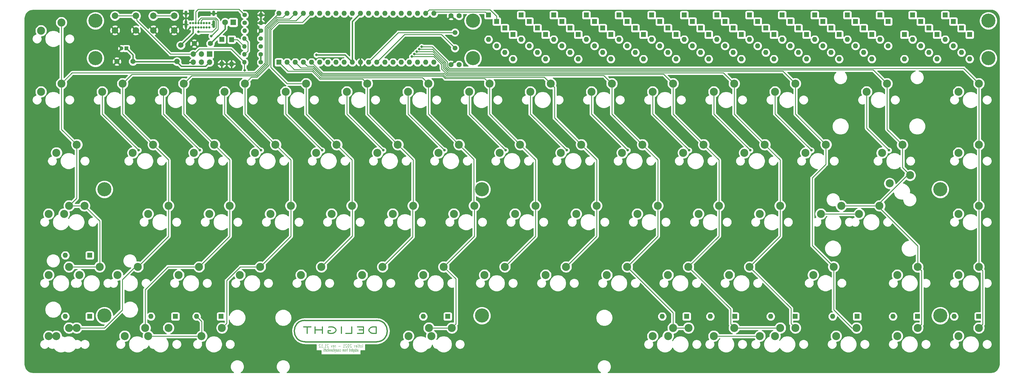
<source format=gbl>
G04 #@! TF.GenerationSoftware,KiCad,Pcbnew,(5.1.10)-1*
G04 #@! TF.CreationDate,2021-12-05T16:07:54-05:00*
G04 #@! TF.ProjectId,delight-pcb,64656c69-6768-4742-9d70-63622e6b6963,rev?*
G04 #@! TF.SameCoordinates,Original*
G04 #@! TF.FileFunction,Copper,L2,Bot*
G04 #@! TF.FilePolarity,Positive*
%FSLAX46Y46*%
G04 Gerber Fmt 4.6, Leading zero omitted, Abs format (unit mm)*
G04 Created by KiCad (PCBNEW (5.1.10)-1) date 2021-12-05 16:07:54*
%MOMM*%
%LPD*%
G01*
G04 APERTURE LIST*
%ADD10C,0.125000*%
%ADD11C,0.350000*%
G04 #@! TA.AperFunction,EtchedComponent*
%ADD12C,0.400000*%
G04 #@! TD*
G04 #@! TA.AperFunction,ComponentPad*
%ADD13C,2.500000*%
G04 #@! TD*
G04 #@! TA.AperFunction,ComponentPad*
%ADD14C,1.710000*%
G04 #@! TD*
G04 #@! TA.AperFunction,ComponentPad*
%ADD15O,1.600000X1.600000*%
G04 #@! TD*
G04 #@! TA.AperFunction,ComponentPad*
%ADD16R,1.600000X1.600000*%
G04 #@! TD*
G04 #@! TA.AperFunction,ComponentPad*
%ADD17C,4.400000*%
G04 #@! TD*
G04 #@! TA.AperFunction,ComponentPad*
%ADD18O,1.400000X1.400000*%
G04 #@! TD*
G04 #@! TA.AperFunction,ComponentPad*
%ADD19C,1.400000*%
G04 #@! TD*
G04 #@! TA.AperFunction,ComponentPad*
%ADD20C,1.200000*%
G04 #@! TD*
G04 #@! TA.AperFunction,ComponentPad*
%ADD21R,1.200000X1.200000*%
G04 #@! TD*
G04 #@! TA.AperFunction,ComponentPad*
%ADD22C,1.600000*%
G04 #@! TD*
G04 #@! TA.AperFunction,ComponentPad*
%ADD23C,1.500000*%
G04 #@! TD*
G04 #@! TA.AperFunction,ComponentPad*
%ADD24C,1.800000*%
G04 #@! TD*
G04 #@! TA.AperFunction,ComponentPad*
%ADD25R,1.800000X1.800000*%
G04 #@! TD*
G04 #@! TA.AperFunction,ComponentPad*
%ADD26O,1.700000X1.700000*%
G04 #@! TD*
G04 #@! TA.AperFunction,ComponentPad*
%ADD27R,1.700000X1.700000*%
G04 #@! TD*
G04 #@! TA.AperFunction,ComponentPad*
%ADD28C,2.000000*%
G04 #@! TD*
G04 #@! TA.AperFunction,ComponentPad*
%ADD29O,0.900000X1.700000*%
G04 #@! TD*
G04 #@! TA.AperFunction,ComponentPad*
%ADD30O,0.900000X2.400000*%
G04 #@! TD*
G04 #@! TA.AperFunction,ComponentPad*
%ADD31C,0.700000*%
G04 #@! TD*
G04 #@! TA.AperFunction,ViaPad*
%ADD32C,0.800000*%
G04 #@! TD*
G04 #@! TA.AperFunction,Conductor*
%ADD33C,0.381000*%
G04 #@! TD*
G04 #@! TA.AperFunction,Conductor*
%ADD34C,0.250000*%
G04 #@! TD*
G04 #@! TA.AperFunction,Conductor*
%ADD35C,0.254000*%
G04 #@! TD*
G04 #@! TA.AperFunction,Conductor*
%ADD36C,0.100000*%
G04 #@! TD*
G04 APERTURE END LIST*
D10*
X170509715Y-183390590D02*
X170581144Y-183342971D01*
X170616858Y-183247733D01*
X170616858Y-182390590D01*
X170116858Y-183390590D02*
X170188286Y-183342971D01*
X170224001Y-183295352D01*
X170259715Y-183200114D01*
X170259715Y-182914400D01*
X170224001Y-182819162D01*
X170188286Y-182771543D01*
X170116858Y-182723924D01*
X170009715Y-182723924D01*
X169938286Y-182771543D01*
X169902572Y-182819162D01*
X169866858Y-182914400D01*
X169866858Y-183200114D01*
X169902572Y-183295352D01*
X169938286Y-183342971D01*
X170009715Y-183390590D01*
X170116858Y-183390590D01*
X169652572Y-182723924D02*
X169366858Y-182723924D01*
X169545429Y-182390590D02*
X169545429Y-183247733D01*
X169509715Y-183342971D01*
X169438286Y-183390590D01*
X169366858Y-183390590D01*
X169116858Y-183390590D02*
X169116858Y-182723924D01*
X169116858Y-182390590D02*
X169152572Y-182438210D01*
X169116858Y-182485829D01*
X169081144Y-182438210D01*
X169116858Y-182390590D01*
X169116858Y-182485829D01*
X168474001Y-183342971D02*
X168545429Y-183390590D01*
X168688286Y-183390590D01*
X168759715Y-183342971D01*
X168795429Y-183247733D01*
X168795429Y-182866781D01*
X168759715Y-182771543D01*
X168688286Y-182723924D01*
X168545429Y-182723924D01*
X168474001Y-182771543D01*
X168438286Y-182866781D01*
X168438286Y-182962019D01*
X168795429Y-183057257D01*
X168116858Y-183390590D02*
X168116858Y-182723924D01*
X168116858Y-182914400D02*
X168081144Y-182819162D01*
X168045429Y-182771543D01*
X167974001Y-182723924D01*
X167902572Y-182723924D01*
X167116858Y-182485829D02*
X167081144Y-182438210D01*
X167009715Y-182390590D01*
X166831144Y-182390590D01*
X166759715Y-182438210D01*
X166724001Y-182485829D01*
X166688286Y-182581067D01*
X166688286Y-182676305D01*
X166724001Y-182819162D01*
X167152572Y-183390590D01*
X166688286Y-183390590D01*
X166224001Y-182390590D02*
X166152572Y-182390590D01*
X166081144Y-182438210D01*
X166045429Y-182485829D01*
X166009715Y-182581067D01*
X165974001Y-182771543D01*
X165974001Y-183009638D01*
X166009715Y-183200114D01*
X166045429Y-183295352D01*
X166081144Y-183342971D01*
X166152572Y-183390590D01*
X166224001Y-183390590D01*
X166295429Y-183342971D01*
X166331144Y-183295352D01*
X166366858Y-183200114D01*
X166402572Y-183009638D01*
X166402572Y-182771543D01*
X166366858Y-182581067D01*
X166331144Y-182485829D01*
X166295429Y-182438210D01*
X166224001Y-182390590D01*
X165688286Y-182485829D02*
X165652572Y-182438210D01*
X165581144Y-182390590D01*
X165402572Y-182390590D01*
X165331144Y-182438210D01*
X165295429Y-182485829D01*
X165259715Y-182581067D01*
X165259715Y-182676305D01*
X165295429Y-182819162D01*
X165724001Y-183390590D01*
X165259715Y-183390590D01*
X164545429Y-183390590D02*
X164974001Y-183390590D01*
X164759715Y-183390590D02*
X164759715Y-182390590D01*
X164831144Y-182533448D01*
X164902572Y-182628686D01*
X164974001Y-182676305D01*
X163652572Y-183009638D02*
X163081144Y-183009638D01*
X162152572Y-183390590D02*
X162152572Y-182723924D01*
X162152572Y-182914400D02*
X162116858Y-182819162D01*
X162081144Y-182771543D01*
X162009715Y-182723924D01*
X161938286Y-182723924D01*
X161402572Y-183342971D02*
X161474001Y-183390590D01*
X161616858Y-183390590D01*
X161688286Y-183342971D01*
X161724001Y-183247733D01*
X161724001Y-182866781D01*
X161688286Y-182771543D01*
X161616858Y-182723924D01*
X161474001Y-182723924D01*
X161402572Y-182771543D01*
X161366858Y-182866781D01*
X161366858Y-182962019D01*
X161724001Y-183057257D01*
X161116858Y-182723924D02*
X160938286Y-183390590D01*
X160759715Y-182723924D01*
X159938286Y-182485829D02*
X159902572Y-182438210D01*
X159831144Y-182390590D01*
X159652572Y-182390590D01*
X159581144Y-182438210D01*
X159545429Y-182485829D01*
X159509715Y-182581067D01*
X159509715Y-182676305D01*
X159545429Y-182819162D01*
X159974001Y-183390590D01*
X159509715Y-183390590D01*
X158795429Y-183390590D02*
X159224001Y-183390590D01*
X159009715Y-183390590D02*
X159009715Y-182390590D01*
X159081144Y-182533448D01*
X159152572Y-182628686D01*
X159224001Y-182676305D01*
X158474001Y-183295352D02*
X158438286Y-183342971D01*
X158474001Y-183390590D01*
X158509715Y-183342971D01*
X158474001Y-183295352D01*
X158474001Y-183390590D01*
X157724001Y-183390590D02*
X158152572Y-183390590D01*
X157938286Y-183390590D02*
X157938286Y-182390590D01*
X158009715Y-182533448D01*
X158081144Y-182628686D01*
X158152572Y-182676305D01*
X157438286Y-182485829D02*
X157402572Y-182438210D01*
X157331144Y-182390590D01*
X157152572Y-182390590D01*
X157081144Y-182438210D01*
X157045429Y-182485829D01*
X157009715Y-182581067D01*
X157009715Y-182676305D01*
X157045429Y-182819162D01*
X157474001Y-183390590D01*
X157009715Y-183390590D01*
X168985905Y-184660590D02*
X168985905Y-184136781D01*
X169009715Y-184041543D01*
X169057334Y-183993924D01*
X169152572Y-183993924D01*
X169200191Y-184041543D01*
X168985905Y-184612971D02*
X169033524Y-184660590D01*
X169152572Y-184660590D01*
X169200191Y-184612971D01*
X169224001Y-184517733D01*
X169224001Y-184422495D01*
X169200191Y-184327257D01*
X169152572Y-184279638D01*
X169033524Y-184279638D01*
X168985905Y-184232019D01*
X168533524Y-184660590D02*
X168533524Y-183660590D01*
X168533524Y-184612971D02*
X168581144Y-184660590D01*
X168676382Y-184660590D01*
X168724001Y-184612971D01*
X168747810Y-184565352D01*
X168771620Y-184470114D01*
X168771620Y-184184400D01*
X168747810Y-184089162D01*
X168724001Y-184041543D01*
X168676382Y-183993924D01*
X168581144Y-183993924D01*
X168533524Y-184041543D01*
X168081144Y-184660590D02*
X168081144Y-184136781D01*
X168104953Y-184041543D01*
X168152572Y-183993924D01*
X168247810Y-183993924D01*
X168295429Y-184041543D01*
X168081144Y-184612971D02*
X168128763Y-184660590D01*
X168247810Y-184660590D01*
X168295429Y-184612971D01*
X168319239Y-184517733D01*
X168319239Y-184422495D01*
X168295429Y-184327257D01*
X168247810Y-184279638D01*
X168128763Y-184279638D01*
X168081144Y-184232019D01*
X167843048Y-183993924D02*
X167843048Y-184993924D01*
X167843048Y-184041543D02*
X167795429Y-183993924D01*
X167700191Y-183993924D01*
X167652572Y-184041543D01*
X167628763Y-184089162D01*
X167604953Y-184184400D01*
X167604953Y-184470114D01*
X167628763Y-184565352D01*
X167652572Y-184612971D01*
X167700191Y-184660590D01*
X167795429Y-184660590D01*
X167843048Y-184612971D01*
X167462096Y-183993924D02*
X167271620Y-183993924D01*
X167390667Y-183660590D02*
X167390667Y-184517733D01*
X167366858Y-184612971D01*
X167319239Y-184660590D01*
X167271620Y-184660590D01*
X166914477Y-184612971D02*
X166962096Y-184660590D01*
X167057334Y-184660590D01*
X167104953Y-184612971D01*
X167128763Y-184517733D01*
X167128763Y-184136781D01*
X167104953Y-184041543D01*
X167057334Y-183993924D01*
X166962096Y-183993924D01*
X166914477Y-184041543D01*
X166890667Y-184136781D01*
X166890667Y-184232019D01*
X167128763Y-184327257D01*
X166462096Y-184660590D02*
X166462096Y-183660590D01*
X166462096Y-184612971D02*
X166509715Y-184660590D01*
X166604953Y-184660590D01*
X166652572Y-184612971D01*
X166676382Y-184565352D01*
X166700191Y-184470114D01*
X166700191Y-184184400D01*
X166676382Y-184089162D01*
X166652572Y-184041543D01*
X166604953Y-183993924D01*
X166509715Y-183993924D01*
X166462096Y-184041543D01*
X165914477Y-183993924D02*
X165724001Y-183993924D01*
X165843048Y-184660590D02*
X165843048Y-183803448D01*
X165819239Y-183708210D01*
X165771620Y-183660590D01*
X165724001Y-183660590D01*
X165557334Y-184660590D02*
X165557334Y-183993924D01*
X165557334Y-184184400D02*
X165533524Y-184089162D01*
X165509715Y-184041543D01*
X165462096Y-183993924D01*
X165414477Y-183993924D01*
X165176382Y-184660590D02*
X165224001Y-184612971D01*
X165247810Y-184565352D01*
X165271620Y-184470114D01*
X165271620Y-184184400D01*
X165247810Y-184089162D01*
X165224001Y-184041543D01*
X165176382Y-183993924D01*
X165104953Y-183993924D01*
X165057334Y-184041543D01*
X165033524Y-184089162D01*
X165009715Y-184184400D01*
X165009715Y-184470114D01*
X165033524Y-184565352D01*
X165057334Y-184612971D01*
X165104953Y-184660590D01*
X165176382Y-184660590D01*
X164795429Y-184660590D02*
X164795429Y-183993924D01*
X164795429Y-184089162D02*
X164771620Y-184041543D01*
X164724001Y-183993924D01*
X164652572Y-183993924D01*
X164604953Y-184041543D01*
X164581144Y-184136781D01*
X164581144Y-184660590D01*
X164581144Y-184136781D02*
X164557334Y-184041543D01*
X164509715Y-183993924D01*
X164438286Y-183993924D01*
X164390667Y-184041543D01*
X164366858Y-184136781D01*
X164366858Y-184660590D01*
X163533524Y-184612971D02*
X163581144Y-184660590D01*
X163676382Y-184660590D01*
X163724001Y-184612971D01*
X163747810Y-184565352D01*
X163771620Y-184470114D01*
X163771620Y-184184400D01*
X163747810Y-184089162D01*
X163724001Y-184041543D01*
X163676382Y-183993924D01*
X163581144Y-183993924D01*
X163533524Y-184041543D01*
X163247810Y-184660590D02*
X163295429Y-184612971D01*
X163319239Y-184565352D01*
X163343048Y-184470114D01*
X163343048Y-184184400D01*
X163319239Y-184089162D01*
X163295429Y-184041543D01*
X163247810Y-183993924D01*
X163176382Y-183993924D01*
X163128763Y-184041543D01*
X163104953Y-184089162D01*
X163081144Y-184184400D01*
X163081144Y-184470114D01*
X163104953Y-184565352D01*
X163128763Y-184612971D01*
X163176382Y-184660590D01*
X163247810Y-184660590D01*
X162890667Y-184612971D02*
X162843048Y-184660590D01*
X162747810Y-184660590D01*
X162700191Y-184612971D01*
X162676382Y-184517733D01*
X162676382Y-184470114D01*
X162700191Y-184374876D01*
X162747810Y-184327257D01*
X162819239Y-184327257D01*
X162866858Y-184279638D01*
X162890667Y-184184400D01*
X162890667Y-184136781D01*
X162866858Y-184041543D01*
X162819239Y-183993924D01*
X162747810Y-183993924D01*
X162700191Y-184041543D01*
X162271620Y-184612971D02*
X162319239Y-184660590D01*
X162414477Y-184660590D01*
X162462096Y-184612971D01*
X162485905Y-184517733D01*
X162485905Y-184136781D01*
X162462096Y-184041543D01*
X162414477Y-183993924D01*
X162319239Y-183993924D01*
X162271620Y-184041543D01*
X162247810Y-184136781D01*
X162247810Y-184232019D01*
X162485905Y-184327257D01*
X162081144Y-183993924D02*
X161962096Y-184660590D01*
X161843048Y-183993924D02*
X161962096Y-184660590D01*
X162009715Y-184898686D01*
X162033524Y-184946305D01*
X162081144Y-184993924D01*
X161724001Y-183993924D02*
X161533524Y-183993924D01*
X161652572Y-184660590D02*
X161652572Y-183803448D01*
X161628763Y-183708210D01*
X161581144Y-183660590D01*
X161533524Y-183660590D01*
X161152572Y-184660590D02*
X161152572Y-184136781D01*
X161176382Y-184041543D01*
X161224001Y-183993924D01*
X161319239Y-183993924D01*
X161366858Y-184041543D01*
X161152572Y-184612971D02*
X161200191Y-184660590D01*
X161319239Y-184660590D01*
X161366858Y-184612971D01*
X161390667Y-184517733D01*
X161390667Y-184422495D01*
X161366858Y-184327257D01*
X161319239Y-184279638D01*
X161200191Y-184279638D01*
X161152572Y-184232019D01*
X160914477Y-183993924D02*
X160914477Y-184660590D01*
X160914477Y-184089162D02*
X160890667Y-184041543D01*
X160843048Y-183993924D01*
X160771620Y-183993924D01*
X160724001Y-184041543D01*
X160700191Y-184136781D01*
X160700191Y-184660590D01*
X160462096Y-183993924D02*
X160462096Y-184660590D01*
X160462096Y-184089162D02*
X160438286Y-184041543D01*
X160390667Y-183993924D01*
X160319239Y-183993924D01*
X160271620Y-184041543D01*
X160247810Y-184136781D01*
X160247810Y-184660590D01*
X160009715Y-184660590D02*
X160009715Y-183993924D01*
X160009715Y-183660590D02*
X160033524Y-183708210D01*
X160009715Y-183755829D01*
X159985905Y-183708210D01*
X160009715Y-183660590D01*
X160009715Y-183755829D01*
X159843048Y-183993924D02*
X159652572Y-183993924D01*
X159771620Y-183660590D02*
X159771620Y-184517733D01*
X159747810Y-184612971D01*
X159700191Y-184660590D01*
X159652572Y-184660590D01*
X159271620Y-183993924D02*
X159271620Y-184660590D01*
X159485905Y-183993924D02*
X159485905Y-184517733D01*
X159462096Y-184612971D01*
X159414477Y-184660590D01*
X159343048Y-184660590D01*
X159295429Y-184612971D01*
X159271620Y-184565352D01*
X159104953Y-183993924D02*
X158914477Y-183993924D01*
X159033524Y-183660590D02*
X159033524Y-184517733D01*
X159009715Y-184612971D01*
X158962096Y-184660590D01*
X158914477Y-184660590D01*
X158819239Y-183993924D02*
X158628763Y-183993924D01*
X158747810Y-183660590D02*
X158747810Y-184517733D01*
X158724001Y-184612971D01*
X158676382Y-184660590D01*
X158628763Y-184660590D01*
X158462096Y-184660590D02*
X158462096Y-183993924D01*
X158462096Y-183660590D02*
X158485905Y-183708210D01*
X158462096Y-183755829D01*
X158438286Y-183708210D01*
X158462096Y-183660590D01*
X158462096Y-183755829D01*
D11*
X174878763Y-179016971D02*
X174878763Y-177016971D01*
X173926382Y-177016971D01*
X173354953Y-177112210D01*
X172974001Y-177302686D01*
X172783524Y-177493162D01*
X172593048Y-177874114D01*
X172593048Y-178159829D01*
X172783524Y-178540781D01*
X172974001Y-178731257D01*
X173354953Y-178921733D01*
X173926382Y-179016971D01*
X174878763Y-179016971D01*
X170878763Y-177969352D02*
X169545429Y-177969352D01*
X168974001Y-179016971D02*
X170878763Y-179016971D01*
X170878763Y-177016971D01*
X168974001Y-177016971D01*
X165354953Y-179016971D02*
X167259715Y-179016971D01*
X167259715Y-177016971D01*
X164021620Y-179016971D02*
X164021620Y-177016971D01*
X160021620Y-177112210D02*
X160402572Y-177016971D01*
X160974001Y-177016971D01*
X161545429Y-177112210D01*
X161926382Y-177302686D01*
X162116858Y-177493162D01*
X162307334Y-177874114D01*
X162307334Y-178159829D01*
X162116858Y-178540781D01*
X161926382Y-178731257D01*
X161545429Y-178921733D01*
X160974001Y-179016971D01*
X160593048Y-179016971D01*
X160021620Y-178921733D01*
X159831144Y-178826495D01*
X159831144Y-178159829D01*
X160593048Y-178159829D01*
X158116858Y-179016971D02*
X158116858Y-177016971D01*
X158116858Y-177969352D02*
X155831144Y-177969352D01*
X155831144Y-179016971D02*
X155831144Y-177016971D01*
X154497810Y-177016971D02*
X152212096Y-177016971D01*
X153354953Y-179016971D02*
X153354953Y-177016971D01*
D12*
X174941144Y-174952210D02*
X152661144Y-174952210D01*
X174961144Y-181632210D02*
X152661144Y-181632210D01*
X152671144Y-174952210D02*
G75*
G03*
X152671144Y-181632210I0J-3340000D01*
G01*
X174971144Y-181632210D02*
G75*
G03*
X174971144Y-174952210I0J3340000D01*
G01*
D13*
X300690000Y-177320000D03*
X294340000Y-179860000D03*
X272110000Y-177320000D03*
X265760000Y-179860000D03*
X191262000Y-177320000D03*
X184912000Y-179860000D03*
X110160000Y-177320000D03*
X103810000Y-179860000D03*
X81534000Y-177320000D03*
X75184000Y-179860000D03*
X79178000Y-158270000D03*
X72828000Y-160810000D03*
X79178000Y-139220000D03*
X72828000Y-141760000D03*
X319690750Y-139223750D03*
X313340750Y-141763750D03*
X341110000Y-129700000D03*
X334760000Y-132240000D03*
X362553250Y-177320000D03*
X356203250Y-179860000D03*
X343503250Y-177320000D03*
X337153250Y-179860000D03*
X324453250Y-177320000D03*
X318103250Y-179860000D03*
X305403528Y-177320000D03*
X299053528Y-179860000D03*
X286350000Y-177320000D03*
X280000000Y-179860000D03*
X267300000Y-177320000D03*
X260950000Y-179860000D03*
X198412000Y-177320000D03*
X192062000Y-179860000D03*
X126800000Y-177320000D03*
X120450000Y-179860000D03*
X102870000Y-177320000D03*
X96520000Y-179860000D03*
X79180000Y-177320000D03*
X72830000Y-179860000D03*
X88720000Y-158270000D03*
X82370000Y-160810000D03*
X362553250Y-158273750D03*
X356203250Y-160813750D03*
X343503250Y-158273750D03*
X337153250Y-160813750D03*
X317310000Y-158250000D03*
X310960000Y-160790000D03*
X291116250Y-158273750D03*
X284766250Y-160813750D03*
X272066250Y-158273750D03*
X265716250Y-160813750D03*
X253016250Y-158273750D03*
X246666250Y-160813750D03*
X233966250Y-158273750D03*
X227616250Y-160813750D03*
X214916250Y-158273750D03*
X208566250Y-160813750D03*
X195866250Y-158273750D03*
X189516250Y-160813750D03*
X176816250Y-158273750D03*
X170466250Y-160813750D03*
X157765750Y-158273750D03*
X151415750Y-160813750D03*
X138715750Y-158273750D03*
X132365750Y-160813750D03*
X119665750Y-158273750D03*
X113315750Y-160813750D03*
X100615750Y-158270000D03*
X94265750Y-160810000D03*
X83970000Y-139220000D03*
X77620000Y-141760000D03*
X362553250Y-139223750D03*
X356203250Y-141763750D03*
X331600000Y-139230000D03*
X325250000Y-141770000D03*
X300640250Y-139223750D03*
X294290250Y-141763750D03*
X281590250Y-139223750D03*
X275240250Y-141763750D03*
X262540250Y-139223750D03*
X256190250Y-141763750D03*
X243490250Y-139223750D03*
X237140250Y-141763750D03*
X224440250Y-139223750D03*
X218090250Y-141763750D03*
X205390250Y-139223750D03*
X199040250Y-141763750D03*
X186340250Y-139223750D03*
X179990250Y-141763750D03*
X167290250Y-139223750D03*
X160940250Y-141763750D03*
X148240750Y-139223750D03*
X141890750Y-141763750D03*
X129190750Y-139223750D03*
X122840750Y-141763750D03*
X110140750Y-139223750D03*
X103790750Y-141763750D03*
X81580000Y-120170000D03*
X75230000Y-122710000D03*
X362553250Y-120173750D03*
X356203250Y-122713750D03*
X338740000Y-120190000D03*
X332390000Y-122730000D03*
X314928250Y-120173750D03*
X308578250Y-122713750D03*
X295878250Y-120173750D03*
X289528250Y-122713750D03*
X276828250Y-120173750D03*
X270478250Y-122713750D03*
X257778250Y-120173750D03*
X251428250Y-122713750D03*
X238728250Y-120173750D03*
X232378250Y-122713750D03*
X219678250Y-120173750D03*
X213328250Y-122713750D03*
X200628250Y-120173750D03*
X194278250Y-122713750D03*
X181578250Y-120173750D03*
X175228250Y-122713750D03*
X162528250Y-120173750D03*
X156178250Y-122713750D03*
X143478250Y-120173750D03*
X137128250Y-122713750D03*
X124428250Y-120173750D03*
X118078250Y-122713750D03*
X105378250Y-120173750D03*
X99028250Y-122713750D03*
X76803250Y-101123750D03*
X70453250Y-103663750D03*
X362553250Y-101123750D03*
X356203250Y-103663750D03*
X333930000Y-101130000D03*
X327580000Y-103670000D03*
X305403250Y-101123750D03*
X299053250Y-103663750D03*
X286353250Y-101123750D03*
X280003250Y-103663750D03*
X267303250Y-101123750D03*
X260953250Y-103663750D03*
X248253250Y-101123750D03*
X241903250Y-103663750D03*
X229203250Y-101123750D03*
X222853250Y-103663750D03*
X210153250Y-101123750D03*
X203803250Y-103663750D03*
X191103250Y-101123750D03*
X184753250Y-103663750D03*
X172053250Y-101123750D03*
X165703250Y-103663750D03*
X153003250Y-101123750D03*
X146653250Y-103663750D03*
X133953250Y-101123750D03*
X127603250Y-103663750D03*
X114903250Y-101123750D03*
X108553250Y-103663750D03*
X95853250Y-101123750D03*
X89503250Y-103663750D03*
X76803250Y-82072000D03*
X70453250Y-84612000D03*
D14*
X113976000Y-89134000D03*
X112776000Y-94234000D03*
D15*
X354838000Y-173736000D03*
D16*
X362458000Y-173736000D03*
D15*
X335788000Y-173736000D03*
D16*
X343408000Y-173736000D03*
D15*
X316992000Y-173736000D03*
D16*
X324612000Y-173736000D03*
D15*
X297688000Y-173736000D03*
D16*
X305308000Y-173736000D03*
D15*
X278892000Y-173736000D03*
D16*
X286512000Y-173736000D03*
D15*
X263906000Y-173736000D03*
D16*
X271526000Y-173736000D03*
D15*
X189484000Y-173736000D03*
D16*
X197104000Y-173736000D03*
D15*
X118872000Y-173736000D03*
D16*
X126492000Y-173736000D03*
D15*
X104648000Y-173736000D03*
D16*
X112268000Y-173736000D03*
D15*
X77978000Y-173736000D03*
D16*
X85598000Y-173736000D03*
D15*
X77978000Y-154686000D03*
D16*
X85598000Y-154686000D03*
D17*
X207768000Y-173482000D03*
D18*
X133816316Y-92032665D03*
D19*
X138896316Y-92032665D03*
D18*
X133816316Y-89577332D03*
D19*
X138896316Y-89577332D03*
D18*
X133816316Y-87121999D03*
D19*
X138896316Y-87121999D03*
D18*
X133858000Y-84666666D03*
D19*
X138938000Y-84666666D03*
D18*
X138938000Y-79756000D03*
D19*
X133858000Y-79756000D03*
D18*
X138938000Y-82211333D03*
D19*
X133858000Y-82211333D03*
D18*
X133816316Y-94488000D03*
D19*
X138896316Y-94488000D03*
D20*
X95528000Y-90170000D03*
D21*
X97028000Y-90170000D03*
D22*
X118190000Y-88646000D03*
X123190000Y-88646000D03*
X94060000Y-94234000D03*
X99060000Y-94234000D03*
X198140000Y-80010000D03*
X200640000Y-80010000D03*
X198140000Y-95250000D03*
X200640000Y-95250000D03*
D23*
X199390000Y-85200000D03*
X199390000Y-90080000D03*
D24*
X127762000Y-82042000D03*
D25*
X130302000Y-82042000D03*
D26*
X117856000Y-94488000D03*
X117856000Y-91948000D03*
X120396000Y-94488000D03*
X120396000Y-91948000D03*
X122936000Y-94488000D03*
D27*
X122936000Y-91948000D03*
D15*
X144526000Y-79248000D03*
X192786000Y-94488000D03*
X147066000Y-79248000D03*
X190246000Y-94488000D03*
X149606000Y-79248000D03*
X187706000Y-94488000D03*
X152146000Y-79248000D03*
X185166000Y-94488000D03*
X154686000Y-79248000D03*
X182626000Y-94488000D03*
X157226000Y-79248000D03*
X180086000Y-94488000D03*
X159766000Y-79248000D03*
X177546000Y-94488000D03*
X162306000Y-79248000D03*
X175006000Y-94488000D03*
X164846000Y-79248000D03*
X172466000Y-94488000D03*
X167386000Y-79248000D03*
X169926000Y-94488000D03*
X169926000Y-79248000D03*
X167386000Y-94488000D03*
X172466000Y-79248000D03*
X164846000Y-94488000D03*
X175006000Y-79248000D03*
X162306000Y-94488000D03*
X177546000Y-79248000D03*
X159766000Y-94488000D03*
X180086000Y-79248000D03*
X157226000Y-94488000D03*
X182626000Y-79248000D03*
X154686000Y-94488000D03*
X185166000Y-79248000D03*
X152146000Y-94488000D03*
X187706000Y-79248000D03*
X149606000Y-94488000D03*
X190246000Y-79248000D03*
X147066000Y-94488000D03*
X192786000Y-79248000D03*
D16*
X144526000Y-94488000D03*
D15*
X339344000Y-93472000D03*
D16*
X339344000Y-85852000D03*
D15*
X222504000Y-89376000D03*
D16*
X222504000Y-81756000D03*
D15*
X225044000Y-91440000D03*
D16*
X225044000Y-83820000D03*
D15*
X227584000Y-93472000D03*
D16*
X227584000Y-85852000D03*
D15*
X214884000Y-91440000D03*
D16*
X214884000Y-83820000D03*
D15*
X212344000Y-89376000D03*
D16*
X212344000Y-81756000D03*
D15*
X217424000Y-93472000D03*
D16*
X217424000Y-85852000D03*
D15*
X219964000Y-87376000D03*
D16*
X219964000Y-79756000D03*
D15*
X230124000Y-87376000D03*
D16*
X230124000Y-79756000D03*
D15*
X240284000Y-87376000D03*
D16*
X240284000Y-79756000D03*
D15*
X232664000Y-89376000D03*
D16*
X232664000Y-81756000D03*
D15*
X242824000Y-89376000D03*
D16*
X242824000Y-81756000D03*
D15*
X235204000Y-91440000D03*
D16*
X235204000Y-83820000D03*
D15*
X237744000Y-93472000D03*
D16*
X237744000Y-85852000D03*
D15*
X209804000Y-87376000D03*
D16*
X209804000Y-79756000D03*
D15*
X250444000Y-87376000D03*
D16*
X250444000Y-79756000D03*
D15*
X260604000Y-87376000D03*
D16*
X260604000Y-79756000D03*
D15*
X270764000Y-87376000D03*
D16*
X270764000Y-79756000D03*
D15*
X280924000Y-87376000D03*
D16*
X280924000Y-79756000D03*
D15*
X291084000Y-87376000D03*
D16*
X291084000Y-79756000D03*
D15*
X301282736Y-87376000D03*
D16*
X301282736Y-79756000D03*
D15*
X311404000Y-87376000D03*
D16*
X311404000Y-79756000D03*
D15*
X321564000Y-87376000D03*
D16*
X321564000Y-79756000D03*
D15*
X331724000Y-87376000D03*
D16*
X331724000Y-79756000D03*
D15*
X341884000Y-87376000D03*
D16*
X341884000Y-79756000D03*
D15*
X352044000Y-87376000D03*
D16*
X352044000Y-79756000D03*
D15*
X252984000Y-89376000D03*
D16*
X252984000Y-81756000D03*
D15*
X263144000Y-89376000D03*
D16*
X263144000Y-81756000D03*
D15*
X273304000Y-89376000D03*
D16*
X273304000Y-81756000D03*
D15*
X283464000Y-89376000D03*
D16*
X283464000Y-81756000D03*
D15*
X293624000Y-89376000D03*
D16*
X293624000Y-81756000D03*
D15*
X303784000Y-89376000D03*
D16*
X303784000Y-81756000D03*
D15*
X313944000Y-89376000D03*
D16*
X313944000Y-81756000D03*
D15*
X324104000Y-89376000D03*
D16*
X324104000Y-81756000D03*
D15*
X334264000Y-89376000D03*
D16*
X334264000Y-81756000D03*
D15*
X344424000Y-89376000D03*
D16*
X344424000Y-81756000D03*
D15*
X354584000Y-89376000D03*
D16*
X354584000Y-81756000D03*
D15*
X245364000Y-91440000D03*
D16*
X245364000Y-83820000D03*
D15*
X255524000Y-91440000D03*
D16*
X255524000Y-83820000D03*
D15*
X265684000Y-91440000D03*
D16*
X265684000Y-83820000D03*
D15*
X275844000Y-91440000D03*
D16*
X275844000Y-83820000D03*
D15*
X286004000Y-91440000D03*
D16*
X286004000Y-83820000D03*
D15*
X296164000Y-91440000D03*
D16*
X296164000Y-83820000D03*
D15*
X306324000Y-91440000D03*
D16*
X306324000Y-83820000D03*
D15*
X316484000Y-91440000D03*
D16*
X316484000Y-83820000D03*
D15*
X326644000Y-91440000D03*
D16*
X326644000Y-83820000D03*
D15*
X346964000Y-91440000D03*
D16*
X346964000Y-83820000D03*
D15*
X357124000Y-91440000D03*
D16*
X357124000Y-83820000D03*
D15*
X247904000Y-93472000D03*
D16*
X247904000Y-85852000D03*
D15*
X258064000Y-93472000D03*
D16*
X258064000Y-85852000D03*
D15*
X268224000Y-93472000D03*
D16*
X268224000Y-85852000D03*
D15*
X278384000Y-93472000D03*
D16*
X278384000Y-85852000D03*
D15*
X288544000Y-93472000D03*
D16*
X288544000Y-85852000D03*
D15*
X298704000Y-93472000D03*
D16*
X298704000Y-85852000D03*
D15*
X308864000Y-93472000D03*
D16*
X308864000Y-85852000D03*
D15*
X319024000Y-93472000D03*
D16*
X319024000Y-85852000D03*
D15*
X329184000Y-93472000D03*
D16*
X329184000Y-85852000D03*
D15*
X349504000Y-93472000D03*
D16*
X349504000Y-85852000D03*
D15*
X359664000Y-93472000D03*
D16*
X359664000Y-85852000D03*
D15*
X126746000Y-94996000D03*
D16*
X126746000Y-87376000D03*
D15*
X129794000Y-95006196D03*
D16*
X129794000Y-87386196D03*
D28*
X111910000Y-80006000D03*
X111910000Y-84506000D03*
X105410000Y-80006000D03*
X105410000Y-84506000D03*
X99972000Y-80010000D03*
X99972000Y-84510000D03*
X93472000Y-80010000D03*
X93472000Y-84510000D03*
D29*
X115552000Y-79220000D03*
X124202000Y-79220000D03*
D30*
X115552000Y-82600000D03*
X124202000Y-82600000D03*
D31*
X119452000Y-82230000D03*
X116902000Y-82230000D03*
X117752000Y-82230000D03*
X118602000Y-82230000D03*
X122852000Y-82230000D03*
X121152000Y-82230000D03*
X120302000Y-82230000D03*
X122002000Y-82230000D03*
X116902000Y-83580000D03*
X117752000Y-83580000D03*
X118602000Y-83580000D03*
X119452000Y-83580000D03*
X120302000Y-83580000D03*
X121152000Y-83580000D03*
X122002000Y-83580000D03*
X122852000Y-83580000D03*
D17*
X365506000Y-93218000D03*
X365506000Y-81534000D03*
X204978000Y-93218000D03*
X87376000Y-81534000D03*
X87376000Y-93218000D03*
X204978000Y-81534000D03*
X90170000Y-134112000D03*
X207768000Y-134112000D03*
X350520000Y-134112000D03*
X350520000Y-173482000D03*
X90170000Y-173482000D03*
D32*
X202946000Y-120142000D03*
X260096000Y-120142000D03*
X241046000Y-120142000D03*
X221996000Y-120142000D03*
X183896000Y-120142000D03*
X164846000Y-120142000D03*
X146050000Y-120142000D03*
X127000000Y-120142000D03*
X319024000Y-89916000D03*
X288544000Y-89916000D03*
X217424000Y-89916000D03*
X227584000Y-89916000D03*
X365582309Y-84836000D03*
X298704000Y-89916000D03*
X258064000Y-89916000D03*
X308864000Y-89916000D03*
X278384000Y-89916000D03*
X268224000Y-89916000D03*
X247904000Y-89916000D03*
X237744000Y-89916000D03*
X329184000Y-89916000D03*
X339344000Y-89916000D03*
X298196000Y-120142000D03*
X290322000Y-178562000D03*
X349504000Y-89916000D03*
X317500000Y-120142000D03*
X322580000Y-140462000D03*
X100837998Y-121920000D03*
X119888000Y-121920000D03*
X138938000Y-121920000D03*
X157988034Y-121920000D03*
X177037982Y-121920000D03*
X196088000Y-121920000D03*
X215138000Y-121920000D03*
X234188000Y-121920000D03*
X253188333Y-121920000D03*
X272288022Y-121920020D03*
X291338000Y-121920000D03*
X310388000Y-121920000D03*
X334518000Y-121920000D03*
X185928000Y-92709984D03*
X186690000Y-91948000D03*
X187451984Y-91186000D03*
X188214000Y-90424000D03*
X188976000Y-89662000D03*
X133857960Y-97028000D03*
X156210000Y-92202000D03*
X119463000Y-85007008D03*
X123444000Y-86360000D03*
D33*
X117752000Y-85286000D02*
X113884000Y-89154000D01*
X117752000Y-83580000D02*
X117752000Y-85286000D01*
D34*
X192786000Y-79248000D02*
X193279001Y-78754999D01*
X208802999Y-78754999D02*
X209804000Y-79756000D01*
X193279001Y-78754999D02*
X208802999Y-78754999D01*
X89503250Y-103663750D02*
X89503250Y-110585252D01*
X89503250Y-110585252D02*
X100837998Y-121920000D01*
X108553250Y-103663750D02*
X108553250Y-110585250D01*
X108553250Y-110585250D02*
X119888000Y-121920000D01*
X127603250Y-110585250D02*
X138938000Y-121920000D01*
X127603250Y-103663750D02*
X127603250Y-110585250D01*
X146653250Y-110585216D02*
X157988034Y-121920000D01*
X146653250Y-103663750D02*
X146653250Y-110585216D01*
X165703250Y-103663750D02*
X165703250Y-110585268D01*
X165703250Y-110585268D02*
X177037982Y-121920000D01*
X184753250Y-110585250D02*
X196088000Y-121920000D01*
X184753250Y-103663750D02*
X184753250Y-110585250D01*
X203803250Y-103663750D02*
X203803250Y-110585250D01*
X203803250Y-110585250D02*
X215138000Y-121920000D01*
X222853250Y-110585250D02*
X234188000Y-121920000D01*
X222853250Y-103663750D02*
X222853250Y-110585250D01*
X241903250Y-110634917D02*
X253188333Y-121920000D01*
X253188331Y-121919998D02*
X253188333Y-121920000D01*
X241903250Y-103663750D02*
X241903250Y-110634917D01*
X260953250Y-103663750D02*
X260953250Y-110585248D01*
X260953250Y-110585248D02*
X272288022Y-121920020D01*
X280003250Y-103663750D02*
X280003250Y-110585250D01*
X280003250Y-110585250D02*
X291338000Y-121920000D01*
X299053250Y-103663750D02*
X299053250Y-110585250D01*
X299053250Y-110585250D02*
X310388000Y-121920000D01*
X327628250Y-103663750D02*
X327628250Y-115030250D01*
X327628250Y-115030250D02*
X334518000Y-121920000D01*
X190246000Y-79248000D02*
X191371001Y-78122999D01*
X191371001Y-78122999D02*
X210329999Y-78122999D01*
X210329999Y-78122999D02*
X212344000Y-80137000D01*
X212344000Y-80137000D02*
X212344000Y-81756000D01*
X325247250Y-141763750D02*
X313340750Y-141763750D01*
X76803250Y-101123750D02*
X76803250Y-82042000D01*
X76803250Y-82042000D02*
X76803250Y-98552000D01*
X81534000Y-120142000D02*
X76803250Y-115411250D01*
X81534000Y-136864120D02*
X81534000Y-120142000D01*
X79184500Y-139213620D02*
X81534000Y-136864120D01*
X83947050Y-139213620D02*
X79184500Y-139213620D01*
X76803250Y-115411250D02*
X76803250Y-101123750D01*
X88709450Y-143976020D02*
X83947050Y-139213620D01*
X88709450Y-158273750D02*
X88709450Y-143976020D01*
X79184500Y-158273750D02*
X88709450Y-158273750D01*
X140208000Y-83566000D02*
X144526000Y-79248000D01*
X140208000Y-94693318D02*
X140208000Y-83566000D01*
X137111318Y-97790000D02*
X140208000Y-94693318D01*
X80137000Y-97790000D02*
X137111318Y-97790000D01*
X76803250Y-101123750D02*
X80137000Y-97790000D01*
X105378250Y-120173750D02*
X95853250Y-110648750D01*
X95853250Y-110648750D02*
X95853250Y-101123750D01*
X110140750Y-139223750D02*
X110140750Y-124936250D01*
X110140750Y-124936250D02*
X106743249Y-121538749D01*
X100615750Y-158273750D02*
X110140750Y-148748750D01*
X110140750Y-148748750D02*
X110140750Y-139223750D01*
X99714748Y-158273750D02*
X100615750Y-158273750D01*
X95750749Y-162237749D02*
X99714748Y-158273750D01*
X95750749Y-171711251D02*
X95750749Y-162237749D01*
X90148380Y-177313620D02*
X95750749Y-171711251D01*
X79184450Y-177313620D02*
X90148380Y-177313620D01*
X98736990Y-98240010D02*
X137297719Y-98240009D01*
X137297719Y-98240009D02*
X140658010Y-94879718D01*
X140658010Y-83752400D02*
X143892410Y-80518000D01*
X140658010Y-94879718D02*
X140658010Y-83752400D01*
X143892410Y-80518000D02*
X145796000Y-80518000D01*
X145796000Y-80518000D02*
X147066000Y-79248000D01*
X95853250Y-101123750D02*
X98736990Y-98240010D01*
X106743249Y-121538749D02*
X105378250Y-120173750D01*
X129190750Y-124936250D02*
X124428250Y-120173750D01*
X129190750Y-139223750D02*
X129190750Y-124936250D01*
X129190750Y-148748750D02*
X129190750Y-139223750D01*
X119665750Y-158273750D02*
X129190750Y-148748750D01*
X147828000Y-81026000D02*
X149606000Y-79248000D01*
X141108021Y-83938797D02*
X144020820Y-81026000D01*
X141108020Y-95066118D02*
X141108021Y-83938797D01*
X114903250Y-101123750D02*
X117336979Y-98690021D01*
X137484117Y-98690021D02*
X141108020Y-95066118D01*
X117336979Y-98690021D02*
X137484117Y-98690021D01*
X144020820Y-81026000D02*
X147828000Y-81026000D01*
X109974752Y-158273750D02*
X119665750Y-158273750D01*
X102870000Y-165378502D02*
X109974752Y-158273750D01*
X102870000Y-177292000D02*
X102870000Y-165378502D01*
X114903250Y-110648750D02*
X114903250Y-101123750D01*
X124428250Y-120173750D02*
X114903250Y-110648750D01*
X143478250Y-120173750D02*
X148240750Y-124936250D01*
X148240750Y-124936250D02*
X148240750Y-139223750D01*
X110171230Y-177313620D02*
X110165031Y-177319819D01*
X148240750Y-139223750D02*
X148240750Y-148748750D01*
X148240750Y-148748750D02*
X138715750Y-158273750D01*
X133953250Y-110648750D02*
X143478250Y-120173750D01*
X133953250Y-101123750D02*
X133953250Y-110648750D01*
X149860001Y-81533999D02*
X152146000Y-79248000D01*
X144149231Y-81533999D02*
X149860001Y-81533999D01*
X141558032Y-93518968D02*
X141558032Y-84125197D01*
X141558030Y-95252517D02*
X141558032Y-93518968D01*
X137670520Y-99140029D02*
X141558030Y-95252517D01*
X135936971Y-99140029D02*
X137670520Y-99140029D01*
X133953250Y-101123750D02*
X135936971Y-99140029D01*
X141558032Y-84125197D02*
X144149231Y-81533999D01*
X132556250Y-158273750D02*
X138715750Y-158273750D01*
X128270000Y-162560000D02*
X132556250Y-158273750D01*
X128270000Y-175853070D02*
X128270000Y-162560000D01*
X126809450Y-177313620D02*
X128270000Y-175853070D01*
X162528250Y-120173750D02*
X153003250Y-110648750D01*
X153003250Y-110648750D02*
X153003250Y-101123750D01*
X157765750Y-158273750D02*
X167386000Y-148653500D01*
X167386000Y-139319500D02*
X167290250Y-139223750D01*
X167386000Y-148653500D02*
X167386000Y-139319500D01*
X167290250Y-139223750D02*
X167290250Y-124935750D01*
X167290250Y-124935750D02*
X162528250Y-120173750D01*
X151949990Y-81984010D02*
X154686000Y-79248000D01*
X144335630Y-81984010D02*
X151949990Y-81984010D01*
X142008043Y-84311597D02*
X144335630Y-81984010D01*
X142008043Y-96034043D02*
X142008043Y-84311597D01*
X147097750Y-101123750D02*
X142008043Y-96034043D01*
X153003250Y-101123750D02*
X147097750Y-101123750D01*
X181578250Y-120173750D02*
X172053250Y-110648750D01*
X172053250Y-110648750D02*
X172053250Y-101123750D01*
X176816250Y-158273750D02*
X186182000Y-148908000D01*
X186182000Y-139382000D02*
X186340250Y-139223750D01*
X186182000Y-148908000D02*
X186182000Y-139382000D01*
X147320000Y-97282000D02*
X144526000Y-94488000D01*
X154934361Y-97282000D02*
X147320000Y-97282000D01*
X157351105Y-99698744D02*
X154934361Y-97282000D01*
X157864749Y-99698749D02*
X157864747Y-99698747D01*
X157828347Y-99698746D02*
X157351105Y-99698744D01*
X170628249Y-99698749D02*
X157864749Y-99698749D01*
X157864747Y-99698747D02*
X157828347Y-99698746D01*
X172053250Y-101123750D02*
X170628249Y-99698749D01*
X182943249Y-121538749D02*
X181578250Y-120173750D01*
X186340250Y-139223750D02*
X186340250Y-124935750D01*
X186340250Y-124935750D02*
X182943249Y-121538749D01*
X200628250Y-120173750D02*
X191103250Y-110648750D01*
X191103250Y-110648750D02*
X191103250Y-101123750D01*
X195866250Y-158273750D02*
X205390250Y-148749750D01*
X205390250Y-148749750D02*
X205390250Y-139223750D01*
X147066000Y-94488000D02*
X149294011Y-96716011D01*
X189228237Y-99248737D02*
X191103250Y-101123750D01*
X149294011Y-96716011D02*
X155004783Y-96716011D01*
X155004783Y-96716011D02*
X157537509Y-99248737D01*
X157537509Y-99248737D02*
X189228237Y-99248737D01*
X198372360Y-177331640D02*
X198412000Y-177292000D01*
X191129573Y-177331640D02*
X198372360Y-177331640D01*
X199644000Y-162051500D02*
X195866250Y-158273750D01*
X199644000Y-176060000D02*
X199644000Y-162051500D01*
X198412000Y-177292000D02*
X199644000Y-176060000D01*
X201993249Y-121538749D02*
X200628250Y-120173750D01*
X205232000Y-139065500D02*
X205232000Y-124777500D01*
X205390250Y-139223750D02*
X205232000Y-139065500D01*
X205232000Y-124777500D02*
X201993249Y-121538749D01*
X210153250Y-101123750D02*
X210153250Y-110648750D01*
X210153250Y-110648750D02*
X219678250Y-120173750D01*
X224440250Y-139223750D02*
X224440250Y-148749750D01*
X224440250Y-148749750D02*
X214916250Y-158273750D01*
X219678250Y-120173750D02*
X224440250Y-124935750D01*
X224440250Y-124935750D02*
X224440250Y-139223750D01*
X151384000Y-96266000D02*
X149606000Y-94488000D01*
X195568853Y-98798726D02*
X157723909Y-98798726D01*
X155191183Y-96266000D02*
X151384000Y-96266000D01*
X196338127Y-99568000D02*
X195568853Y-98798726D01*
X208597500Y-99568000D02*
X196338127Y-99568000D01*
X157723909Y-98798726D02*
X155191183Y-96266000D01*
X210153250Y-101123750D02*
X208597500Y-99568000D01*
X243490250Y-139223750D02*
X243490250Y-124935750D01*
X240093249Y-121538749D02*
X238728250Y-120173750D01*
X233966250Y-158273750D02*
X243490250Y-148749750D01*
X243490250Y-148749750D02*
X243490250Y-139223750D01*
X230378000Y-102298500D02*
X229203250Y-101123750D01*
X230378000Y-111823500D02*
X230378000Y-102298500D01*
X238728250Y-120173750D02*
X230378000Y-111823500D01*
X153416000Y-95758000D02*
X152146000Y-94488000D01*
X155319590Y-95758000D02*
X153416000Y-95758000D01*
X157910305Y-98348715D02*
X155319590Y-95758000D01*
X195755254Y-98348717D02*
X157910305Y-98348715D01*
X196481595Y-99075058D02*
X195755254Y-98348717D01*
X227154560Y-99075060D02*
X196481595Y-99075058D01*
X229203250Y-101123750D02*
X227154560Y-99075060D01*
X243490250Y-124935750D02*
X240093249Y-121538749D01*
X262540250Y-139223750D02*
X262540250Y-148749750D01*
X262540250Y-148749750D02*
X253016250Y-158273750D01*
X257778250Y-120173750D02*
X262540250Y-124935750D01*
X262540250Y-124935750D02*
X262540250Y-139223750D01*
X272105936Y-177323750D02*
X267343014Y-177323750D01*
X267343014Y-177323750D02*
X267332884Y-177313620D01*
X253016250Y-158273750D02*
X267332884Y-172590384D01*
X267332884Y-172590384D02*
X267332884Y-177313620D01*
X248253250Y-101123750D02*
X248253250Y-110648750D01*
X248253250Y-110648750D02*
X257778250Y-120173750D01*
X154686000Y-94488000D02*
X158096706Y-97898706D01*
X195941653Y-97898706D02*
X158133294Y-97898706D01*
X248253250Y-101123750D02*
X245754550Y-98625050D01*
X245754550Y-98625050D02*
X196667996Y-98625049D01*
X196667996Y-98625049D02*
X195941653Y-97898706D01*
X276828250Y-120173750D02*
X281590250Y-124935750D01*
X281590250Y-124935750D02*
X281590250Y-139223750D01*
X281590250Y-139223750D02*
X281590250Y-148685750D01*
X272066250Y-158209750D02*
X272066250Y-158273750D01*
X281590250Y-148685750D02*
X272066250Y-158209750D01*
X267303250Y-101123750D02*
X267303250Y-110648750D01*
X267303250Y-110648750D02*
X276828250Y-120173750D01*
X192785984Y-92709984D02*
X185928000Y-92709984D01*
X195214956Y-95138956D02*
X192785984Y-92709984D01*
X195214957Y-96535601D02*
X195214956Y-95138956D01*
X196854397Y-98175040D02*
X195214957Y-96535601D01*
X264354540Y-98175040D02*
X196854397Y-98175040D01*
X267303250Y-101123750D02*
X264354540Y-98175040D01*
X286516250Y-177323750D02*
X300662128Y-177323750D01*
X286490000Y-177350000D02*
X286516250Y-177323750D01*
X285242000Y-176102000D02*
X286490000Y-177350000D01*
X285242000Y-171449500D02*
X285242000Y-176102000D01*
X272066250Y-158273750D02*
X285242000Y-171449500D01*
X295878250Y-120173750D02*
X300640250Y-124935750D01*
X300640250Y-124935750D02*
X300640250Y-139223750D01*
X300640250Y-139223750D02*
X300640250Y-148749750D01*
X300640250Y-148749750D02*
X291116250Y-158273750D01*
X286353250Y-101123750D02*
X286353250Y-110648750D01*
X286353250Y-110648750D02*
X295878250Y-120173750D01*
X282954529Y-97725029D02*
X197040797Y-97725029D01*
X192660410Y-91948000D02*
X186690000Y-91948000D01*
X195664968Y-94952558D02*
X192660410Y-91948000D01*
X195664968Y-96349201D02*
X195664968Y-94952558D01*
X197040797Y-97725029D02*
X195664968Y-96349201D01*
X286353250Y-101123750D02*
X282954529Y-97725029D01*
X304038000Y-175908092D02*
X305443528Y-177313620D01*
X304038000Y-171195500D02*
X304038000Y-175908092D01*
X291116250Y-158273750D02*
X304038000Y-171195500D01*
X196114978Y-96162801D02*
X196114978Y-94766158D01*
X197227197Y-97275019D02*
X196114978Y-96162801D01*
X192534820Y-91186000D02*
X187451984Y-91186000D01*
X196114978Y-94766158D02*
X192534820Y-91186000D01*
X305403250Y-101123750D02*
X301554519Y-97275019D01*
X301554519Y-97275019D02*
X197227197Y-97275019D01*
X317309250Y-171626248D02*
X323006752Y-177323750D01*
X323006752Y-177323750D02*
X324453250Y-177323750D01*
X317309250Y-158273750D02*
X317309250Y-171626248D01*
X310642000Y-151606500D02*
X317309250Y-158273750D01*
X310642000Y-130556000D02*
X310642000Y-151606500D01*
X314928250Y-126269750D02*
X310642000Y-130556000D01*
X314928250Y-120173750D02*
X314928250Y-126269750D01*
X305403250Y-110648750D02*
X314928250Y-120173750D01*
X305403250Y-101123750D02*
X305403250Y-110648750D01*
X331597250Y-139223750D02*
X331597250Y-139827250D01*
X343503250Y-151733250D02*
X343503250Y-158273750D01*
X331597250Y-139827250D02*
X343503250Y-151733250D01*
X331597250Y-139223750D02*
X319690750Y-139223750D01*
X196564989Y-94579759D02*
X192409230Y-90424000D01*
X192409230Y-90424000D02*
X188214000Y-90424000D01*
X197413598Y-96825010D02*
X196564989Y-95976401D01*
X329625010Y-96825010D02*
X197413598Y-96825010D01*
X196564989Y-95976401D02*
X196564989Y-94579759D01*
X333978250Y-101178250D02*
X329625010Y-96825010D01*
X333978250Y-115411750D02*
X333978250Y-101178250D01*
X338740250Y-120173750D02*
X333978250Y-115411750D01*
X338740250Y-127317000D02*
X338740250Y-120173750D01*
X341122000Y-129698750D02*
X338740250Y-127317000D01*
X340321002Y-129698750D02*
X341122000Y-129698750D01*
X331597250Y-139223750D02*
X331597250Y-138422502D01*
X331597250Y-138422502D02*
X340321002Y-129698750D01*
X344678000Y-176149000D02*
X343503250Y-177323750D01*
X344678000Y-159448500D02*
X344678000Y-176149000D01*
X343503250Y-158273750D02*
X344678000Y-159448500D01*
X362553250Y-139223750D02*
X362553250Y-158273750D01*
X362553250Y-120173750D02*
X362553250Y-139223750D01*
X362553250Y-101123750D02*
X362553250Y-120173750D01*
X362553250Y-101123750D02*
X357804501Y-96375001D01*
X357804501Y-96375001D02*
X197599999Y-96375001D01*
X192283824Y-89662000D02*
X188976000Y-89662000D01*
X197014999Y-95790001D02*
X197014999Y-94393175D01*
X197014999Y-94393175D02*
X192283824Y-89662000D01*
X197599999Y-96375001D02*
X197014999Y-95790001D01*
X363728000Y-176149000D02*
X362553250Y-177323750D01*
X363728000Y-159448500D02*
X363728000Y-176149000D01*
X362553250Y-158273750D02*
X363728000Y-159448500D01*
X133858000Y-79756000D02*
X132080000Y-77978000D01*
X132080000Y-77978000D02*
X119380000Y-77978000D01*
X119380000Y-77978000D02*
X118618000Y-78740000D01*
X118608000Y-82245000D02*
X118608000Y-78750000D01*
X118608000Y-78750000D02*
X118618000Y-78740000D01*
X118110000Y-91948000D02*
X119741985Y-90316015D01*
X129644331Y-90316015D02*
X133816316Y-94488000D01*
X119741985Y-90316015D02*
X129644331Y-90316015D01*
X116586000Y-91948000D02*
X116840000Y-91948000D01*
X116586000Y-91948000D02*
X118110000Y-91948000D01*
X133816316Y-97074308D02*
X133857960Y-97032664D01*
X133857960Y-97032664D02*
X133857960Y-97028000D01*
X133816316Y-96986356D02*
X133857960Y-97028000D01*
X133816316Y-94488000D02*
X133816316Y-96986356D01*
X110744000Y-91948000D02*
X116586000Y-91948000D01*
X100226000Y-81430000D02*
X110744000Y-91948000D01*
X100226000Y-80006000D02*
X100226000Y-81430000D01*
X93476000Y-80006000D02*
X100226000Y-80006000D01*
X93472000Y-80010000D02*
X93476000Y-80006000D01*
D33*
X112684000Y-94254000D02*
X99080000Y-94254000D01*
D34*
X99080000Y-94254000D02*
X99060000Y-94234000D01*
D33*
X127762000Y-82042000D02*
X127762000Y-84100000D01*
X127762000Y-84100000D02*
X123216000Y-88646000D01*
X123216000Y-88646000D02*
X123190000Y-88646000D01*
X99060000Y-94234000D02*
X99060000Y-92202000D01*
X99060000Y-92202000D02*
X97028000Y-90170000D01*
X138896316Y-94488000D02*
X138896316Y-92108982D01*
X167386000Y-94488000D02*
X167386000Y-81788000D01*
X167386000Y-81788000D02*
X169926000Y-79248000D01*
X121666000Y-95758000D02*
X122936000Y-94488000D01*
X114188000Y-95758000D02*
X121666000Y-95758000D01*
X112684000Y-94254000D02*
X114188000Y-95758000D01*
X165100000Y-92202000D02*
X156210000Y-92202000D01*
X167386000Y-94488000D02*
X165100000Y-92202000D01*
D34*
X183642000Y-85852000D02*
X175006000Y-94488000D01*
X195162000Y-85852000D02*
X183642000Y-85852000D01*
X199390000Y-90080000D02*
X195162000Y-85852000D01*
X172466000Y-94488000D02*
X181754000Y-85200000D01*
X181754000Y-85200000D02*
X199390000Y-85200000D01*
X133816316Y-87121999D02*
X134874000Y-88179683D01*
X134874000Y-88179683D02*
X134874000Y-90974981D01*
X134874000Y-90974981D02*
X133816316Y-92032665D01*
X133816316Y-92032665D02*
X133816316Y-92108982D01*
X123734999Y-85007008D02*
X120028685Y-85007008D01*
X124988009Y-83753998D02*
X123734999Y-85007008D01*
X124624580Y-81064991D02*
X124988009Y-81428422D01*
X120738010Y-81064991D02*
X124624580Y-81064991D01*
X120308000Y-81495000D02*
X120738010Y-81064991D01*
X124988009Y-81428422D02*
X124988009Y-83753998D01*
X120308000Y-82245000D02*
X120308000Y-81495000D01*
X120028685Y-85007008D02*
X119463000Y-85007008D01*
X105410000Y-80006000D02*
X111910000Y-80006000D01*
X131625180Y-87386196D02*
X129794000Y-87386196D01*
X133816316Y-89577332D02*
X131625180Y-87386196D01*
X119458000Y-81495000D02*
X120338020Y-80614980D01*
X119458000Y-82245000D02*
X119458000Y-81495000D01*
X120338020Y-80614980D02*
X124810979Y-80614980D01*
X124810979Y-80614980D02*
X125578989Y-81382990D01*
X125578989Y-84225011D02*
X123444000Y-86360000D01*
X125578989Y-81382990D02*
X125578989Y-84225011D01*
X103815031Y-179859819D02*
X120453251Y-179859819D01*
X120459450Y-175323450D02*
X119126000Y-173990000D01*
X120459450Y-179853620D02*
X120459450Y-175323450D01*
X294312128Y-179863750D02*
X280166250Y-179863750D01*
D35*
X114598191Y-78287455D02*
X114512624Y-78483767D01*
X114467000Y-78693000D01*
X114467000Y-79093000D01*
X115425000Y-79093000D01*
X115425000Y-79073000D01*
X115679000Y-79073000D01*
X115679000Y-79093000D01*
X116637000Y-79093000D01*
X116637000Y-78693000D01*
X116591376Y-78483767D01*
X116505809Y-78287455D01*
X116431122Y-78180000D01*
X118103199Y-78180000D01*
X118096998Y-78186201D01*
X118068000Y-78209999D01*
X118044202Y-78238997D01*
X118044201Y-78238998D01*
X117973026Y-78325724D01*
X117902454Y-78457754D01*
X117888219Y-78504683D01*
X117858998Y-78601014D01*
X117849028Y-78702236D01*
X117844324Y-78750000D01*
X117848001Y-78787332D01*
X117848000Y-81245000D01*
X117654986Y-81245000D01*
X117464686Y-81282853D01*
X117326458Y-81340109D01*
X117197616Y-81285411D01*
X117007656Y-81245890D01*
X116813636Y-81244187D01*
X116623011Y-81280368D01*
X116509611Y-81326178D01*
X116505809Y-81317455D01*
X116383587Y-81141609D01*
X116229408Y-80992986D01*
X116049197Y-80877298D01*
X115846001Y-80805592D01*
X115679000Y-80932498D01*
X115679000Y-82473000D01*
X115945537Y-82473000D01*
X115952368Y-82508989D01*
X116025043Y-82688893D01*
X116033233Y-82704216D01*
X116231480Y-82720912D01*
X116225392Y-82727000D01*
X115679000Y-82727000D01*
X115679000Y-84267502D01*
X115846001Y-84394408D01*
X116049197Y-84322702D01*
X116229408Y-84207014D01*
X116383587Y-84058391D01*
X116505809Y-83882545D01*
X116572225Y-83730170D01*
X116722395Y-83580000D01*
X116708253Y-83565858D01*
X116767000Y-83507110D01*
X116767000Y-83677014D01*
X116803101Y-83858504D01*
X116411088Y-84250517D01*
X116427784Y-84448767D01*
X116606384Y-84524589D01*
X116796344Y-84564110D01*
X116926501Y-84565252D01*
X116926501Y-84944066D01*
X114209344Y-87661224D01*
X114122752Y-87644000D01*
X113829248Y-87644000D01*
X113541383Y-87701260D01*
X113270221Y-87813580D01*
X113026181Y-87976642D01*
X112818642Y-88184181D01*
X112655580Y-88428221D01*
X112543260Y-88699383D01*
X112486000Y-88987248D01*
X112486000Y-89280752D01*
X112543260Y-89568617D01*
X112655580Y-89839779D01*
X112818642Y-90083819D01*
X113026181Y-90291358D01*
X113270221Y-90454420D01*
X113541383Y-90566740D01*
X113829248Y-90624000D01*
X114122752Y-90624000D01*
X114410617Y-90566740D01*
X114681779Y-90454420D01*
X114925819Y-90291358D01*
X115133358Y-90083819D01*
X115296420Y-89839779D01*
X115379709Y-89638702D01*
X117376903Y-89638702D01*
X117448486Y-89882671D01*
X117703996Y-90003571D01*
X117978184Y-90072300D01*
X118260512Y-90086217D01*
X118540130Y-90044787D01*
X118806292Y-89949603D01*
X118931514Y-89882671D01*
X119003097Y-89638702D01*
X118190000Y-88825605D01*
X117376903Y-89638702D01*
X115379709Y-89638702D01*
X115408740Y-89568617D01*
X115466000Y-89280752D01*
X115466000Y-88987248D01*
X115424885Y-88780548D01*
X115488920Y-88716512D01*
X116749783Y-88716512D01*
X116791213Y-88996130D01*
X116886397Y-89262292D01*
X116953329Y-89387514D01*
X117197298Y-89459097D01*
X118010395Y-88646000D01*
X118369605Y-88646000D01*
X119182702Y-89459097D01*
X119426671Y-89387514D01*
X119547571Y-89132004D01*
X119616300Y-88857816D01*
X119630217Y-88575488D01*
X119588787Y-88295870D01*
X119493603Y-88029708D01*
X119426671Y-87904486D01*
X119182702Y-87832903D01*
X118369605Y-88646000D01*
X118010395Y-88646000D01*
X117197298Y-87832903D01*
X116953329Y-87904486D01*
X116832429Y-88159996D01*
X116763700Y-88434184D01*
X116749783Y-88716512D01*
X115488920Y-88716512D01*
X116552134Y-87653298D01*
X117376903Y-87653298D01*
X118190000Y-88466395D01*
X119003097Y-87653298D01*
X118931514Y-87409329D01*
X118676004Y-87288429D01*
X118401816Y-87219700D01*
X118119488Y-87205783D01*
X117839870Y-87247213D01*
X117573708Y-87342397D01*
X117448486Y-87409329D01*
X117376903Y-87653298D01*
X116552134Y-87653298D01*
X118307039Y-85898393D01*
X118338541Y-85872541D01*
X118408743Y-85786999D01*
X118441699Y-85746843D01*
X118518353Y-85603434D01*
X118549072Y-85502168D01*
X118659063Y-85666782D01*
X118803226Y-85810945D01*
X118972744Y-85924213D01*
X119161102Y-86002234D01*
X119361061Y-86042008D01*
X119564939Y-86042008D01*
X119764898Y-86002234D01*
X119953256Y-85924213D01*
X120122774Y-85810945D01*
X120166711Y-85767008D01*
X122595441Y-85767008D01*
X122526795Y-85869744D01*
X122448774Y-86058102D01*
X122409000Y-86258061D01*
X122409000Y-86461939D01*
X122448774Y-86661898D01*
X122526795Y-86850256D01*
X122640063Y-87019774D01*
X122784226Y-87163937D01*
X122899166Y-87240738D01*
X122771426Y-87266147D01*
X122510273Y-87374320D01*
X122275241Y-87531363D01*
X122075363Y-87731241D01*
X121918320Y-87966273D01*
X121810147Y-88227426D01*
X121755000Y-88504665D01*
X121755000Y-88787335D01*
X121810147Y-89064574D01*
X121918320Y-89325727D01*
X122072193Y-89556015D01*
X119779307Y-89556015D01*
X119741984Y-89552339D01*
X119704661Y-89556015D01*
X119704652Y-89556015D01*
X119592999Y-89567012D01*
X119449738Y-89610469D01*
X119317709Y-89681041D01*
X119201984Y-89776014D01*
X119178186Y-89805012D01*
X118412175Y-90571023D01*
X118289158Y-90520068D01*
X118002260Y-90463000D01*
X117709740Y-90463000D01*
X117422842Y-90520068D01*
X117152589Y-90632010D01*
X116909368Y-90794525D01*
X116702525Y-91001368D01*
X116577822Y-91188000D01*
X111058802Y-91188000D01*
X105927752Y-86056950D01*
X106096088Y-85998795D01*
X106270044Y-85905814D01*
X106365808Y-85641413D01*
X110954192Y-85641413D01*
X111049956Y-85905814D01*
X111339571Y-86046704D01*
X111651108Y-86128384D01*
X111972595Y-86147718D01*
X112291675Y-86103961D01*
X112596088Y-85998795D01*
X112770044Y-85905814D01*
X112865808Y-85641413D01*
X111910000Y-84685605D01*
X110954192Y-85641413D01*
X106365808Y-85641413D01*
X105410000Y-84685605D01*
X105395858Y-84699748D01*
X105216253Y-84520143D01*
X105230395Y-84506000D01*
X105589605Y-84506000D01*
X106545413Y-85461808D01*
X106809814Y-85366044D01*
X106950704Y-85076429D01*
X107032384Y-84764892D01*
X107044189Y-84568595D01*
X110268282Y-84568595D01*
X110312039Y-84887675D01*
X110417205Y-85192088D01*
X110510186Y-85366044D01*
X110774587Y-85461808D01*
X111730395Y-84506000D01*
X112089605Y-84506000D01*
X113045413Y-85461808D01*
X113309814Y-85366044D01*
X113450704Y-85076429D01*
X113532384Y-84764892D01*
X113551718Y-84443405D01*
X113507961Y-84124325D01*
X113402795Y-83819912D01*
X113309814Y-83645956D01*
X113045413Y-83550192D01*
X112089605Y-84506000D01*
X111730395Y-84506000D01*
X110774587Y-83550192D01*
X110510186Y-83645956D01*
X110369296Y-83935571D01*
X110287616Y-84247108D01*
X110268282Y-84568595D01*
X107044189Y-84568595D01*
X107051718Y-84443405D01*
X107007961Y-84124325D01*
X106902795Y-83819912D01*
X106809814Y-83645956D01*
X106545413Y-83550192D01*
X105589605Y-84506000D01*
X105230395Y-84506000D01*
X104274587Y-83550192D01*
X104010186Y-83645956D01*
X103869296Y-83935571D01*
X103856225Y-83985424D01*
X103241388Y-83370587D01*
X104454192Y-83370587D01*
X105410000Y-84326395D01*
X106365808Y-83370587D01*
X110954192Y-83370587D01*
X111910000Y-84326395D01*
X112865808Y-83370587D01*
X112770044Y-83106186D01*
X112480429Y-82965296D01*
X112168892Y-82883616D01*
X111847405Y-82864282D01*
X111528325Y-82908039D01*
X111223912Y-83013205D01*
X111049956Y-83106186D01*
X110954192Y-83370587D01*
X106365808Y-83370587D01*
X106270044Y-83106186D01*
X105980429Y-82965296D01*
X105668892Y-82883616D01*
X105347405Y-82864282D01*
X105028325Y-82908039D01*
X104723912Y-83013205D01*
X104549956Y-83106186D01*
X104454192Y-83370587D01*
X103241388Y-83370587D01*
X102597801Y-82727000D01*
X114467000Y-82727000D01*
X114467000Y-83477000D01*
X114512624Y-83686233D01*
X114598191Y-83882545D01*
X114720413Y-84058391D01*
X114874592Y-84207014D01*
X115054803Y-84322702D01*
X115257999Y-84394408D01*
X115425000Y-84267502D01*
X115425000Y-82727000D01*
X114467000Y-82727000D01*
X102597801Y-82727000D01*
X101593801Y-81723000D01*
X114467000Y-81723000D01*
X114467000Y-82473000D01*
X115425000Y-82473000D01*
X115425000Y-80932498D01*
X115257999Y-80805592D01*
X115054803Y-80877298D01*
X114874592Y-80992986D01*
X114720413Y-81141609D01*
X114598191Y-81317455D01*
X114512624Y-81513767D01*
X114467000Y-81723000D01*
X101593801Y-81723000D01*
X101082520Y-81211719D01*
X101241987Y-81052252D01*
X101420918Y-80784463D01*
X101544168Y-80486912D01*
X101607000Y-80171033D01*
X101607000Y-79848967D01*
X101606205Y-79844967D01*
X103775000Y-79844967D01*
X103775000Y-80167033D01*
X103837832Y-80482912D01*
X103961082Y-80780463D01*
X104140013Y-81048252D01*
X104367748Y-81275987D01*
X104635537Y-81454918D01*
X104933088Y-81578168D01*
X105248967Y-81641000D01*
X105571033Y-81641000D01*
X105886912Y-81578168D01*
X106184463Y-81454918D01*
X106452252Y-81275987D01*
X106679987Y-81048252D01*
X106858918Y-80780463D01*
X106864909Y-80766000D01*
X110455091Y-80766000D01*
X110461082Y-80780463D01*
X110640013Y-81048252D01*
X110867748Y-81275987D01*
X111135537Y-81454918D01*
X111433088Y-81578168D01*
X111748967Y-81641000D01*
X112071033Y-81641000D01*
X112386912Y-81578168D01*
X112684463Y-81454918D01*
X112952252Y-81275987D01*
X113179987Y-81048252D01*
X113358918Y-80780463D01*
X113482168Y-80482912D01*
X113545000Y-80167033D01*
X113545000Y-79844967D01*
X113482168Y-79529088D01*
X113406745Y-79347000D01*
X114467000Y-79347000D01*
X114467000Y-79747000D01*
X114512624Y-79956233D01*
X114598191Y-80152545D01*
X114720413Y-80328391D01*
X114874592Y-80477014D01*
X115054803Y-80592702D01*
X115257999Y-80664408D01*
X115425000Y-80537502D01*
X115425000Y-79347000D01*
X115679000Y-79347000D01*
X115679000Y-80537502D01*
X115846001Y-80664408D01*
X116049197Y-80592702D01*
X116229408Y-80477014D01*
X116383587Y-80328391D01*
X116505809Y-80152545D01*
X116591376Y-79956233D01*
X116637000Y-79747000D01*
X116637000Y-79347000D01*
X115679000Y-79347000D01*
X115425000Y-79347000D01*
X114467000Y-79347000D01*
X113406745Y-79347000D01*
X113358918Y-79231537D01*
X113179987Y-78963748D01*
X112952252Y-78736013D01*
X112684463Y-78557082D01*
X112386912Y-78433832D01*
X112071033Y-78371000D01*
X111748967Y-78371000D01*
X111433088Y-78433832D01*
X111135537Y-78557082D01*
X110867748Y-78736013D01*
X110640013Y-78963748D01*
X110461082Y-79231537D01*
X110455091Y-79246000D01*
X106864909Y-79246000D01*
X106858918Y-79231537D01*
X106679987Y-78963748D01*
X106452252Y-78736013D01*
X106184463Y-78557082D01*
X105886912Y-78433832D01*
X105571033Y-78371000D01*
X105248967Y-78371000D01*
X104933088Y-78433832D01*
X104635537Y-78557082D01*
X104367748Y-78736013D01*
X104140013Y-78963748D01*
X103961082Y-79231537D01*
X103837832Y-79529088D01*
X103775000Y-79844967D01*
X101606205Y-79844967D01*
X101544168Y-79533088D01*
X101420918Y-79235537D01*
X101241987Y-78967748D01*
X101014252Y-78740013D01*
X100746463Y-78561082D01*
X100448912Y-78437832D01*
X100133033Y-78375000D01*
X99810967Y-78375000D01*
X99495088Y-78437832D01*
X99197537Y-78561082D01*
X98929748Y-78740013D01*
X98702013Y-78967748D01*
X98523082Y-79235537D01*
X98518748Y-79246000D01*
X94925252Y-79246000D01*
X94920918Y-79235537D01*
X94741987Y-78967748D01*
X94514252Y-78740013D01*
X94246463Y-78561082D01*
X93948912Y-78437832D01*
X93633033Y-78375000D01*
X93310967Y-78375000D01*
X92995088Y-78437832D01*
X92697537Y-78561082D01*
X92429748Y-78740013D01*
X92202013Y-78967748D01*
X92023082Y-79235537D01*
X91899832Y-79533088D01*
X91837000Y-79848967D01*
X91837000Y-80171033D01*
X91899832Y-80486912D01*
X92023082Y-80784463D01*
X92202013Y-81052252D01*
X92429748Y-81279987D01*
X92697537Y-81458918D01*
X92995088Y-81582168D01*
X93310967Y-81645000D01*
X93633033Y-81645000D01*
X93948912Y-81582168D01*
X94246463Y-81458918D01*
X94514252Y-81279987D01*
X94741987Y-81052252D01*
X94920918Y-80784463D01*
X94928566Y-80766000D01*
X98515434Y-80766000D01*
X98523082Y-80784463D01*
X98702013Y-81052252D01*
X98929748Y-81279987D01*
X99197537Y-81458918D01*
X99476555Y-81574491D01*
X99476998Y-81578986D01*
X99484009Y-81602099D01*
X99520454Y-81722246D01*
X99591026Y-81854276D01*
X99644370Y-81919275D01*
X99686000Y-81970001D01*
X99714998Y-81993799D01*
X100830761Y-83109562D01*
X100542429Y-82969296D01*
X100230892Y-82887616D01*
X99909405Y-82868282D01*
X99590325Y-82912039D01*
X99285912Y-83017205D01*
X99111956Y-83110186D01*
X99016192Y-83374587D01*
X99972000Y-84330395D01*
X99986143Y-84316253D01*
X100165748Y-84495858D01*
X100151605Y-84510000D01*
X101107413Y-85465808D01*
X101371814Y-85370044D01*
X101512704Y-85080429D01*
X101594384Y-84768892D01*
X101613718Y-84447405D01*
X101569961Y-84128325D01*
X101464795Y-83823912D01*
X101372571Y-83651372D01*
X110180200Y-92459002D01*
X110203999Y-92488001D01*
X110319724Y-92582974D01*
X110451753Y-92653546D01*
X110595014Y-92697003D01*
X110706667Y-92708000D01*
X110706676Y-92708000D01*
X110743999Y-92711676D01*
X110781322Y-92708000D01*
X116577822Y-92708000D01*
X116702525Y-92894632D01*
X116909368Y-93101475D01*
X117085406Y-93219100D01*
X116855731Y-93390412D01*
X116660822Y-93606645D01*
X116511843Y-93856748D01*
X116414519Y-94131109D01*
X116535186Y-94361000D01*
X117729000Y-94361000D01*
X117729000Y-94341000D01*
X117983000Y-94341000D01*
X117983000Y-94361000D01*
X118003000Y-94361000D01*
X118003000Y-94615000D01*
X117983000Y-94615000D01*
X117983000Y-94635000D01*
X117729000Y-94635000D01*
X117729000Y-94615000D01*
X116535186Y-94615000D01*
X116414519Y-94844891D01*
X116445597Y-94932500D01*
X114529933Y-94932500D01*
X114218248Y-94620816D01*
X114266000Y-94380752D01*
X114266000Y-94087248D01*
X114208740Y-93799383D01*
X114096420Y-93528221D01*
X113933358Y-93284181D01*
X113725819Y-93076642D01*
X113481779Y-92913580D01*
X113210617Y-92801260D01*
X112922752Y-92744000D01*
X112629248Y-92744000D01*
X112341383Y-92801260D01*
X112070221Y-92913580D01*
X111826181Y-93076642D01*
X111618642Y-93284181D01*
X111522211Y-93428500D01*
X100247641Y-93428500D01*
X100174637Y-93319241D01*
X99974759Y-93119363D01*
X99885500Y-93059722D01*
X99885500Y-92242550D01*
X99889494Y-92202000D01*
X99885500Y-92161447D01*
X99873556Y-92040174D01*
X99826353Y-91884566D01*
X99812460Y-91858574D01*
X99749699Y-91741157D01*
X99672391Y-91646958D01*
X99646541Y-91615459D01*
X99615039Y-91589606D01*
X98266072Y-90240640D01*
X98266072Y-89570000D01*
X98253812Y-89445518D01*
X98217502Y-89325820D01*
X98158537Y-89215506D01*
X98079185Y-89118815D01*
X97982494Y-89039463D01*
X97872180Y-88980498D01*
X97752482Y-88944188D01*
X97628000Y-88931928D01*
X96428000Y-88931928D01*
X96303518Y-88944188D01*
X96183820Y-88980498D01*
X96073506Y-89039463D01*
X96056319Y-89053568D01*
X95929484Y-88995763D01*
X95692687Y-88940000D01*
X95449562Y-88931505D01*
X95209451Y-88970605D01*
X94981582Y-89055798D01*
X94905148Y-89096652D01*
X94857841Y-89320236D01*
X95528000Y-89990395D01*
X95542143Y-89976253D01*
X95721748Y-90155858D01*
X95707605Y-90170000D01*
X95721748Y-90184143D01*
X95542143Y-90363748D01*
X95528000Y-90349605D01*
X94857841Y-91019764D01*
X94905148Y-91243348D01*
X95126516Y-91344237D01*
X95363313Y-91400000D01*
X95606438Y-91408495D01*
X95846549Y-91369395D01*
X96060117Y-91289549D01*
X96073506Y-91300537D01*
X96183820Y-91359502D01*
X96303518Y-91395812D01*
X96428000Y-91408072D01*
X97098640Y-91408072D01*
X98234501Y-92543934D01*
X98234501Y-93059722D01*
X98145241Y-93119363D01*
X97945363Y-93319241D01*
X97788320Y-93554273D01*
X97680147Y-93815426D01*
X97625000Y-94092665D01*
X97625000Y-94375335D01*
X97680147Y-94652574D01*
X97788320Y-94913727D01*
X97945363Y-95148759D01*
X98145241Y-95348637D01*
X98380273Y-95505680D01*
X98641426Y-95613853D01*
X98918665Y-95669000D01*
X99201335Y-95669000D01*
X99478574Y-95613853D01*
X99739727Y-95505680D01*
X99974759Y-95348637D01*
X100174637Y-95148759D01*
X100220914Y-95079500D01*
X111548938Y-95079500D01*
X111618642Y-95183819D01*
X111826181Y-95391358D01*
X112070221Y-95554420D01*
X112341383Y-95666740D01*
X112629248Y-95724000D01*
X112922752Y-95724000D01*
X112975980Y-95713412D01*
X113575606Y-96313039D01*
X113601459Y-96344541D01*
X113665596Y-96397177D01*
X113727157Y-96447699D01*
X113747026Y-96458319D01*
X113870566Y-96524353D01*
X114026174Y-96571556D01*
X114147447Y-96583500D01*
X114147449Y-96583500D01*
X114187999Y-96587494D01*
X114228550Y-96583500D01*
X121625450Y-96583500D01*
X121666000Y-96587494D01*
X121706550Y-96583500D01*
X121706553Y-96583500D01*
X121827826Y-96571556D01*
X121983434Y-96524353D01*
X122126842Y-96447699D01*
X122252541Y-96344541D01*
X122278398Y-96313034D01*
X122646854Y-95944578D01*
X122789740Y-95973000D01*
X123082260Y-95973000D01*
X123369158Y-95915932D01*
X123639411Y-95803990D01*
X123882632Y-95641475D01*
X124089475Y-95434632D01*
X124149338Y-95345040D01*
X125354091Y-95345040D01*
X125448930Y-95609881D01*
X125593615Y-95851131D01*
X125782586Y-96059519D01*
X126008580Y-96227037D01*
X126262913Y-96347246D01*
X126396961Y-96387904D01*
X126619000Y-96265915D01*
X126619000Y-95123000D01*
X126873000Y-95123000D01*
X126873000Y-96265915D01*
X127095039Y-96387904D01*
X127229087Y-96347246D01*
X127483420Y-96227037D01*
X127709414Y-96059519D01*
X127898385Y-95851131D01*
X128043070Y-95609881D01*
X128134257Y-95355236D01*
X128402091Y-95355236D01*
X128496930Y-95620077D01*
X128641615Y-95861327D01*
X128830586Y-96069715D01*
X129056580Y-96237233D01*
X129310913Y-96357442D01*
X129444961Y-96398100D01*
X129667000Y-96276111D01*
X129667000Y-95133196D01*
X129921000Y-95133196D01*
X129921000Y-96276111D01*
X130143039Y-96398100D01*
X130277087Y-96357442D01*
X130531420Y-96237233D01*
X130757414Y-96069715D01*
X130946385Y-95861327D01*
X131091070Y-95620077D01*
X131185909Y-95355236D01*
X131064624Y-95133196D01*
X129921000Y-95133196D01*
X129667000Y-95133196D01*
X128523376Y-95133196D01*
X128402091Y-95355236D01*
X128134257Y-95355236D01*
X128137909Y-95345040D01*
X128016624Y-95123000D01*
X126873000Y-95123000D01*
X126619000Y-95123000D01*
X125475376Y-95123000D01*
X125354091Y-95345040D01*
X124149338Y-95345040D01*
X124251990Y-95191411D01*
X124363932Y-94921158D01*
X124418473Y-94646960D01*
X125354091Y-94646960D01*
X125475376Y-94869000D01*
X126619000Y-94869000D01*
X126619000Y-93726085D01*
X126873000Y-93726085D01*
X126873000Y-94869000D01*
X128016624Y-94869000D01*
X128132339Y-94657156D01*
X128402091Y-94657156D01*
X128523376Y-94879196D01*
X129667000Y-94879196D01*
X129667000Y-93736281D01*
X129921000Y-93736281D01*
X129921000Y-94879196D01*
X131064624Y-94879196D01*
X131185909Y-94657156D01*
X131091070Y-94392315D01*
X130946385Y-94151065D01*
X130757414Y-93942677D01*
X130531420Y-93775159D01*
X130277087Y-93654950D01*
X130143039Y-93614292D01*
X129921000Y-93736281D01*
X129667000Y-93736281D01*
X129444961Y-93614292D01*
X129310913Y-93654950D01*
X129056580Y-93775159D01*
X128830586Y-93942677D01*
X128641615Y-94151065D01*
X128496930Y-94392315D01*
X128402091Y-94657156D01*
X128132339Y-94657156D01*
X128137909Y-94646960D01*
X128043070Y-94382119D01*
X127898385Y-94140869D01*
X127709414Y-93932481D01*
X127483420Y-93764963D01*
X127229087Y-93644754D01*
X127095039Y-93604096D01*
X126873000Y-93726085D01*
X126619000Y-93726085D01*
X126396961Y-93604096D01*
X126262913Y-93644754D01*
X126008580Y-93764963D01*
X125782586Y-93932481D01*
X125593615Y-94140869D01*
X125448930Y-94382119D01*
X125354091Y-94646960D01*
X124418473Y-94646960D01*
X124421000Y-94634260D01*
X124421000Y-94341740D01*
X124363932Y-94054842D01*
X124251990Y-93784589D01*
X124089475Y-93541368D01*
X123957620Y-93409513D01*
X124030180Y-93387502D01*
X124140494Y-93328537D01*
X124237185Y-93249185D01*
X124316537Y-93152494D01*
X124375502Y-93042180D01*
X124411812Y-92922482D01*
X124424072Y-92798000D01*
X124424072Y-91098000D01*
X124421907Y-91076015D01*
X129329530Y-91076015D01*
X132502671Y-94249157D01*
X132481316Y-94356514D01*
X132481316Y-94619486D01*
X132532620Y-94877405D01*
X132633255Y-95120359D01*
X132779354Y-95339013D01*
X132965303Y-95524962D01*
X133056316Y-95585775D01*
X133056317Y-96365932D01*
X133054023Y-96368226D01*
X132940755Y-96537744D01*
X132862734Y-96726102D01*
X132822960Y-96926061D01*
X132822960Y-97030000D01*
X80174322Y-97030000D01*
X80136999Y-97026324D01*
X80099676Y-97030000D01*
X80099667Y-97030000D01*
X79988014Y-97040997D01*
X79844753Y-97084454D01*
X79712724Y-97155026D01*
X79696685Y-97168189D01*
X79625996Y-97226201D01*
X79625992Y-97226205D01*
X79596999Y-97249999D01*
X79573205Y-97278992D01*
X77563250Y-99288948D01*
X77563250Y-92938777D01*
X84541000Y-92938777D01*
X84541000Y-93497223D01*
X84649948Y-94044939D01*
X84863656Y-94560876D01*
X85173912Y-95025207D01*
X85568793Y-95420088D01*
X86033124Y-95730344D01*
X86549061Y-95944052D01*
X87096777Y-96053000D01*
X87655223Y-96053000D01*
X88202939Y-95944052D01*
X88718876Y-95730344D01*
X89183207Y-95420088D01*
X89376593Y-95226702D01*
X93246903Y-95226702D01*
X93318486Y-95470671D01*
X93573996Y-95591571D01*
X93848184Y-95660300D01*
X94130512Y-95674217D01*
X94410130Y-95632787D01*
X94676292Y-95537603D01*
X94801514Y-95470671D01*
X94873097Y-95226702D01*
X94060000Y-94413605D01*
X93246903Y-95226702D01*
X89376593Y-95226702D01*
X89578088Y-95025207D01*
X89888344Y-94560876D01*
X89994533Y-94304512D01*
X92619783Y-94304512D01*
X92661213Y-94584130D01*
X92756397Y-94850292D01*
X92823329Y-94975514D01*
X93067298Y-95047097D01*
X93880395Y-94234000D01*
X94239605Y-94234000D01*
X95052702Y-95047097D01*
X95296671Y-94975514D01*
X95417571Y-94720004D01*
X95486300Y-94445816D01*
X95500217Y-94163488D01*
X95458787Y-93883870D01*
X95363603Y-93617708D01*
X95296671Y-93492486D01*
X95052702Y-93420903D01*
X94239605Y-94234000D01*
X93880395Y-94234000D01*
X93067298Y-93420903D01*
X92823329Y-93492486D01*
X92702429Y-93747996D01*
X92633700Y-94022184D01*
X92619783Y-94304512D01*
X89994533Y-94304512D01*
X90102052Y-94044939D01*
X90211000Y-93497223D01*
X90211000Y-93241298D01*
X93246903Y-93241298D01*
X94060000Y-94054395D01*
X94873097Y-93241298D01*
X94801514Y-92997329D01*
X94546004Y-92876429D01*
X94271816Y-92807700D01*
X93989488Y-92793783D01*
X93709870Y-92835213D01*
X93443708Y-92930397D01*
X93318486Y-92997329D01*
X93246903Y-93241298D01*
X90211000Y-93241298D01*
X90211000Y-92938777D01*
X90102052Y-92391061D01*
X89888344Y-91875124D01*
X89578088Y-91410793D01*
X89183207Y-91015912D01*
X88718876Y-90705656D01*
X88202939Y-90491948D01*
X87655223Y-90383000D01*
X87096777Y-90383000D01*
X86549061Y-90491948D01*
X86033124Y-90705656D01*
X85568793Y-91015912D01*
X85173912Y-91410793D01*
X84863656Y-91875124D01*
X84649948Y-92391061D01*
X84541000Y-92938777D01*
X77563250Y-92938777D01*
X77563250Y-90248438D01*
X94289505Y-90248438D01*
X94328605Y-90488549D01*
X94413798Y-90716418D01*
X94454652Y-90792852D01*
X94678236Y-90840159D01*
X95348395Y-90170000D01*
X94678236Y-89499841D01*
X94454652Y-89547148D01*
X94353763Y-89768516D01*
X94298000Y-90005313D01*
X94289505Y-90248438D01*
X77563250Y-90248438D01*
X77563250Y-87003278D01*
X77833250Y-87003278D01*
X77833250Y-87300722D01*
X77891279Y-87592451D01*
X78005106Y-87867253D01*
X78170357Y-88114569D01*
X78380681Y-88324893D01*
X78627997Y-88490144D01*
X78902799Y-88603971D01*
X79194528Y-88662000D01*
X79491972Y-88662000D01*
X79783701Y-88603971D01*
X80058503Y-88490144D01*
X80305819Y-88324893D01*
X80516143Y-88114569D01*
X80681394Y-87867253D01*
X80795221Y-87592451D01*
X80853250Y-87300722D01*
X80853250Y-87003278D01*
X80795221Y-86711549D01*
X80681394Y-86436747D01*
X80516143Y-86189431D01*
X80305819Y-85979107D01*
X80058503Y-85813856D01*
X79783701Y-85700029D01*
X79509131Y-85645413D01*
X92516192Y-85645413D01*
X92611956Y-85909814D01*
X92901571Y-86050704D01*
X93213108Y-86132384D01*
X93534595Y-86151718D01*
X93853675Y-86107961D01*
X94158088Y-86002795D01*
X94332044Y-85909814D01*
X94427808Y-85645413D01*
X99016192Y-85645413D01*
X99111956Y-85909814D01*
X99401571Y-86050704D01*
X99713108Y-86132384D01*
X100034595Y-86151718D01*
X100353675Y-86107961D01*
X100658088Y-86002795D01*
X100832044Y-85909814D01*
X100927808Y-85645413D01*
X99972000Y-84689605D01*
X99016192Y-85645413D01*
X94427808Y-85645413D01*
X93472000Y-84689605D01*
X92516192Y-85645413D01*
X79509131Y-85645413D01*
X79491972Y-85642000D01*
X79194528Y-85642000D01*
X78902799Y-85700029D01*
X78627997Y-85813856D01*
X78380681Y-85979107D01*
X78170357Y-86189431D01*
X78005106Y-86436747D01*
X77891279Y-86711549D01*
X77833250Y-87003278D01*
X77563250Y-87003278D01*
X77563250Y-84572595D01*
X91830282Y-84572595D01*
X91874039Y-84891675D01*
X91979205Y-85196088D01*
X92072186Y-85370044D01*
X92336587Y-85465808D01*
X93292395Y-84510000D01*
X93651605Y-84510000D01*
X94607413Y-85465808D01*
X94871814Y-85370044D01*
X95012704Y-85080429D01*
X95094384Y-84768892D01*
X95106189Y-84572595D01*
X98330282Y-84572595D01*
X98374039Y-84891675D01*
X98479205Y-85196088D01*
X98572186Y-85370044D01*
X98836587Y-85465808D01*
X99792395Y-84510000D01*
X98836587Y-83554192D01*
X98572186Y-83649956D01*
X98431296Y-83939571D01*
X98349616Y-84251108D01*
X98330282Y-84572595D01*
X95106189Y-84572595D01*
X95113718Y-84447405D01*
X95069961Y-84128325D01*
X94964795Y-83823912D01*
X94871814Y-83649956D01*
X94607413Y-83554192D01*
X93651605Y-84510000D01*
X93292395Y-84510000D01*
X92336587Y-83554192D01*
X92072186Y-83649956D01*
X91931296Y-83939571D01*
X91849616Y-84251108D01*
X91830282Y-84572595D01*
X77563250Y-84572595D01*
X77563250Y-83797507D01*
X77696132Y-83742466D01*
X78004868Y-83536175D01*
X78267425Y-83273618D01*
X78473716Y-82964882D01*
X78615811Y-82621834D01*
X78688250Y-82257656D01*
X78688250Y-81886344D01*
X78615811Y-81522166D01*
X78505055Y-81254777D01*
X84541000Y-81254777D01*
X84541000Y-81813223D01*
X84649948Y-82360939D01*
X84863656Y-82876876D01*
X85173912Y-83341207D01*
X85568793Y-83736088D01*
X86033124Y-84046344D01*
X86549061Y-84260052D01*
X87096777Y-84369000D01*
X87655223Y-84369000D01*
X88202939Y-84260052D01*
X88718876Y-84046344D01*
X89183207Y-83736088D01*
X89544708Y-83374587D01*
X92516192Y-83374587D01*
X93472000Y-84330395D01*
X94427808Y-83374587D01*
X94332044Y-83110186D01*
X94042429Y-82969296D01*
X93730892Y-82887616D01*
X93409405Y-82868282D01*
X93090325Y-82912039D01*
X92785912Y-83017205D01*
X92611956Y-83110186D01*
X92516192Y-83374587D01*
X89544708Y-83374587D01*
X89578088Y-83341207D01*
X89888344Y-82876876D01*
X90102052Y-82360939D01*
X90211000Y-81813223D01*
X90211000Y-81254777D01*
X90102052Y-80707061D01*
X89888344Y-80191124D01*
X89578088Y-79726793D01*
X89183207Y-79331912D01*
X88718876Y-79021656D01*
X88202939Y-78807948D01*
X87655223Y-78699000D01*
X87096777Y-78699000D01*
X86549061Y-78807948D01*
X86033124Y-79021656D01*
X85568793Y-79331912D01*
X85173912Y-79726793D01*
X84863656Y-80191124D01*
X84649948Y-80707061D01*
X84541000Y-81254777D01*
X78505055Y-81254777D01*
X78473716Y-81179118D01*
X78267425Y-80870382D01*
X78004868Y-80607825D01*
X77696132Y-80401534D01*
X77353084Y-80259439D01*
X76988906Y-80187000D01*
X76617594Y-80187000D01*
X76253416Y-80259439D01*
X75910368Y-80401534D01*
X75601632Y-80607825D01*
X75339075Y-80870382D01*
X75132784Y-81179118D01*
X74990689Y-81522166D01*
X74918250Y-81886344D01*
X74918250Y-82257656D01*
X74990689Y-82621834D01*
X75132784Y-82964882D01*
X75339075Y-83273618D01*
X75601632Y-83536175D01*
X75910368Y-83742466D01*
X76043250Y-83797508D01*
X76043250Y-85205547D01*
X75942965Y-85105262D01*
X75511391Y-84816893D01*
X75031851Y-84618261D01*
X74522775Y-84517000D01*
X74003725Y-84517000D01*
X73494649Y-84618261D01*
X73015109Y-84816893D01*
X72583535Y-85105262D01*
X72216512Y-85472285D01*
X71928143Y-85903859D01*
X71729511Y-86383399D01*
X71628250Y-86892475D01*
X71628250Y-87411525D01*
X71729511Y-87920601D01*
X71928143Y-88400141D01*
X72216512Y-88831715D01*
X72583535Y-89198738D01*
X73015109Y-89487107D01*
X73494649Y-89685739D01*
X74003725Y-89787000D01*
X74522775Y-89787000D01*
X75031851Y-89685739D01*
X75511391Y-89487107D01*
X75942965Y-89198738D01*
X76043250Y-89098453D01*
X76043251Y-90316015D01*
X76043250Y-99398242D01*
X75910368Y-99453284D01*
X75601632Y-99659575D01*
X75339075Y-99922132D01*
X75132784Y-100230868D01*
X74990689Y-100573916D01*
X74918250Y-100938094D01*
X74918250Y-101309406D01*
X74990689Y-101673584D01*
X75132784Y-102016632D01*
X75339075Y-102325368D01*
X75601632Y-102587925D01*
X75910368Y-102794216D01*
X76043251Y-102849258D01*
X76043251Y-104257298D01*
X75942965Y-104157012D01*
X75511391Y-103868643D01*
X75031851Y-103670011D01*
X74522775Y-103568750D01*
X74003725Y-103568750D01*
X73494649Y-103670011D01*
X73015109Y-103868643D01*
X72583535Y-104157012D01*
X72216512Y-104524035D01*
X71928143Y-104955609D01*
X71729511Y-105435149D01*
X71628250Y-105944225D01*
X71628250Y-106463275D01*
X71729511Y-106972351D01*
X71928143Y-107451891D01*
X72216512Y-107883465D01*
X72583535Y-108250488D01*
X73015109Y-108538857D01*
X73494649Y-108737489D01*
X74003725Y-108838750D01*
X74522775Y-108838750D01*
X75031851Y-108737489D01*
X75511391Y-108538857D01*
X75942965Y-108250488D01*
X76043251Y-108150202D01*
X76043250Y-115373928D01*
X76039574Y-115411250D01*
X76043250Y-115448572D01*
X76043250Y-115448582D01*
X76054247Y-115560235D01*
X76086095Y-115665224D01*
X76097704Y-115703496D01*
X76168276Y-115835526D01*
X76208121Y-115884076D01*
X76263249Y-115951251D01*
X76292253Y-115975054D01*
X79817209Y-119500011D01*
X79767439Y-119620166D01*
X79695000Y-119984344D01*
X79695000Y-120355656D01*
X79767439Y-120719834D01*
X79909534Y-121062882D01*
X80115825Y-121371618D01*
X80378382Y-121634175D01*
X80687118Y-121840466D01*
X80774001Y-121876454D01*
X80774001Y-123257548D01*
X80719715Y-123203262D01*
X80288141Y-122914893D01*
X79808601Y-122716261D01*
X79299525Y-122615000D01*
X78780475Y-122615000D01*
X78271399Y-122716261D01*
X77791859Y-122914893D01*
X77360285Y-123203262D01*
X76993262Y-123570285D01*
X76704893Y-124001859D01*
X76506261Y-124481399D01*
X76405000Y-124990475D01*
X76405000Y-125509525D01*
X76506261Y-126018601D01*
X76704893Y-126498141D01*
X76993262Y-126929715D01*
X77360285Y-127296738D01*
X77791859Y-127585107D01*
X78271399Y-127783739D01*
X78780475Y-127885000D01*
X79299525Y-127885000D01*
X79808601Y-127783739D01*
X80288141Y-127585107D01*
X80719715Y-127296738D01*
X80774001Y-127242452D01*
X80774000Y-136549318D01*
X79860802Y-137462516D01*
X79727834Y-137407439D01*
X79363656Y-137335000D01*
X78992344Y-137335000D01*
X78628166Y-137407439D01*
X78285118Y-137549534D01*
X77976382Y-137755825D01*
X77713825Y-138018382D01*
X77507534Y-138327118D01*
X77365439Y-138670166D01*
X77293000Y-139034344D01*
X77293000Y-139405656D01*
X77365439Y-139769834D01*
X77410929Y-139879657D01*
X77070166Y-139947439D01*
X76727118Y-140089534D01*
X76418382Y-140295825D01*
X76155825Y-140558382D01*
X75949534Y-140867118D01*
X75807439Y-141210166D01*
X75735000Y-141574344D01*
X75735000Y-141821931D01*
X75389859Y-141964893D01*
X74958285Y-142253262D01*
X74591262Y-142620285D01*
X74302893Y-143051859D01*
X74104261Y-143531399D01*
X74003000Y-144040475D01*
X74003000Y-144559525D01*
X74104261Y-145068601D01*
X74302893Y-145548141D01*
X74591262Y-145979715D01*
X74958285Y-146346738D01*
X75389859Y-146635107D01*
X75869399Y-146833739D01*
X76378475Y-146935000D01*
X76897525Y-146935000D01*
X77406601Y-146833739D01*
X77886141Y-146635107D01*
X78317715Y-146346738D01*
X78684738Y-145979715D01*
X78973107Y-145548141D01*
X79034000Y-145401132D01*
X79094893Y-145548141D01*
X79383262Y-145979715D01*
X79750285Y-146346738D01*
X80181859Y-146635107D01*
X80661399Y-146833739D01*
X81170475Y-146935000D01*
X81689525Y-146935000D01*
X82198601Y-146833739D01*
X82678141Y-146635107D01*
X83109715Y-146346738D01*
X83476738Y-145979715D01*
X83765107Y-145548141D01*
X83963739Y-145068601D01*
X84065000Y-144559525D01*
X84065000Y-144040475D01*
X83963739Y-143531399D01*
X83765107Y-143051859D01*
X83476738Y-142620285D01*
X83109715Y-142253262D01*
X82678141Y-141964893D01*
X82198601Y-141766261D01*
X81689525Y-141665000D01*
X81170475Y-141665000D01*
X80661399Y-141766261D01*
X80181859Y-141964893D01*
X79750285Y-142253262D01*
X79383262Y-142620285D01*
X79094893Y-143051859D01*
X79034000Y-143198868D01*
X78979207Y-143066586D01*
X79084175Y-142961618D01*
X79290466Y-142652882D01*
X79432561Y-142309834D01*
X79505000Y-141945656D01*
X79505000Y-141574344D01*
X79432561Y-141210166D01*
X79387071Y-141100343D01*
X79727834Y-141032561D01*
X80070882Y-140890466D01*
X80379618Y-140684175D01*
X80642175Y-140421618D01*
X80848466Y-140112882D01*
X80906150Y-139973620D01*
X82241850Y-139973620D01*
X82299534Y-140112882D01*
X82505825Y-140421618D01*
X82768382Y-140684175D01*
X83077118Y-140890466D01*
X83420166Y-141032561D01*
X83784344Y-141105000D01*
X84155656Y-141105000D01*
X84519834Y-141032561D01*
X84641001Y-140982372D01*
X86448628Y-142790000D01*
X86361278Y-142790000D01*
X86069549Y-142848029D01*
X85794747Y-142961856D01*
X85547431Y-143127107D01*
X85337107Y-143337431D01*
X85171856Y-143584747D01*
X85058029Y-143859549D01*
X85000000Y-144151278D01*
X85000000Y-144448722D01*
X85058029Y-144740451D01*
X85171856Y-145015253D01*
X85337107Y-145262569D01*
X85547431Y-145472893D01*
X85794747Y-145638144D01*
X86069549Y-145751971D01*
X86361278Y-145810000D01*
X86658722Y-145810000D01*
X86950451Y-145751971D01*
X87225253Y-145638144D01*
X87472569Y-145472893D01*
X87682893Y-145262569D01*
X87848144Y-145015253D01*
X87949451Y-144770677D01*
X87949450Y-156548862D01*
X87827118Y-156599534D01*
X87518382Y-156805825D01*
X87255825Y-157068382D01*
X87049534Y-157377118D01*
X86992939Y-157513750D01*
X80905061Y-157513750D01*
X80848466Y-157377118D01*
X80642175Y-157068382D01*
X80379618Y-156805825D01*
X80070882Y-156599534D01*
X79727834Y-156457439D01*
X79363656Y-156385000D01*
X78992344Y-156385000D01*
X78628166Y-156457439D01*
X78285118Y-156599534D01*
X77976382Y-156805825D01*
X77713825Y-157068382D01*
X77507534Y-157377118D01*
X77365439Y-157720166D01*
X77293000Y-158084344D01*
X77293000Y-158455656D01*
X77365439Y-158819834D01*
X77507534Y-159162882D01*
X77713825Y-159471618D01*
X77976382Y-159734175D01*
X78285118Y-159940466D01*
X78628166Y-160082561D01*
X78992344Y-160155000D01*
X79363656Y-160155000D01*
X79727834Y-160082561D01*
X80070882Y-159940466D01*
X80379618Y-159734175D01*
X80642175Y-159471618D01*
X80848466Y-159162882D01*
X80901954Y-159033750D01*
X81732503Y-159033750D01*
X81477118Y-159139534D01*
X81168382Y-159345825D01*
X80905825Y-159608382D01*
X80699534Y-159917118D01*
X80557439Y-160260166D01*
X80485000Y-160624344D01*
X80485000Y-160995656D01*
X80557439Y-161359834D01*
X80699534Y-161702882D01*
X80809939Y-161868114D01*
X80659549Y-161898029D01*
X80384747Y-162011856D01*
X80137431Y-162177107D01*
X79927107Y-162387431D01*
X79761856Y-162634747D01*
X79648029Y-162909549D01*
X79590000Y-163201278D01*
X79590000Y-163498722D01*
X79648029Y-163790451D01*
X79761856Y-164065253D01*
X79927107Y-164312569D01*
X80137431Y-164522893D01*
X80384747Y-164688144D01*
X80659549Y-164801971D01*
X80951278Y-164860000D01*
X81248722Y-164860000D01*
X81409000Y-164828118D01*
X81569278Y-164860000D01*
X81866722Y-164860000D01*
X82158451Y-164801971D01*
X82433253Y-164688144D01*
X82680569Y-164522893D01*
X82890893Y-164312569D01*
X83056144Y-164065253D01*
X83169971Y-163790451D01*
X83228000Y-163498722D01*
X83228000Y-163201278D01*
X83205960Y-163090475D01*
X83545000Y-163090475D01*
X83545000Y-163609525D01*
X83646261Y-164118601D01*
X83844893Y-164598141D01*
X84133262Y-165029715D01*
X84500285Y-165396738D01*
X84931859Y-165685107D01*
X85411399Y-165883739D01*
X85920475Y-165985000D01*
X86439525Y-165985000D01*
X86948601Y-165883739D01*
X87428141Y-165685107D01*
X87859715Y-165396738D01*
X88226738Y-165029715D01*
X88515107Y-164598141D01*
X88713739Y-164118601D01*
X88815000Y-163609525D01*
X88815000Y-163090475D01*
X88713739Y-162581399D01*
X88515107Y-162101859D01*
X88226738Y-161670285D01*
X87859715Y-161303262D01*
X87428141Y-161014893D01*
X86948601Y-160816261D01*
X86439525Y-160715000D01*
X85920475Y-160715000D01*
X85411399Y-160816261D01*
X84931859Y-161014893D01*
X84500285Y-161303262D01*
X84133262Y-161670285D01*
X83844893Y-162101859D01*
X83646261Y-162581399D01*
X83545000Y-163090475D01*
X83205960Y-163090475D01*
X83169971Y-162909549D01*
X83056144Y-162634747D01*
X83020218Y-162580980D01*
X83262882Y-162480466D01*
X83571618Y-162274175D01*
X83834175Y-162011618D01*
X84040466Y-161702882D01*
X84182561Y-161359834D01*
X84255000Y-160995656D01*
X84255000Y-160624344D01*
X84182561Y-160260166D01*
X84040466Y-159917118D01*
X83834175Y-159608382D01*
X83571618Y-159345825D01*
X83262882Y-159139534D01*
X83007497Y-159033750D01*
X86996046Y-159033750D01*
X87049534Y-159162882D01*
X87255825Y-159471618D01*
X87518382Y-159734175D01*
X87827118Y-159940466D01*
X88170166Y-160082561D01*
X88534344Y-160155000D01*
X88905656Y-160155000D01*
X89269834Y-160082561D01*
X89612882Y-159940466D01*
X89921618Y-159734175D01*
X90184175Y-159471618D01*
X90390466Y-159162882D01*
X90532561Y-158819834D01*
X90605000Y-158455656D01*
X90605000Y-158084344D01*
X90532561Y-157720166D01*
X90390466Y-157377118D01*
X90184175Y-157068382D01*
X89921618Y-156805825D01*
X89612882Y-156599534D01*
X89469450Y-156540123D01*
X89469450Y-144155028D01*
X101010750Y-144155028D01*
X101010750Y-144452472D01*
X101068779Y-144744201D01*
X101182606Y-145019003D01*
X101347857Y-145266319D01*
X101558181Y-145476643D01*
X101805497Y-145641894D01*
X102080299Y-145755721D01*
X102372028Y-145813750D01*
X102669472Y-145813750D01*
X102961201Y-145755721D01*
X103236003Y-145641894D01*
X103483319Y-145476643D01*
X103693643Y-145266319D01*
X103858894Y-145019003D01*
X103972721Y-144744201D01*
X104030750Y-144452472D01*
X104030750Y-144155028D01*
X103972721Y-143863299D01*
X103883852Y-143648750D01*
X103976406Y-143648750D01*
X104340584Y-143576311D01*
X104683632Y-143434216D01*
X104992368Y-143227925D01*
X105254925Y-142965368D01*
X105461216Y-142656632D01*
X105603311Y-142313584D01*
X105675750Y-141949406D01*
X105675750Y-141578094D01*
X105603311Y-141213916D01*
X105461216Y-140870868D01*
X105254925Y-140562132D01*
X104992368Y-140299575D01*
X104683632Y-140093284D01*
X104340584Y-139951189D01*
X103976406Y-139878750D01*
X103605094Y-139878750D01*
X103240916Y-139951189D01*
X102897868Y-140093284D01*
X102589132Y-140299575D01*
X102326575Y-140562132D01*
X102120284Y-140870868D01*
X101978189Y-141213916D01*
X101905750Y-141578094D01*
X101905750Y-141949406D01*
X101978189Y-142313584D01*
X102120284Y-142656632D01*
X102230689Y-142821864D01*
X102080299Y-142851779D01*
X101805497Y-142965606D01*
X101558181Y-143130857D01*
X101347857Y-143341181D01*
X101182606Y-143588497D01*
X101068779Y-143863299D01*
X101010750Y-144155028D01*
X89469450Y-144155028D01*
X89469450Y-144013345D01*
X89473126Y-143976020D01*
X89469450Y-143938695D01*
X89469450Y-143938687D01*
X89458453Y-143827034D01*
X89414996Y-143683773D01*
X89344424Y-143551744D01*
X89249451Y-143436019D01*
X89220453Y-143412221D01*
X85722666Y-139914434D01*
X85782561Y-139769834D01*
X85855000Y-139405656D01*
X85855000Y-139034344D01*
X85782561Y-138670166D01*
X85640466Y-138327118D01*
X85434175Y-138018382D01*
X85171618Y-137755825D01*
X84862882Y-137549534D01*
X84519834Y-137407439D01*
X84155656Y-137335000D01*
X83784344Y-137335000D01*
X83420166Y-137407439D01*
X83077118Y-137549534D01*
X82768382Y-137755825D01*
X82505825Y-138018382D01*
X82299534Y-138327118D01*
X82247135Y-138453620D01*
X81019302Y-138453620D01*
X82045004Y-137427918D01*
X82074001Y-137404121D01*
X82168974Y-137288396D01*
X82239546Y-137156367D01*
X82283003Y-137013106D01*
X82294000Y-136901453D01*
X82294000Y-136901445D01*
X82297676Y-136864120D01*
X82294000Y-136826795D01*
X82294000Y-133832777D01*
X87335000Y-133832777D01*
X87335000Y-134391223D01*
X87443948Y-134938939D01*
X87657656Y-135454876D01*
X87967912Y-135919207D01*
X88362793Y-136314088D01*
X88827124Y-136624344D01*
X89343061Y-136838052D01*
X89890777Y-136947000D01*
X90449223Y-136947000D01*
X90996939Y-136838052D01*
X91512876Y-136624344D01*
X91977207Y-136314088D01*
X92372088Y-135919207D01*
X92682344Y-135454876D01*
X92896052Y-134938939D01*
X93005000Y-134391223D01*
X93005000Y-133832777D01*
X92896052Y-133285061D01*
X92682344Y-132769124D01*
X92372088Y-132304793D01*
X91977207Y-131909912D01*
X91512876Y-131599656D01*
X90996939Y-131385948D01*
X90449223Y-131277000D01*
X89890777Y-131277000D01*
X89343061Y-131385948D01*
X88827124Y-131599656D01*
X88362793Y-131909912D01*
X87967912Y-132304793D01*
X87657656Y-132769124D01*
X87443948Y-133285061D01*
X87335000Y-133832777D01*
X82294000Y-133832777D01*
X82294000Y-125101278D01*
X82610000Y-125101278D01*
X82610000Y-125398722D01*
X82668029Y-125690451D01*
X82781856Y-125965253D01*
X82947107Y-126212569D01*
X83157431Y-126422893D01*
X83404747Y-126588144D01*
X83679549Y-126701971D01*
X83971278Y-126760000D01*
X84268722Y-126760000D01*
X84560451Y-126701971D01*
X84835253Y-126588144D01*
X85082569Y-126422893D01*
X85292893Y-126212569D01*
X85458144Y-125965253D01*
X85571971Y-125690451D01*
X85630000Y-125398722D01*
X85630000Y-125101278D01*
X85571971Y-124809549D01*
X85458144Y-124534747D01*
X85292893Y-124287431D01*
X85082569Y-124077107D01*
X84835253Y-123911856D01*
X84560451Y-123798029D01*
X84268722Y-123740000D01*
X83971278Y-123740000D01*
X83679549Y-123798029D01*
X83404747Y-123911856D01*
X83157431Y-124077107D01*
X82947107Y-124287431D01*
X82781856Y-124534747D01*
X82668029Y-124809549D01*
X82610000Y-125101278D01*
X82294000Y-125101278D01*
X82294000Y-121914561D01*
X82472882Y-121840466D01*
X82781618Y-121634175D01*
X83044175Y-121371618D01*
X83250466Y-121062882D01*
X83392561Y-120719834D01*
X83465000Y-120355656D01*
X83465000Y-119984344D01*
X83392561Y-119620166D01*
X83250466Y-119277118D01*
X83044175Y-118968382D01*
X82781618Y-118705825D01*
X82472882Y-118499534D01*
X82129834Y-118357439D01*
X81765656Y-118285000D01*
X81394344Y-118285000D01*
X81030166Y-118357439D01*
X80884555Y-118417753D01*
X77563250Y-115096449D01*
X77563250Y-106055028D01*
X77833250Y-106055028D01*
X77833250Y-106352472D01*
X77891279Y-106644201D01*
X78005106Y-106919003D01*
X78170357Y-107166319D01*
X78380681Y-107376643D01*
X78627997Y-107541894D01*
X78902799Y-107655721D01*
X79194528Y-107713750D01*
X79491972Y-107713750D01*
X79783701Y-107655721D01*
X80058503Y-107541894D01*
X80305819Y-107376643D01*
X80516143Y-107166319D01*
X80681394Y-106919003D01*
X80795221Y-106644201D01*
X80853250Y-106352472D01*
X80853250Y-106055028D01*
X86723250Y-106055028D01*
X86723250Y-106352472D01*
X86781279Y-106644201D01*
X86895106Y-106919003D01*
X87060357Y-107166319D01*
X87270681Y-107376643D01*
X87517997Y-107541894D01*
X87792799Y-107655721D01*
X88084528Y-107713750D01*
X88381972Y-107713750D01*
X88673701Y-107655721D01*
X88743251Y-107626913D01*
X88743251Y-110547920D01*
X88739574Y-110585252D01*
X88743251Y-110622581D01*
X88743251Y-110622585D01*
X88754245Y-110734202D01*
X88754248Y-110734237D01*
X88797704Y-110877498D01*
X88868276Y-111009528D01*
X88939451Y-111096254D01*
X88963250Y-111125253D01*
X88992248Y-111149051D01*
X98700258Y-120857062D01*
X98478416Y-120901189D01*
X98135368Y-121043284D01*
X97826632Y-121249575D01*
X97564075Y-121512132D01*
X97357784Y-121820868D01*
X97215689Y-122163916D01*
X97143250Y-122528094D01*
X97143250Y-122899406D01*
X97215689Y-123263584D01*
X97357784Y-123606632D01*
X97468189Y-123771864D01*
X97317799Y-123801779D01*
X97042997Y-123915606D01*
X96795681Y-124080857D01*
X96585357Y-124291181D01*
X96420106Y-124538497D01*
X96306279Y-124813299D01*
X96248250Y-125105028D01*
X96248250Y-125402472D01*
X96306279Y-125694201D01*
X96420106Y-125969003D01*
X96585357Y-126216319D01*
X96795681Y-126426643D01*
X97042997Y-126591894D01*
X97317799Y-126705721D01*
X97609528Y-126763750D01*
X97906972Y-126763750D01*
X98198701Y-126705721D01*
X98473503Y-126591894D01*
X98720819Y-126426643D01*
X98931143Y-126216319D01*
X99096394Y-125969003D01*
X99210221Y-125694201D01*
X99268250Y-125402472D01*
X99268250Y-125105028D01*
X99246210Y-124994225D01*
X100203250Y-124994225D01*
X100203250Y-125513275D01*
X100304511Y-126022351D01*
X100503143Y-126501891D01*
X100791512Y-126933465D01*
X101158535Y-127300488D01*
X101590109Y-127588857D01*
X102069649Y-127787489D01*
X102578725Y-127888750D01*
X103097775Y-127888750D01*
X103606851Y-127787489D01*
X104086391Y-127588857D01*
X104517965Y-127300488D01*
X104884988Y-126933465D01*
X105173357Y-126501891D01*
X105371989Y-126022351D01*
X105473250Y-125513275D01*
X105473250Y-124994225D01*
X105371989Y-124485149D01*
X105173357Y-124005609D01*
X104884988Y-123574035D01*
X104517965Y-123207012D01*
X104086391Y-122918643D01*
X103606851Y-122720011D01*
X103097775Y-122618750D01*
X102578725Y-122618750D01*
X102069649Y-122720011D01*
X101590109Y-122918643D01*
X101158535Y-123207012D01*
X100791512Y-123574035D01*
X100503143Y-124005609D01*
X100304511Y-124485149D01*
X100203250Y-124994225D01*
X99246210Y-124994225D01*
X99210221Y-124813299D01*
X99121352Y-124598750D01*
X99213906Y-124598750D01*
X99578084Y-124526311D01*
X99921132Y-124384216D01*
X100229868Y-124177925D01*
X100492425Y-123915368D01*
X100698716Y-123606632D01*
X100840811Y-123263584D01*
X100902192Y-122955000D01*
X100939937Y-122955000D01*
X101139896Y-122915226D01*
X101328254Y-122837205D01*
X101497772Y-122723937D01*
X101641935Y-122579774D01*
X101755203Y-122410256D01*
X101833224Y-122221898D01*
X101872998Y-122021939D01*
X101872998Y-121818061D01*
X101833224Y-121618102D01*
X101755203Y-121429744D01*
X101641935Y-121260226D01*
X101497772Y-121116063D01*
X101328254Y-121002795D01*
X101139896Y-120924774D01*
X100939937Y-120885000D01*
X100877800Y-120885000D01*
X90263250Y-110270451D01*
X90263250Y-105389257D01*
X90396132Y-105334216D01*
X90704868Y-105127925D01*
X90967425Y-104865368D01*
X91173716Y-104556632D01*
X91315811Y-104213584D01*
X91388250Y-103849406D01*
X91388250Y-103478094D01*
X91315811Y-103113916D01*
X91173716Y-102770868D01*
X90967425Y-102462132D01*
X90704868Y-102199575D01*
X90396132Y-101993284D01*
X90053084Y-101851189D01*
X89688906Y-101778750D01*
X89317594Y-101778750D01*
X88953416Y-101851189D01*
X88610368Y-101993284D01*
X88301632Y-102199575D01*
X88039075Y-102462132D01*
X87832784Y-102770868D01*
X87690689Y-103113916D01*
X87618250Y-103478094D01*
X87618250Y-103849406D01*
X87690689Y-104213584D01*
X87832784Y-104556632D01*
X87943189Y-104721864D01*
X87792799Y-104751779D01*
X87517997Y-104865606D01*
X87270681Y-105030857D01*
X87060357Y-105241181D01*
X86895106Y-105488497D01*
X86781279Y-105763299D01*
X86723250Y-106055028D01*
X80853250Y-106055028D01*
X80795221Y-105763299D01*
X80681394Y-105488497D01*
X80516143Y-105241181D01*
X80305819Y-105030857D01*
X80058503Y-104865606D01*
X79783701Y-104751779D01*
X79491972Y-104693750D01*
X79194528Y-104693750D01*
X78902799Y-104751779D01*
X78627997Y-104865606D01*
X78380681Y-105030857D01*
X78170357Y-105241181D01*
X78005106Y-105488497D01*
X77891279Y-105763299D01*
X77833250Y-106055028D01*
X77563250Y-106055028D01*
X77563250Y-102849257D01*
X77696132Y-102794216D01*
X78004868Y-102587925D01*
X78267425Y-102325368D01*
X78473716Y-102016632D01*
X78615811Y-101673584D01*
X78688250Y-101309406D01*
X78688250Y-100938094D01*
X78615811Y-100573916D01*
X78560769Y-100441033D01*
X80451803Y-98550000D01*
X97352198Y-98550000D01*
X96535967Y-99366231D01*
X96403084Y-99311189D01*
X96038906Y-99238750D01*
X95667594Y-99238750D01*
X95303416Y-99311189D01*
X94960368Y-99453284D01*
X94651632Y-99659575D01*
X94389075Y-99922132D01*
X94182784Y-100230868D01*
X94040689Y-100573916D01*
X93968250Y-100938094D01*
X93968250Y-101309406D01*
X94040689Y-101673584D01*
X94182784Y-102016632D01*
X94389075Y-102325368D01*
X94651632Y-102587925D01*
X94960368Y-102794216D01*
X95093251Y-102849258D01*
X95093251Y-104257298D01*
X94992965Y-104157012D01*
X94561391Y-103868643D01*
X94081851Y-103670011D01*
X93572775Y-103568750D01*
X93053725Y-103568750D01*
X92544649Y-103670011D01*
X92065109Y-103868643D01*
X91633535Y-104157012D01*
X91266512Y-104524035D01*
X90978143Y-104955609D01*
X90779511Y-105435149D01*
X90678250Y-105944225D01*
X90678250Y-106463275D01*
X90779511Y-106972351D01*
X90978143Y-107451891D01*
X91266512Y-107883465D01*
X91633535Y-108250488D01*
X92065109Y-108538857D01*
X92544649Y-108737489D01*
X93053725Y-108838750D01*
X93572775Y-108838750D01*
X94081851Y-108737489D01*
X94561391Y-108538857D01*
X94992965Y-108250488D01*
X95093250Y-108150203D01*
X95093250Y-110611428D01*
X95089574Y-110648750D01*
X95093250Y-110686072D01*
X95093250Y-110686082D01*
X95104247Y-110797735D01*
X95128448Y-110877515D01*
X95147704Y-110940996D01*
X95218276Y-111073026D01*
X95255148Y-111117954D01*
X95313249Y-111188751D01*
X95342253Y-111212554D01*
X103620731Y-119491033D01*
X103565689Y-119623916D01*
X103493250Y-119988094D01*
X103493250Y-120359406D01*
X103565689Y-120723584D01*
X103707784Y-121066632D01*
X103914075Y-121375368D01*
X104176632Y-121637925D01*
X104485368Y-121844216D01*
X104828416Y-121986311D01*
X105192594Y-122058750D01*
X105563906Y-122058750D01*
X105928084Y-121986311D01*
X106060967Y-121931269D01*
X106232251Y-122102553D01*
X107873449Y-123743750D01*
X107769528Y-123743750D01*
X107477799Y-123801779D01*
X107202997Y-123915606D01*
X106955681Y-124080857D01*
X106745357Y-124291181D01*
X106580106Y-124538497D01*
X106466279Y-124813299D01*
X106408250Y-125105028D01*
X106408250Y-125402472D01*
X106466279Y-125694201D01*
X106580106Y-125969003D01*
X106745357Y-126216319D01*
X106955681Y-126426643D01*
X107202997Y-126591894D01*
X107477799Y-126705721D01*
X107769528Y-126763750D01*
X108066972Y-126763750D01*
X108358701Y-126705721D01*
X108633503Y-126591894D01*
X108880819Y-126426643D01*
X109091143Y-126216319D01*
X109256394Y-125969003D01*
X109370221Y-125694201D01*
X109380751Y-125641264D01*
X109380750Y-137498242D01*
X109247868Y-137553284D01*
X108939132Y-137759575D01*
X108676575Y-138022132D01*
X108470284Y-138330868D01*
X108328189Y-138673916D01*
X108255750Y-139038094D01*
X108255750Y-139409406D01*
X108328189Y-139773584D01*
X108470284Y-140116632D01*
X108676575Y-140425368D01*
X108939132Y-140687925D01*
X109247868Y-140894216D01*
X109380751Y-140949258D01*
X109380751Y-142357298D01*
X109280465Y-142257012D01*
X108848891Y-141968643D01*
X108369351Y-141770011D01*
X107860275Y-141668750D01*
X107341225Y-141668750D01*
X106832149Y-141770011D01*
X106352609Y-141968643D01*
X105921035Y-142257012D01*
X105554012Y-142624035D01*
X105265643Y-143055609D01*
X105067011Y-143535149D01*
X104965750Y-144044225D01*
X104965750Y-144563275D01*
X105067011Y-145072351D01*
X105265643Y-145551891D01*
X105554012Y-145983465D01*
X105921035Y-146350488D01*
X106352609Y-146638857D01*
X106832149Y-146837489D01*
X107341225Y-146938750D01*
X107860275Y-146938750D01*
X108369351Y-146837489D01*
X108848891Y-146638857D01*
X109280465Y-146350488D01*
X109380750Y-146250203D01*
X109380750Y-148433948D01*
X101301119Y-156513580D01*
X101165584Y-156457439D01*
X100801406Y-156385000D01*
X100430094Y-156385000D01*
X100277000Y-156415452D01*
X100277000Y-156152357D01*
X100194030Y-155735243D01*
X100031281Y-155342330D01*
X99795004Y-154988718D01*
X99494282Y-154687996D01*
X99140670Y-154451719D01*
X98747757Y-154288970D01*
X98330643Y-154206000D01*
X97905357Y-154206000D01*
X97488243Y-154288970D01*
X97095330Y-154451719D01*
X96741718Y-154687996D01*
X96440996Y-154988718D01*
X96204719Y-155342330D01*
X96041970Y-155735243D01*
X95959000Y-156152357D01*
X95959000Y-156577643D01*
X96041970Y-156994757D01*
X96204719Y-157387670D01*
X96440996Y-157741282D01*
X96741718Y-158042004D01*
X97095330Y-158278281D01*
X97488243Y-158441030D01*
X97905357Y-158524000D01*
X98330643Y-158524000D01*
X98404359Y-158509337D01*
X96150750Y-160762947D01*
X96150750Y-160624344D01*
X96078311Y-160260166D01*
X95936216Y-159917118D01*
X95729925Y-159608382D01*
X95467368Y-159345825D01*
X95158632Y-159139534D01*
X94815584Y-158997439D01*
X94451406Y-158925000D01*
X94080094Y-158925000D01*
X93715916Y-158997439D01*
X93372868Y-159139534D01*
X93064132Y-159345825D01*
X92801575Y-159608382D01*
X92595284Y-159917118D01*
X92453189Y-160260166D01*
X92380750Y-160624344D01*
X92380750Y-160995656D01*
X92453189Y-161359834D01*
X92595284Y-161702882D01*
X92705689Y-161868114D01*
X92555299Y-161898029D01*
X92280497Y-162011856D01*
X92127875Y-162113835D01*
X91975253Y-162011856D01*
X91700451Y-161898029D01*
X91408722Y-161840000D01*
X91111278Y-161840000D01*
X90819549Y-161898029D01*
X90544747Y-162011856D01*
X90297431Y-162177107D01*
X90087107Y-162387431D01*
X89921856Y-162634747D01*
X89808029Y-162909549D01*
X89750000Y-163201278D01*
X89750000Y-163498722D01*
X89808029Y-163790451D01*
X89921856Y-164065253D01*
X90087107Y-164312569D01*
X90297431Y-164522893D01*
X90544747Y-164688144D01*
X90819549Y-164801971D01*
X91111278Y-164860000D01*
X91408722Y-164860000D01*
X91700451Y-164801971D01*
X91975253Y-164688144D01*
X92127875Y-164586165D01*
X92280497Y-164688144D01*
X92555299Y-164801971D01*
X92847028Y-164860000D01*
X93144472Y-164860000D01*
X93436201Y-164801971D01*
X93711003Y-164688144D01*
X93958319Y-164522893D01*
X94168643Y-164312569D01*
X94333894Y-164065253D01*
X94447721Y-163790451D01*
X94505750Y-163498722D01*
X94505750Y-163201278D01*
X94447721Y-162909549D01*
X94358852Y-162695000D01*
X94451406Y-162695000D01*
X94815584Y-162622561D01*
X94990750Y-162550005D01*
X94990749Y-171396449D01*
X93005000Y-173382198D01*
X93005000Y-173202777D01*
X92896052Y-172655061D01*
X92682344Y-172139124D01*
X92372088Y-171674793D01*
X91977207Y-171279912D01*
X91512876Y-170969656D01*
X90996939Y-170755948D01*
X90449223Y-170647000D01*
X89890777Y-170647000D01*
X89343061Y-170755948D01*
X88827124Y-170969656D01*
X88362793Y-171279912D01*
X87967912Y-171674793D01*
X87657656Y-172139124D01*
X87443948Y-172655061D01*
X87335000Y-173202777D01*
X87335000Y-173761223D01*
X87443948Y-174308939D01*
X87657656Y-174824876D01*
X87967912Y-175289207D01*
X88362793Y-175684088D01*
X88827124Y-175994344D01*
X89343061Y-176208052D01*
X89890777Y-176317000D01*
X90070199Y-176317000D01*
X89833579Y-176553620D01*
X83256865Y-176553620D01*
X83204466Y-176427118D01*
X82998175Y-176118382D01*
X82735618Y-175855825D01*
X82426882Y-175649534D01*
X82083834Y-175507439D01*
X81719656Y-175435000D01*
X81348344Y-175435000D01*
X80984166Y-175507439D01*
X80641118Y-175649534D01*
X80357000Y-175839376D01*
X80072882Y-175649534D01*
X79729834Y-175507439D01*
X79365656Y-175435000D01*
X78994344Y-175435000D01*
X78630166Y-175507439D01*
X78287118Y-175649534D01*
X77978382Y-175855825D01*
X77715825Y-176118382D01*
X77509534Y-176427118D01*
X77367439Y-176770166D01*
X77295000Y-177134344D01*
X77295000Y-177505656D01*
X77367439Y-177869834D01*
X77509534Y-178212882D01*
X77715825Y-178521618D01*
X77978382Y-178784175D01*
X78287118Y-178990466D01*
X78630166Y-179132561D01*
X78994344Y-179205000D01*
X79365656Y-179205000D01*
X79729834Y-179132561D01*
X80072882Y-178990466D01*
X80357000Y-178800624D01*
X80641118Y-178990466D01*
X80984166Y-179132561D01*
X81348344Y-179205000D01*
X81719656Y-179205000D01*
X82083834Y-179132561D01*
X82426882Y-178990466D01*
X82735618Y-178784175D01*
X82998175Y-178521618D01*
X83204466Y-178212882D01*
X83262150Y-178073620D01*
X90111058Y-178073620D01*
X90148380Y-178077296D01*
X90185702Y-178073620D01*
X90185713Y-178073620D01*
X90297366Y-178062623D01*
X90440627Y-178019166D01*
X90572656Y-177948594D01*
X90688381Y-177853621D01*
X90712184Y-177824617D01*
X95758498Y-172778304D01*
X95788299Y-172850251D01*
X96076000Y-173280826D01*
X96442174Y-173647000D01*
X96872749Y-173934701D01*
X97351178Y-174132873D01*
X97859076Y-174233900D01*
X98376924Y-174233900D01*
X98884822Y-174132873D01*
X99363251Y-173934701D01*
X99793826Y-173647000D01*
X100160000Y-173280826D01*
X100447701Y-172850251D01*
X100645873Y-172371822D01*
X100746900Y-171863924D01*
X100746900Y-171346076D01*
X100645873Y-170838178D01*
X100447701Y-170359749D01*
X100160000Y-169929174D01*
X99793826Y-169563000D01*
X99363251Y-169275299D01*
X98884822Y-169077127D01*
X98376924Y-168976100D01*
X97859076Y-168976100D01*
X97351178Y-169077127D01*
X96872749Y-169275299D01*
X96510749Y-169517180D01*
X96510749Y-165473388D01*
X96827609Y-165685107D01*
X97307149Y-165883739D01*
X97816225Y-165985000D01*
X98335275Y-165985000D01*
X98844351Y-165883739D01*
X99323891Y-165685107D01*
X99755465Y-165396738D01*
X100122488Y-165029715D01*
X100410857Y-164598141D01*
X100609489Y-164118601D01*
X100710750Y-163609525D01*
X100710750Y-163090475D01*
X100609489Y-162581399D01*
X100410857Y-162101859D01*
X100122488Y-161670285D01*
X99755465Y-161303262D01*
X99323891Y-161014893D01*
X98844351Y-160816261D01*
X98346139Y-160717161D01*
X99371628Y-159691671D01*
X99414132Y-159734175D01*
X99722868Y-159940466D01*
X100065916Y-160082561D01*
X100430094Y-160155000D01*
X100801406Y-160155000D01*
X101165584Y-160082561D01*
X101508632Y-159940466D01*
X101817368Y-159734175D01*
X102079925Y-159471618D01*
X102286216Y-159162882D01*
X102428311Y-158819834D01*
X102500750Y-158455656D01*
X102500750Y-158084344D01*
X102428311Y-157720166D01*
X102374367Y-157589934D01*
X110651754Y-149312548D01*
X110680751Y-149288751D01*
X110775724Y-149173026D01*
X110846296Y-149040997D01*
X110889753Y-148897736D01*
X110900750Y-148786083D01*
X110900750Y-148786074D01*
X110904426Y-148748751D01*
X110900750Y-148711428D01*
X110900750Y-144155028D01*
X111170750Y-144155028D01*
X111170750Y-144452472D01*
X111228779Y-144744201D01*
X111342606Y-145019003D01*
X111507857Y-145266319D01*
X111718181Y-145476643D01*
X111965497Y-145641894D01*
X112240299Y-145755721D01*
X112532028Y-145813750D01*
X112829472Y-145813750D01*
X113121201Y-145755721D01*
X113396003Y-145641894D01*
X113643319Y-145476643D01*
X113853643Y-145266319D01*
X114018894Y-145019003D01*
X114132721Y-144744201D01*
X114190750Y-144452472D01*
X114190750Y-144155028D01*
X120060750Y-144155028D01*
X120060750Y-144452472D01*
X120118779Y-144744201D01*
X120232606Y-145019003D01*
X120397857Y-145266319D01*
X120608181Y-145476643D01*
X120855497Y-145641894D01*
X121130299Y-145755721D01*
X121422028Y-145813750D01*
X121719472Y-145813750D01*
X122011201Y-145755721D01*
X122286003Y-145641894D01*
X122533319Y-145476643D01*
X122743643Y-145266319D01*
X122908894Y-145019003D01*
X123022721Y-144744201D01*
X123080750Y-144452472D01*
X123080750Y-144155028D01*
X123022721Y-143863299D01*
X122933852Y-143648750D01*
X123026406Y-143648750D01*
X123390584Y-143576311D01*
X123733632Y-143434216D01*
X124042368Y-143227925D01*
X124304925Y-142965368D01*
X124511216Y-142656632D01*
X124653311Y-142313584D01*
X124725750Y-141949406D01*
X124725750Y-141578094D01*
X124653311Y-141213916D01*
X124511216Y-140870868D01*
X124304925Y-140562132D01*
X124042368Y-140299575D01*
X123733632Y-140093284D01*
X123390584Y-139951189D01*
X123026406Y-139878750D01*
X122655094Y-139878750D01*
X122290916Y-139951189D01*
X121947868Y-140093284D01*
X121639132Y-140299575D01*
X121376575Y-140562132D01*
X121170284Y-140870868D01*
X121028189Y-141213916D01*
X120955750Y-141578094D01*
X120955750Y-141949406D01*
X121028189Y-142313584D01*
X121170284Y-142656632D01*
X121280689Y-142821864D01*
X121130299Y-142851779D01*
X120855497Y-142965606D01*
X120608181Y-143130857D01*
X120397857Y-143341181D01*
X120232606Y-143588497D01*
X120118779Y-143863299D01*
X120060750Y-144155028D01*
X114190750Y-144155028D01*
X114132721Y-143863299D01*
X114018894Y-143588497D01*
X113853643Y-143341181D01*
X113643319Y-143130857D01*
X113396003Y-142965606D01*
X113121201Y-142851779D01*
X112829472Y-142793750D01*
X112532028Y-142793750D01*
X112240299Y-142851779D01*
X111965497Y-142965606D01*
X111718181Y-143130857D01*
X111507857Y-143341181D01*
X111342606Y-143588497D01*
X111228779Y-143863299D01*
X111170750Y-144155028D01*
X110900750Y-144155028D01*
X110900750Y-140949257D01*
X111033632Y-140894216D01*
X111342368Y-140687925D01*
X111604925Y-140425368D01*
X111811216Y-140116632D01*
X111953311Y-139773584D01*
X112025750Y-139409406D01*
X112025750Y-139038094D01*
X111953311Y-138673916D01*
X111811216Y-138330868D01*
X111604925Y-138022132D01*
X111342368Y-137759575D01*
X111033632Y-137553284D01*
X110900750Y-137498243D01*
X110900750Y-124973572D01*
X110904426Y-124936250D01*
X110900750Y-124898927D01*
X110900750Y-124898917D01*
X110889753Y-124787264D01*
X110846296Y-124644003D01*
X110830793Y-124615000D01*
X110775724Y-124511973D01*
X110704549Y-124425247D01*
X110680751Y-124396249D01*
X110651753Y-124372451D01*
X107135769Y-120856467D01*
X107190811Y-120723584D01*
X107263250Y-120359406D01*
X107263250Y-119988094D01*
X107190811Y-119623916D01*
X107048716Y-119280868D01*
X106842425Y-118972132D01*
X106579868Y-118709575D01*
X106271132Y-118503284D01*
X105928084Y-118361189D01*
X105563906Y-118288750D01*
X105192594Y-118288750D01*
X104828416Y-118361189D01*
X104695533Y-118416231D01*
X96613250Y-110333949D01*
X96613250Y-106055028D01*
X96883250Y-106055028D01*
X96883250Y-106352472D01*
X96941279Y-106644201D01*
X97055106Y-106919003D01*
X97220357Y-107166319D01*
X97430681Y-107376643D01*
X97677997Y-107541894D01*
X97952799Y-107655721D01*
X98244528Y-107713750D01*
X98541972Y-107713750D01*
X98833701Y-107655721D01*
X99108503Y-107541894D01*
X99355819Y-107376643D01*
X99566143Y-107166319D01*
X99731394Y-106919003D01*
X99845221Y-106644201D01*
X99903250Y-106352472D01*
X99903250Y-106055028D01*
X105773250Y-106055028D01*
X105773250Y-106352472D01*
X105831279Y-106644201D01*
X105945106Y-106919003D01*
X106110357Y-107166319D01*
X106320681Y-107376643D01*
X106567997Y-107541894D01*
X106842799Y-107655721D01*
X107134528Y-107713750D01*
X107431972Y-107713750D01*
X107723701Y-107655721D01*
X107793251Y-107626913D01*
X107793251Y-110547918D01*
X107789574Y-110585250D01*
X107793251Y-110622581D01*
X107793251Y-110622583D01*
X107804248Y-110734236D01*
X107817430Y-110777692D01*
X107847704Y-110877496D01*
X107918276Y-111009526D01*
X107989451Y-111096252D01*
X108013250Y-111125251D01*
X108042248Y-111149049D01*
X117750260Y-120857062D01*
X117528416Y-120901189D01*
X117185368Y-121043284D01*
X116876632Y-121249575D01*
X116614075Y-121512132D01*
X116407784Y-121820868D01*
X116265689Y-122163916D01*
X116193250Y-122528094D01*
X116193250Y-122899406D01*
X116265689Y-123263584D01*
X116407784Y-123606632D01*
X116518189Y-123771864D01*
X116367799Y-123801779D01*
X116092997Y-123915606D01*
X115845681Y-124080857D01*
X115635357Y-124291181D01*
X115470106Y-124538497D01*
X115356279Y-124813299D01*
X115298250Y-125105028D01*
X115298250Y-125402472D01*
X115356279Y-125694201D01*
X115470106Y-125969003D01*
X115635357Y-126216319D01*
X115845681Y-126426643D01*
X116092997Y-126591894D01*
X116367799Y-126705721D01*
X116659528Y-126763750D01*
X116956972Y-126763750D01*
X117248701Y-126705721D01*
X117523503Y-126591894D01*
X117770819Y-126426643D01*
X117981143Y-126216319D01*
X118146394Y-125969003D01*
X118260221Y-125694201D01*
X118318250Y-125402472D01*
X118318250Y-125105028D01*
X118296210Y-124994225D01*
X119253250Y-124994225D01*
X119253250Y-125513275D01*
X119354511Y-126022351D01*
X119553143Y-126501891D01*
X119841512Y-126933465D01*
X120208535Y-127300488D01*
X120640109Y-127588857D01*
X121119649Y-127787489D01*
X121628725Y-127888750D01*
X122147775Y-127888750D01*
X122656851Y-127787489D01*
X123136391Y-127588857D01*
X123567965Y-127300488D01*
X123934988Y-126933465D01*
X124223357Y-126501891D01*
X124421989Y-126022351D01*
X124523250Y-125513275D01*
X124523250Y-124994225D01*
X124421989Y-124485149D01*
X124223357Y-124005609D01*
X123934988Y-123574035D01*
X123567965Y-123207012D01*
X123136391Y-122918643D01*
X122656851Y-122720011D01*
X122147775Y-122618750D01*
X121628725Y-122618750D01*
X121119649Y-122720011D01*
X120640109Y-122918643D01*
X120208535Y-123207012D01*
X119841512Y-123574035D01*
X119553143Y-124005609D01*
X119354511Y-124485149D01*
X119253250Y-124994225D01*
X118296210Y-124994225D01*
X118260221Y-124813299D01*
X118171352Y-124598750D01*
X118263906Y-124598750D01*
X118628084Y-124526311D01*
X118971132Y-124384216D01*
X119279868Y-124177925D01*
X119542425Y-123915368D01*
X119748716Y-123606632D01*
X119890811Y-123263584D01*
X119952192Y-122955000D01*
X119989939Y-122955000D01*
X120189898Y-122915226D01*
X120378256Y-122837205D01*
X120547774Y-122723937D01*
X120691937Y-122579774D01*
X120805205Y-122410256D01*
X120883226Y-122221898D01*
X120923000Y-122021939D01*
X120923000Y-121818061D01*
X120883226Y-121618102D01*
X120805205Y-121429744D01*
X120691937Y-121260226D01*
X120547774Y-121116063D01*
X120378256Y-121002795D01*
X120189898Y-120924774D01*
X119989939Y-120885000D01*
X119927802Y-120885000D01*
X109313250Y-110270449D01*
X109313250Y-105389257D01*
X109446132Y-105334216D01*
X109754868Y-105127925D01*
X110017425Y-104865368D01*
X110223716Y-104556632D01*
X110365811Y-104213584D01*
X110438250Y-103849406D01*
X110438250Y-103478094D01*
X110365811Y-103113916D01*
X110223716Y-102770868D01*
X110017425Y-102462132D01*
X109754868Y-102199575D01*
X109446132Y-101993284D01*
X109103084Y-101851189D01*
X108738906Y-101778750D01*
X108367594Y-101778750D01*
X108003416Y-101851189D01*
X107660368Y-101993284D01*
X107351632Y-102199575D01*
X107089075Y-102462132D01*
X106882784Y-102770868D01*
X106740689Y-103113916D01*
X106668250Y-103478094D01*
X106668250Y-103849406D01*
X106740689Y-104213584D01*
X106882784Y-104556632D01*
X106993189Y-104721864D01*
X106842799Y-104751779D01*
X106567997Y-104865606D01*
X106320681Y-105030857D01*
X106110357Y-105241181D01*
X105945106Y-105488497D01*
X105831279Y-105763299D01*
X105773250Y-106055028D01*
X99903250Y-106055028D01*
X99845221Y-105763299D01*
X99731394Y-105488497D01*
X99566143Y-105241181D01*
X99355819Y-105030857D01*
X99108503Y-104865606D01*
X98833701Y-104751779D01*
X98541972Y-104693750D01*
X98244528Y-104693750D01*
X97952799Y-104751779D01*
X97677997Y-104865606D01*
X97430681Y-105030857D01*
X97220357Y-105241181D01*
X97055106Y-105488497D01*
X96941279Y-105763299D01*
X96883250Y-106055028D01*
X96613250Y-106055028D01*
X96613250Y-102849257D01*
X96746132Y-102794216D01*
X97054868Y-102587925D01*
X97317425Y-102325368D01*
X97523716Y-102016632D01*
X97665811Y-101673584D01*
X97738250Y-101309406D01*
X97738250Y-100938094D01*
X97665811Y-100573916D01*
X97610769Y-100441033D01*
X99051792Y-99000010D01*
X115952189Y-99000009D01*
X115585967Y-99366231D01*
X115453084Y-99311189D01*
X115088906Y-99238750D01*
X114717594Y-99238750D01*
X114353416Y-99311189D01*
X114010368Y-99453284D01*
X113701632Y-99659575D01*
X113439075Y-99922132D01*
X113232784Y-100230868D01*
X113090689Y-100573916D01*
X113018250Y-100938094D01*
X113018250Y-101309406D01*
X113090689Y-101673584D01*
X113232784Y-102016632D01*
X113439075Y-102325368D01*
X113701632Y-102587925D01*
X114010368Y-102794216D01*
X114143251Y-102849258D01*
X114143251Y-104257298D01*
X114042965Y-104157012D01*
X113611391Y-103868643D01*
X113131851Y-103670011D01*
X112622775Y-103568750D01*
X112103725Y-103568750D01*
X111594649Y-103670011D01*
X111115109Y-103868643D01*
X110683535Y-104157012D01*
X110316512Y-104524035D01*
X110028143Y-104955609D01*
X109829511Y-105435149D01*
X109728250Y-105944225D01*
X109728250Y-106463275D01*
X109829511Y-106972351D01*
X110028143Y-107451891D01*
X110316512Y-107883465D01*
X110683535Y-108250488D01*
X111115109Y-108538857D01*
X111594649Y-108737489D01*
X112103725Y-108838750D01*
X112622775Y-108838750D01*
X113131851Y-108737489D01*
X113611391Y-108538857D01*
X114042965Y-108250488D01*
X114143250Y-108150203D01*
X114143250Y-110611428D01*
X114139574Y-110648750D01*
X114143250Y-110686072D01*
X114143250Y-110686082D01*
X114154247Y-110797735D01*
X114178448Y-110877515D01*
X114197704Y-110940996D01*
X114268276Y-111073026D01*
X114305148Y-111117954D01*
X114363249Y-111188751D01*
X114392253Y-111212554D01*
X122670731Y-119491033D01*
X122615689Y-119623916D01*
X122543250Y-119988094D01*
X122543250Y-120359406D01*
X122615689Y-120723584D01*
X122757784Y-121066632D01*
X122964075Y-121375368D01*
X123226632Y-121637925D01*
X123535368Y-121844216D01*
X123878416Y-121986311D01*
X124242594Y-122058750D01*
X124613906Y-122058750D01*
X124978084Y-121986311D01*
X125110968Y-121931269D01*
X126923448Y-123743750D01*
X126819528Y-123743750D01*
X126527799Y-123801779D01*
X126252997Y-123915606D01*
X126005681Y-124080857D01*
X125795357Y-124291181D01*
X125630106Y-124538497D01*
X125516279Y-124813299D01*
X125458250Y-125105028D01*
X125458250Y-125402472D01*
X125516279Y-125694201D01*
X125630106Y-125969003D01*
X125795357Y-126216319D01*
X126005681Y-126426643D01*
X126252997Y-126591894D01*
X126527799Y-126705721D01*
X126819528Y-126763750D01*
X127116972Y-126763750D01*
X127408701Y-126705721D01*
X127683503Y-126591894D01*
X127930819Y-126426643D01*
X128141143Y-126216319D01*
X128306394Y-125969003D01*
X128420221Y-125694201D01*
X128430751Y-125641264D01*
X128430750Y-137498242D01*
X128297868Y-137553284D01*
X127989132Y-137759575D01*
X127726575Y-138022132D01*
X127520284Y-138330868D01*
X127378189Y-138673916D01*
X127305750Y-139038094D01*
X127305750Y-139409406D01*
X127378189Y-139773584D01*
X127520284Y-140116632D01*
X127726575Y-140425368D01*
X127989132Y-140687925D01*
X128297868Y-140894216D01*
X128430751Y-140949258D01*
X128430751Y-142357298D01*
X128330465Y-142257012D01*
X127898891Y-141968643D01*
X127419351Y-141770011D01*
X126910275Y-141668750D01*
X126391225Y-141668750D01*
X125882149Y-141770011D01*
X125402609Y-141968643D01*
X124971035Y-142257012D01*
X124604012Y-142624035D01*
X124315643Y-143055609D01*
X124117011Y-143535149D01*
X124015750Y-144044225D01*
X124015750Y-144563275D01*
X124117011Y-145072351D01*
X124315643Y-145551891D01*
X124604012Y-145983465D01*
X124971035Y-146350488D01*
X125402609Y-146638857D01*
X125882149Y-146837489D01*
X126391225Y-146938750D01*
X126910275Y-146938750D01*
X127419351Y-146837489D01*
X127898891Y-146638857D01*
X128330465Y-146350488D01*
X128430750Y-146250203D01*
X128430750Y-148433948D01*
X120348468Y-156516231D01*
X120215584Y-156461189D01*
X119851406Y-156388750D01*
X119480094Y-156388750D01*
X119115916Y-156461189D01*
X118772868Y-156603284D01*
X118464132Y-156809575D01*
X118201575Y-157072132D01*
X117995284Y-157380868D01*
X117940243Y-157513750D01*
X110012077Y-157513750D01*
X109974752Y-157510074D01*
X109937427Y-157513750D01*
X109937419Y-157513750D01*
X109825766Y-157524747D01*
X109682505Y-157568204D01*
X109550476Y-157638776D01*
X109434751Y-157733749D01*
X109410954Y-157762746D01*
X104507092Y-162666609D01*
X104493894Y-162634747D01*
X104328643Y-162387431D01*
X104118319Y-162177107D01*
X103871003Y-162011856D01*
X103596201Y-161898029D01*
X103304472Y-161840000D01*
X103007028Y-161840000D01*
X102715299Y-161898029D01*
X102440497Y-162011856D01*
X102193181Y-162177107D01*
X101982857Y-162387431D01*
X101817606Y-162634747D01*
X101703779Y-162909549D01*
X101645750Y-163201278D01*
X101645750Y-163498722D01*
X101703779Y-163790451D01*
X101817606Y-164065253D01*
X101982857Y-164312569D01*
X102193181Y-164522893D01*
X102440497Y-164688144D01*
X102472359Y-164701342D01*
X102358998Y-164814703D01*
X102330000Y-164838501D01*
X102306202Y-164867499D01*
X102306201Y-164867500D01*
X102235026Y-164954226D01*
X102164454Y-165086256D01*
X102120998Y-165229517D01*
X102106324Y-165378502D01*
X102110001Y-165415834D01*
X102110000Y-175594492D01*
X101977118Y-175649534D01*
X101668382Y-175855825D01*
X101405825Y-176118382D01*
X101199534Y-176427118D01*
X101057439Y-176770166D01*
X100985000Y-177134344D01*
X100985000Y-177505656D01*
X101057439Y-177869834D01*
X101199534Y-178212882D01*
X101405825Y-178521618D01*
X101668382Y-178784175D01*
X101977118Y-178990466D01*
X102107494Y-179044469D01*
X101997439Y-179310166D01*
X101925000Y-179674344D01*
X101925000Y-180045656D01*
X101982580Y-180335131D01*
X101578141Y-180064893D01*
X101098601Y-179866261D01*
X100589525Y-179765000D01*
X100070475Y-179765000D01*
X99561399Y-179866261D01*
X99081859Y-180064893D01*
X98650285Y-180353262D01*
X98283262Y-180720285D01*
X97994893Y-181151859D01*
X97796261Y-181631399D01*
X97695000Y-182140475D01*
X97695000Y-182659525D01*
X97796261Y-183168601D01*
X97994893Y-183648141D01*
X98283262Y-184079715D01*
X98650285Y-184446738D01*
X99081859Y-184735107D01*
X99561399Y-184933739D01*
X100070475Y-185035000D01*
X100589525Y-185035000D01*
X101098601Y-184933739D01*
X101578141Y-184735107D01*
X102009715Y-184446738D01*
X102376738Y-184079715D01*
X102490138Y-183910000D01*
X102688722Y-183910000D01*
X102980451Y-183851971D01*
X103255253Y-183738144D01*
X103502569Y-183572893D01*
X103712893Y-183362569D01*
X103878144Y-183115253D01*
X103975000Y-182881423D01*
X104071856Y-183115253D01*
X104237107Y-183362569D01*
X104447431Y-183572893D01*
X104694747Y-183738144D01*
X104969549Y-183851971D01*
X105261278Y-183910000D01*
X105459862Y-183910000D01*
X105573262Y-184079715D01*
X105940285Y-184446738D01*
X106371859Y-184735107D01*
X106851399Y-184933739D01*
X107360475Y-185035000D01*
X107879525Y-185035000D01*
X108388601Y-184933739D01*
X108868141Y-184735107D01*
X109299715Y-184446738D01*
X109666738Y-184079715D01*
X109955107Y-183648141D01*
X110153739Y-183168601D01*
X110255000Y-182659525D01*
X110255000Y-182251278D01*
X111190000Y-182251278D01*
X111190000Y-182548722D01*
X111248029Y-182840451D01*
X111361856Y-183115253D01*
X111527107Y-183362569D01*
X111737431Y-183572893D01*
X111984747Y-183738144D01*
X112259549Y-183851971D01*
X112551278Y-183910000D01*
X112848722Y-183910000D01*
X113140451Y-183851971D01*
X113415253Y-183738144D01*
X113662569Y-183572893D01*
X113872893Y-183362569D01*
X114038144Y-183115253D01*
X114151971Y-182840451D01*
X114210000Y-182548722D01*
X114210000Y-182251278D01*
X114151971Y-181959549D01*
X114038144Y-181684747D01*
X113872893Y-181437431D01*
X113662569Y-181227107D01*
X113415253Y-181061856D01*
X113140451Y-180948029D01*
X112848722Y-180890000D01*
X112551278Y-180890000D01*
X112259549Y-180948029D01*
X111984747Y-181061856D01*
X111737431Y-181227107D01*
X111527107Y-181437431D01*
X111361856Y-181684747D01*
X111248029Y-181959549D01*
X111190000Y-182251278D01*
X110255000Y-182251278D01*
X110255000Y-182140475D01*
X110153739Y-181631399D01*
X109955107Y-181151859D01*
X109666738Y-180720285D01*
X109566272Y-180619819D01*
X118724418Y-180619819D01*
X118779534Y-180752882D01*
X118889939Y-180918114D01*
X118739549Y-180948029D01*
X118464747Y-181061856D01*
X118217431Y-181227107D01*
X118007107Y-181437431D01*
X117841856Y-181684747D01*
X117728029Y-181959549D01*
X117670000Y-182251278D01*
X117670000Y-182548722D01*
X117728029Y-182840451D01*
X117841856Y-183115253D01*
X118007107Y-183362569D01*
X118217431Y-183572893D01*
X118464747Y-183738144D01*
X118739549Y-183851971D01*
X119031278Y-183910000D01*
X119328722Y-183910000D01*
X119620451Y-183851971D01*
X119895253Y-183738144D01*
X120142569Y-183572893D01*
X120352893Y-183362569D01*
X120518144Y-183115253D01*
X120631971Y-182840451D01*
X120690000Y-182548722D01*
X120690000Y-182251278D01*
X120667960Y-182140475D01*
X121625000Y-182140475D01*
X121625000Y-182659525D01*
X121726261Y-183168601D01*
X121924893Y-183648141D01*
X122213262Y-184079715D01*
X122580285Y-184446738D01*
X123011859Y-184735107D01*
X123491399Y-184933739D01*
X124000475Y-185035000D01*
X124519525Y-185035000D01*
X125028601Y-184933739D01*
X125508141Y-184735107D01*
X125939715Y-184446738D01*
X126306738Y-184079715D01*
X126595107Y-183648141D01*
X126793739Y-183168601D01*
X126895000Y-182659525D01*
X126895000Y-182251278D01*
X127830000Y-182251278D01*
X127830000Y-182548722D01*
X127888029Y-182840451D01*
X128001856Y-183115253D01*
X128167107Y-183362569D01*
X128377431Y-183572893D01*
X128624747Y-183738144D01*
X128899549Y-183851971D01*
X129191278Y-183910000D01*
X129488722Y-183910000D01*
X129780451Y-183851971D01*
X130055253Y-183738144D01*
X130302569Y-183572893D01*
X130512893Y-183362569D01*
X130678144Y-183115253D01*
X130791971Y-182840451D01*
X130850000Y-182548722D01*
X130850000Y-182251278D01*
X130791971Y-181959549D01*
X130678144Y-181684747D01*
X130512893Y-181437431D01*
X130302569Y-181227107D01*
X130055253Y-181061856D01*
X129780451Y-180948029D01*
X129488722Y-180890000D01*
X129191278Y-180890000D01*
X128899549Y-180948029D01*
X128624747Y-181061856D01*
X128377431Y-181227107D01*
X128167107Y-181437431D01*
X128001856Y-181684747D01*
X127888029Y-181959549D01*
X127830000Y-182251278D01*
X126895000Y-182251278D01*
X126895000Y-182140475D01*
X126793739Y-181631399D01*
X126595107Y-181151859D01*
X126306738Y-180720285D01*
X125939715Y-180353262D01*
X125508141Y-180064893D01*
X125028601Y-179866261D01*
X124519525Y-179765000D01*
X124000475Y-179765000D01*
X123491399Y-179866261D01*
X123011859Y-180064893D01*
X122580285Y-180353262D01*
X122213262Y-180720285D01*
X121924893Y-181151859D01*
X121726261Y-181631399D01*
X121625000Y-182140475D01*
X120667960Y-182140475D01*
X120631971Y-181959549D01*
X120543102Y-181745000D01*
X120635656Y-181745000D01*
X120999834Y-181672561D01*
X121342882Y-181530466D01*
X121651618Y-181324175D01*
X121914175Y-181061618D01*
X122120466Y-180752882D01*
X122262561Y-180409834D01*
X122335000Y-180045656D01*
X122335000Y-179674344D01*
X122262561Y-179310166D01*
X122120466Y-178967118D01*
X121914175Y-178658382D01*
X121651618Y-178395825D01*
X121342882Y-178189534D01*
X121219450Y-178138407D01*
X121219450Y-175360772D01*
X121223126Y-175323449D01*
X121219450Y-175286126D01*
X121219450Y-175286117D01*
X121208453Y-175174464D01*
X121164996Y-175031203D01*
X121141390Y-174987039D01*
X121094424Y-174899173D01*
X121023249Y-174812447D01*
X120999451Y-174783449D01*
X120970453Y-174759651D01*
X120270688Y-174059886D01*
X120307000Y-173877335D01*
X120307000Y-173594665D01*
X120251853Y-173317426D01*
X120143680Y-173056273D01*
X119986637Y-172821241D01*
X119786759Y-172621363D01*
X119551727Y-172464320D01*
X119290574Y-172356147D01*
X119013335Y-172301000D01*
X118730665Y-172301000D01*
X118453426Y-172356147D01*
X118192273Y-172464320D01*
X117957241Y-172621363D01*
X117757363Y-172821241D01*
X117600320Y-173056273D01*
X117492147Y-173317426D01*
X117437000Y-173594665D01*
X117437000Y-173877335D01*
X117492147Y-174154574D01*
X117600320Y-174415727D01*
X117757363Y-174650759D01*
X117957241Y-174850637D01*
X118192273Y-175007680D01*
X118453426Y-175115853D01*
X118730665Y-175171000D01*
X119013335Y-175171000D01*
X119195886Y-175134688D01*
X119699451Y-175638253D01*
X119699450Y-178130578D01*
X119557118Y-178189534D01*
X119248382Y-178395825D01*
X118985825Y-178658382D01*
X118779534Y-178967118D01*
X118724567Y-179099819D01*
X110788880Y-179099819D01*
X111052882Y-178990466D01*
X111361618Y-178784175D01*
X111624175Y-178521618D01*
X111830466Y-178212882D01*
X111972561Y-177869834D01*
X112045000Y-177505656D01*
X112045000Y-177134344D01*
X111972561Y-176770166D01*
X111830466Y-176427118D01*
X111624175Y-176118382D01*
X111361618Y-175855825D01*
X111052882Y-175649534D01*
X110709834Y-175507439D01*
X110345656Y-175435000D01*
X109974344Y-175435000D01*
X109610166Y-175507439D01*
X109267118Y-175649534D01*
X108958382Y-175855825D01*
X108695825Y-176118382D01*
X108489534Y-176427118D01*
X108347439Y-176770166D01*
X108275000Y-177134344D01*
X108275000Y-177505656D01*
X108347439Y-177869834D01*
X108489534Y-178212882D01*
X108695825Y-178521618D01*
X108958382Y-178784175D01*
X109267118Y-178990466D01*
X109531120Y-179099819D01*
X105535433Y-179099819D01*
X105480466Y-178967118D01*
X105274175Y-178658382D01*
X105011618Y-178395825D01*
X104702882Y-178189534D01*
X104572506Y-178135531D01*
X104682561Y-177869834D01*
X104755000Y-177505656D01*
X104755000Y-177134344D01*
X104682561Y-176770166D01*
X104540466Y-176427118D01*
X104334175Y-176118382D01*
X104071618Y-175855825D01*
X103762882Y-175649534D01*
X103630000Y-175594493D01*
X103630000Y-174747396D01*
X103733241Y-174850637D01*
X103968273Y-175007680D01*
X104229426Y-175115853D01*
X104506665Y-175171000D01*
X104789335Y-175171000D01*
X105066574Y-175115853D01*
X105327727Y-175007680D01*
X105562759Y-174850637D01*
X105762637Y-174650759D01*
X105919680Y-174415727D01*
X106027853Y-174154574D01*
X106083000Y-173877335D01*
X106083000Y-173594665D01*
X106027853Y-173317426D01*
X105919680Y-173056273D01*
X105839317Y-172936000D01*
X110829928Y-172936000D01*
X110829928Y-174536000D01*
X110842188Y-174660482D01*
X110878498Y-174780180D01*
X110937463Y-174890494D01*
X111016815Y-174987185D01*
X111113506Y-175066537D01*
X111223820Y-175125502D01*
X111343518Y-175161812D01*
X111468000Y-175174072D01*
X113068000Y-175174072D01*
X113192482Y-175161812D01*
X113312180Y-175125502D01*
X113422494Y-175066537D01*
X113519185Y-174987185D01*
X113598537Y-174890494D01*
X113657502Y-174780180D01*
X113693812Y-174660482D01*
X113706072Y-174536000D01*
X113706072Y-172936000D01*
X113693812Y-172811518D01*
X113657502Y-172691820D01*
X113598537Y-172581506D01*
X113519185Y-172484815D01*
X113422494Y-172405463D01*
X113312180Y-172346498D01*
X113192482Y-172310188D01*
X113068000Y-172297928D01*
X111468000Y-172297928D01*
X111343518Y-172310188D01*
X111223820Y-172346498D01*
X111113506Y-172405463D01*
X111016815Y-172484815D01*
X110937463Y-172581506D01*
X110878498Y-172691820D01*
X110842188Y-172811518D01*
X110829928Y-172936000D01*
X105839317Y-172936000D01*
X105762637Y-172821241D01*
X105562759Y-172621363D01*
X105327727Y-172464320D01*
X105066574Y-172356147D01*
X104789335Y-172301000D01*
X104506665Y-172301000D01*
X104229426Y-172356147D01*
X103968273Y-172464320D01*
X103733241Y-172621363D01*
X103630000Y-172724604D01*
X103630000Y-165693303D01*
X110289554Y-159033750D01*
X112687307Y-159033750D01*
X112422868Y-159143284D01*
X112114132Y-159349575D01*
X111851575Y-159612132D01*
X111645284Y-159920868D01*
X111503189Y-160263916D01*
X111430750Y-160628094D01*
X111430750Y-160999406D01*
X111503189Y-161363584D01*
X111645284Y-161706632D01*
X111755689Y-161871864D01*
X111605299Y-161901779D01*
X111330497Y-162015606D01*
X111083181Y-162180857D01*
X110872857Y-162391181D01*
X110707606Y-162638497D01*
X110593779Y-162913299D01*
X110535750Y-163205028D01*
X110535750Y-163502472D01*
X110593779Y-163794201D01*
X110707606Y-164069003D01*
X110872857Y-164316319D01*
X111083181Y-164526643D01*
X111330497Y-164691894D01*
X111605299Y-164805721D01*
X111897028Y-164863750D01*
X112194472Y-164863750D01*
X112486201Y-164805721D01*
X112761003Y-164691894D01*
X113008319Y-164526643D01*
X113218643Y-164316319D01*
X113383894Y-164069003D01*
X113497721Y-163794201D01*
X113555750Y-163502472D01*
X113555750Y-163205028D01*
X113533710Y-163094225D01*
X114490750Y-163094225D01*
X114490750Y-163613275D01*
X114592011Y-164122351D01*
X114790643Y-164601891D01*
X115079012Y-165033465D01*
X115446035Y-165400488D01*
X115877609Y-165688857D01*
X116357149Y-165887489D01*
X116866225Y-165988750D01*
X117385275Y-165988750D01*
X117894351Y-165887489D01*
X118373891Y-165688857D01*
X118805465Y-165400488D01*
X119172488Y-165033465D01*
X119460857Y-164601891D01*
X119659489Y-164122351D01*
X119760750Y-163613275D01*
X119760750Y-163205028D01*
X120695750Y-163205028D01*
X120695750Y-163502472D01*
X120753779Y-163794201D01*
X120867606Y-164069003D01*
X121032857Y-164316319D01*
X121243181Y-164526643D01*
X121490497Y-164691894D01*
X121765299Y-164805721D01*
X122057028Y-164863750D01*
X122354472Y-164863750D01*
X122646201Y-164805721D01*
X122921003Y-164691894D01*
X123168319Y-164526643D01*
X123378643Y-164316319D01*
X123543894Y-164069003D01*
X123657721Y-163794201D01*
X123715750Y-163502472D01*
X123715750Y-163205028D01*
X123657721Y-162913299D01*
X123543894Y-162638497D01*
X123378643Y-162391181D01*
X123168319Y-162180857D01*
X122921003Y-162015606D01*
X122646201Y-161901779D01*
X122354472Y-161843750D01*
X122057028Y-161843750D01*
X121765299Y-161901779D01*
X121490497Y-162015606D01*
X121243181Y-162180857D01*
X121032857Y-162391181D01*
X120867606Y-162638497D01*
X120753779Y-162913299D01*
X120695750Y-163205028D01*
X119760750Y-163205028D01*
X119760750Y-163094225D01*
X119659489Y-162585149D01*
X119460857Y-162105609D01*
X119172488Y-161674035D01*
X118805465Y-161307012D01*
X118373891Y-161018643D01*
X117894351Y-160820011D01*
X117385275Y-160718750D01*
X116866225Y-160718750D01*
X116357149Y-160820011D01*
X115877609Y-161018643D01*
X115446035Y-161307012D01*
X115079012Y-161674035D01*
X114790643Y-162105609D01*
X114592011Y-162585149D01*
X114490750Y-163094225D01*
X113533710Y-163094225D01*
X113497721Y-162913299D01*
X113408852Y-162698750D01*
X113501406Y-162698750D01*
X113865584Y-162626311D01*
X114208632Y-162484216D01*
X114517368Y-162277925D01*
X114779925Y-162015368D01*
X114986216Y-161706632D01*
X115128311Y-161363584D01*
X115200750Y-160999406D01*
X115200750Y-160628094D01*
X115128311Y-160263916D01*
X114986216Y-159920868D01*
X114779925Y-159612132D01*
X114517368Y-159349575D01*
X114208632Y-159143284D01*
X113944193Y-159033750D01*
X117940243Y-159033750D01*
X117995284Y-159166632D01*
X118201575Y-159475368D01*
X118464132Y-159737925D01*
X118772868Y-159944216D01*
X119115916Y-160086311D01*
X119480094Y-160158750D01*
X119851406Y-160158750D01*
X120215584Y-160086311D01*
X120558632Y-159944216D01*
X120867368Y-159737925D01*
X121129925Y-159475368D01*
X121336216Y-159166632D01*
X121478311Y-158823584D01*
X121550750Y-158459406D01*
X121550750Y-158088094D01*
X121478311Y-157723916D01*
X121423269Y-157591032D01*
X129701754Y-149312548D01*
X129730751Y-149288751D01*
X129825724Y-149173026D01*
X129896296Y-149040997D01*
X129939753Y-148897736D01*
X129950750Y-148786083D01*
X129950750Y-148786074D01*
X129954426Y-148748751D01*
X129950750Y-148711428D01*
X129950750Y-144155028D01*
X130220750Y-144155028D01*
X130220750Y-144452472D01*
X130278779Y-144744201D01*
X130392606Y-145019003D01*
X130557857Y-145266319D01*
X130768181Y-145476643D01*
X131015497Y-145641894D01*
X131290299Y-145755721D01*
X131582028Y-145813750D01*
X131879472Y-145813750D01*
X132171201Y-145755721D01*
X132446003Y-145641894D01*
X132693319Y-145476643D01*
X132903643Y-145266319D01*
X133068894Y-145019003D01*
X133182721Y-144744201D01*
X133240750Y-144452472D01*
X133240750Y-144155028D01*
X139110750Y-144155028D01*
X139110750Y-144452472D01*
X139168779Y-144744201D01*
X139282606Y-145019003D01*
X139447857Y-145266319D01*
X139658181Y-145476643D01*
X139905497Y-145641894D01*
X140180299Y-145755721D01*
X140472028Y-145813750D01*
X140769472Y-145813750D01*
X141061201Y-145755721D01*
X141336003Y-145641894D01*
X141583319Y-145476643D01*
X141793643Y-145266319D01*
X141958894Y-145019003D01*
X142072721Y-144744201D01*
X142130750Y-144452472D01*
X142130750Y-144155028D01*
X142072721Y-143863299D01*
X141983852Y-143648750D01*
X142076406Y-143648750D01*
X142440584Y-143576311D01*
X142783632Y-143434216D01*
X143092368Y-143227925D01*
X143354925Y-142965368D01*
X143561216Y-142656632D01*
X143703311Y-142313584D01*
X143775750Y-141949406D01*
X143775750Y-141578094D01*
X143703311Y-141213916D01*
X143561216Y-140870868D01*
X143354925Y-140562132D01*
X143092368Y-140299575D01*
X142783632Y-140093284D01*
X142440584Y-139951189D01*
X142076406Y-139878750D01*
X141705094Y-139878750D01*
X141340916Y-139951189D01*
X140997868Y-140093284D01*
X140689132Y-140299575D01*
X140426575Y-140562132D01*
X140220284Y-140870868D01*
X140078189Y-141213916D01*
X140005750Y-141578094D01*
X140005750Y-141949406D01*
X140078189Y-142313584D01*
X140220284Y-142656632D01*
X140330689Y-142821864D01*
X140180299Y-142851779D01*
X139905497Y-142965606D01*
X139658181Y-143130857D01*
X139447857Y-143341181D01*
X139282606Y-143588497D01*
X139168779Y-143863299D01*
X139110750Y-144155028D01*
X133240750Y-144155028D01*
X133182721Y-143863299D01*
X133068894Y-143588497D01*
X132903643Y-143341181D01*
X132693319Y-143130857D01*
X132446003Y-142965606D01*
X132171201Y-142851779D01*
X131879472Y-142793750D01*
X131582028Y-142793750D01*
X131290299Y-142851779D01*
X131015497Y-142965606D01*
X130768181Y-143130857D01*
X130557857Y-143341181D01*
X130392606Y-143588497D01*
X130278779Y-143863299D01*
X130220750Y-144155028D01*
X129950750Y-144155028D01*
X129950750Y-140949257D01*
X130083632Y-140894216D01*
X130392368Y-140687925D01*
X130654925Y-140425368D01*
X130861216Y-140116632D01*
X131003311Y-139773584D01*
X131075750Y-139409406D01*
X131075750Y-139038094D01*
X131003311Y-138673916D01*
X130861216Y-138330868D01*
X130654925Y-138022132D01*
X130392368Y-137759575D01*
X130083632Y-137553284D01*
X129950750Y-137498243D01*
X129950750Y-124973572D01*
X129954426Y-124936249D01*
X129950750Y-124898926D01*
X129950750Y-124898917D01*
X129939753Y-124787264D01*
X129896296Y-124644003D01*
X129880793Y-124615000D01*
X129825724Y-124511973D01*
X129754549Y-124425247D01*
X129730751Y-124396249D01*
X129701753Y-124372451D01*
X126185769Y-120856468D01*
X126240811Y-120723584D01*
X126313250Y-120359406D01*
X126313250Y-119988094D01*
X126240811Y-119623916D01*
X126098716Y-119280868D01*
X125892425Y-118972132D01*
X125629868Y-118709575D01*
X125321132Y-118503284D01*
X124978084Y-118361189D01*
X124613906Y-118288750D01*
X124242594Y-118288750D01*
X123878416Y-118361189D01*
X123745533Y-118416231D01*
X115663250Y-110333949D01*
X115663250Y-106055028D01*
X115933250Y-106055028D01*
X115933250Y-106352472D01*
X115991279Y-106644201D01*
X116105106Y-106919003D01*
X116270357Y-107166319D01*
X116480681Y-107376643D01*
X116727997Y-107541894D01*
X117002799Y-107655721D01*
X117294528Y-107713750D01*
X117591972Y-107713750D01*
X117883701Y-107655721D01*
X118158503Y-107541894D01*
X118405819Y-107376643D01*
X118616143Y-107166319D01*
X118781394Y-106919003D01*
X118895221Y-106644201D01*
X118953250Y-106352472D01*
X118953250Y-106055028D01*
X124823250Y-106055028D01*
X124823250Y-106352472D01*
X124881279Y-106644201D01*
X124995106Y-106919003D01*
X125160357Y-107166319D01*
X125370681Y-107376643D01*
X125617997Y-107541894D01*
X125892799Y-107655721D01*
X126184528Y-107713750D01*
X126481972Y-107713750D01*
X126773701Y-107655721D01*
X126843251Y-107626913D01*
X126843251Y-110547918D01*
X126839574Y-110585250D01*
X126843251Y-110622581D01*
X126843251Y-110622583D01*
X126854248Y-110734236D01*
X126867430Y-110777692D01*
X126897704Y-110877496D01*
X126968276Y-111009526D01*
X127039451Y-111096252D01*
X127063250Y-111125251D01*
X127092248Y-111149049D01*
X136800260Y-120857062D01*
X136578416Y-120901189D01*
X136235368Y-121043284D01*
X135926632Y-121249575D01*
X135664075Y-121512132D01*
X135457784Y-121820868D01*
X135315689Y-122163916D01*
X135243250Y-122528094D01*
X135243250Y-122899406D01*
X135315689Y-123263584D01*
X135457784Y-123606632D01*
X135568189Y-123771864D01*
X135417799Y-123801779D01*
X135142997Y-123915606D01*
X134895681Y-124080857D01*
X134685357Y-124291181D01*
X134520106Y-124538497D01*
X134406279Y-124813299D01*
X134348250Y-125105028D01*
X134348250Y-125402472D01*
X134406279Y-125694201D01*
X134520106Y-125969003D01*
X134685357Y-126216319D01*
X134895681Y-126426643D01*
X135142997Y-126591894D01*
X135417799Y-126705721D01*
X135709528Y-126763750D01*
X136006972Y-126763750D01*
X136298701Y-126705721D01*
X136573503Y-126591894D01*
X136820819Y-126426643D01*
X137031143Y-126216319D01*
X137196394Y-125969003D01*
X137310221Y-125694201D01*
X137368250Y-125402472D01*
X137368250Y-125105028D01*
X137346210Y-124994225D01*
X138303250Y-124994225D01*
X138303250Y-125513275D01*
X138404511Y-126022351D01*
X138603143Y-126501891D01*
X138891512Y-126933465D01*
X139258535Y-127300488D01*
X139690109Y-127588857D01*
X140169649Y-127787489D01*
X140678725Y-127888750D01*
X141197775Y-127888750D01*
X141706851Y-127787489D01*
X142186391Y-127588857D01*
X142617965Y-127300488D01*
X142984988Y-126933465D01*
X143273357Y-126501891D01*
X143471989Y-126022351D01*
X143573250Y-125513275D01*
X143573250Y-124994225D01*
X143471989Y-124485149D01*
X143273357Y-124005609D01*
X142984988Y-123574035D01*
X142617965Y-123207012D01*
X142186391Y-122918643D01*
X141706851Y-122720011D01*
X141197775Y-122618750D01*
X140678725Y-122618750D01*
X140169649Y-122720011D01*
X139690109Y-122918643D01*
X139258535Y-123207012D01*
X138891512Y-123574035D01*
X138603143Y-124005609D01*
X138404511Y-124485149D01*
X138303250Y-124994225D01*
X137346210Y-124994225D01*
X137310221Y-124813299D01*
X137221352Y-124598750D01*
X137313906Y-124598750D01*
X137678084Y-124526311D01*
X138021132Y-124384216D01*
X138329868Y-124177925D01*
X138592425Y-123915368D01*
X138798716Y-123606632D01*
X138940811Y-123263584D01*
X139002192Y-122955000D01*
X139039939Y-122955000D01*
X139239898Y-122915226D01*
X139428256Y-122837205D01*
X139597774Y-122723937D01*
X139741937Y-122579774D01*
X139855205Y-122410256D01*
X139933226Y-122221898D01*
X139973000Y-122021939D01*
X139973000Y-121818061D01*
X139933226Y-121618102D01*
X139855205Y-121429744D01*
X139741937Y-121260226D01*
X139597774Y-121116063D01*
X139428256Y-121002795D01*
X139239898Y-120924774D01*
X139039939Y-120885000D01*
X138977802Y-120885000D01*
X128363250Y-110270449D01*
X128363250Y-105389257D01*
X128496132Y-105334216D01*
X128804868Y-105127925D01*
X129067425Y-104865368D01*
X129273716Y-104556632D01*
X129415811Y-104213584D01*
X129488250Y-103849406D01*
X129488250Y-103478094D01*
X129415811Y-103113916D01*
X129273716Y-102770868D01*
X129067425Y-102462132D01*
X128804868Y-102199575D01*
X128496132Y-101993284D01*
X128153084Y-101851189D01*
X127788906Y-101778750D01*
X127417594Y-101778750D01*
X127053416Y-101851189D01*
X126710368Y-101993284D01*
X126401632Y-102199575D01*
X126139075Y-102462132D01*
X125932784Y-102770868D01*
X125790689Y-103113916D01*
X125718250Y-103478094D01*
X125718250Y-103849406D01*
X125790689Y-104213584D01*
X125932784Y-104556632D01*
X126043189Y-104721864D01*
X125892799Y-104751779D01*
X125617997Y-104865606D01*
X125370681Y-105030857D01*
X125160357Y-105241181D01*
X124995106Y-105488497D01*
X124881279Y-105763299D01*
X124823250Y-106055028D01*
X118953250Y-106055028D01*
X118895221Y-105763299D01*
X118781394Y-105488497D01*
X118616143Y-105241181D01*
X118405819Y-105030857D01*
X118158503Y-104865606D01*
X117883701Y-104751779D01*
X117591972Y-104693750D01*
X117294528Y-104693750D01*
X117002799Y-104751779D01*
X116727997Y-104865606D01*
X116480681Y-105030857D01*
X116270357Y-105241181D01*
X116105106Y-105488497D01*
X115991279Y-105763299D01*
X115933250Y-106055028D01*
X115663250Y-106055028D01*
X115663250Y-102849257D01*
X115796132Y-102794216D01*
X116104868Y-102587925D01*
X116367425Y-102325368D01*
X116573716Y-102016632D01*
X116715811Y-101673584D01*
X116788250Y-101309406D01*
X116788250Y-100938094D01*
X116715811Y-100573916D01*
X116660769Y-100441033D01*
X117651781Y-99450021D01*
X133068246Y-99450021D01*
X133060368Y-99453284D01*
X132751632Y-99659575D01*
X132489075Y-99922132D01*
X132282784Y-100230868D01*
X132140689Y-100573916D01*
X132068250Y-100938094D01*
X132068250Y-101309406D01*
X132140689Y-101673584D01*
X132282784Y-102016632D01*
X132489075Y-102325368D01*
X132751632Y-102587925D01*
X133060368Y-102794216D01*
X133193250Y-102849258D01*
X133193250Y-104257297D01*
X133092965Y-104157012D01*
X132661391Y-103868643D01*
X132181851Y-103670011D01*
X131672775Y-103568750D01*
X131153725Y-103568750D01*
X130644649Y-103670011D01*
X130165109Y-103868643D01*
X129733535Y-104157012D01*
X129366512Y-104524035D01*
X129078143Y-104955609D01*
X128879511Y-105435149D01*
X128778250Y-105944225D01*
X128778250Y-106463275D01*
X128879511Y-106972351D01*
X129078143Y-107451891D01*
X129366512Y-107883465D01*
X129733535Y-108250488D01*
X130165109Y-108538857D01*
X130644649Y-108737489D01*
X131153725Y-108838750D01*
X131672775Y-108838750D01*
X132181851Y-108737489D01*
X132661391Y-108538857D01*
X133092965Y-108250488D01*
X133193251Y-108150202D01*
X133193251Y-110611418D01*
X133189574Y-110648750D01*
X133193251Y-110686082D01*
X133193251Y-110686083D01*
X133202886Y-110783902D01*
X133204248Y-110797735D01*
X133247704Y-110940996D01*
X133318276Y-111073026D01*
X133389451Y-111159752D01*
X133413250Y-111188751D01*
X133442248Y-111212549D01*
X141720731Y-119491033D01*
X141665689Y-119623916D01*
X141593250Y-119988094D01*
X141593250Y-120359406D01*
X141665689Y-120723584D01*
X141807784Y-121066632D01*
X142014075Y-121375368D01*
X142276632Y-121637925D01*
X142585368Y-121844216D01*
X142928416Y-121986311D01*
X143292594Y-122058750D01*
X143663906Y-122058750D01*
X144028084Y-121986311D01*
X144160968Y-121931269D01*
X145973448Y-123743750D01*
X145869528Y-123743750D01*
X145577799Y-123801779D01*
X145302997Y-123915606D01*
X145055681Y-124080857D01*
X144845357Y-124291181D01*
X144680106Y-124538497D01*
X144566279Y-124813299D01*
X144508250Y-125105028D01*
X144508250Y-125402472D01*
X144566279Y-125694201D01*
X144680106Y-125969003D01*
X144845357Y-126216319D01*
X145055681Y-126426643D01*
X145302997Y-126591894D01*
X145577799Y-126705721D01*
X145869528Y-126763750D01*
X146166972Y-126763750D01*
X146458701Y-126705721D01*
X146733503Y-126591894D01*
X146980819Y-126426643D01*
X147191143Y-126216319D01*
X147356394Y-125969003D01*
X147470221Y-125694201D01*
X147480750Y-125641268D01*
X147480751Y-137498242D01*
X147347868Y-137553284D01*
X147039132Y-137759575D01*
X146776575Y-138022132D01*
X146570284Y-138330868D01*
X146428189Y-138673916D01*
X146355750Y-139038094D01*
X146355750Y-139409406D01*
X146428189Y-139773584D01*
X146570284Y-140116632D01*
X146776575Y-140425368D01*
X147039132Y-140687925D01*
X147347868Y-140894216D01*
X147480750Y-140949258D01*
X147480750Y-142357297D01*
X147380465Y-142257012D01*
X146948891Y-141968643D01*
X146469351Y-141770011D01*
X145960275Y-141668750D01*
X145441225Y-141668750D01*
X144932149Y-141770011D01*
X144452609Y-141968643D01*
X144021035Y-142257012D01*
X143654012Y-142624035D01*
X143365643Y-143055609D01*
X143167011Y-143535149D01*
X143065750Y-144044225D01*
X143065750Y-144563275D01*
X143167011Y-145072351D01*
X143365643Y-145551891D01*
X143654012Y-145983465D01*
X144021035Y-146350488D01*
X144452609Y-146638857D01*
X144932149Y-146837489D01*
X145441225Y-146938750D01*
X145960275Y-146938750D01*
X146469351Y-146837489D01*
X146948891Y-146638857D01*
X147380465Y-146350488D01*
X147480751Y-146250202D01*
X147480751Y-148433947D01*
X139398468Y-156516231D01*
X139265584Y-156461189D01*
X138901406Y-156388750D01*
X138530094Y-156388750D01*
X138165916Y-156461189D01*
X137822868Y-156603284D01*
X137514132Y-156809575D01*
X137251575Y-157072132D01*
X137045284Y-157380868D01*
X136990243Y-157513750D01*
X132593573Y-157513750D01*
X132556250Y-157510074D01*
X132518927Y-157513750D01*
X132518917Y-157513750D01*
X132407264Y-157524747D01*
X132264003Y-157568204D01*
X132131973Y-157638776D01*
X132094233Y-157669749D01*
X132016249Y-157733749D01*
X131992452Y-157762746D01*
X127758998Y-161996201D01*
X127730000Y-162019999D01*
X127706202Y-162048997D01*
X127706201Y-162048998D01*
X127635026Y-162135724D01*
X127564454Y-162267754D01*
X127561369Y-162277925D01*
X127520998Y-162411014D01*
X127513788Y-162484216D01*
X127506324Y-162560000D01*
X127510001Y-162597332D01*
X127510000Y-172338556D01*
X127416482Y-172310188D01*
X127292000Y-172297928D01*
X125692000Y-172297928D01*
X125567518Y-172310188D01*
X125447820Y-172346498D01*
X125337506Y-172405463D01*
X125240815Y-172484815D01*
X125161463Y-172581506D01*
X125102498Y-172691820D01*
X125066188Y-172811518D01*
X125053928Y-172936000D01*
X125053928Y-174536000D01*
X125066188Y-174660482D01*
X125102498Y-174780180D01*
X125161463Y-174890494D01*
X125240815Y-174987185D01*
X125337506Y-175066537D01*
X125447820Y-175125502D01*
X125567518Y-175161812D01*
X125692000Y-175174072D01*
X127292000Y-175174072D01*
X127416482Y-175161812D01*
X127510000Y-175133444D01*
X127510000Y-175538268D01*
X127484888Y-175563380D01*
X127349834Y-175507439D01*
X126985656Y-175435000D01*
X126614344Y-175435000D01*
X126250166Y-175507439D01*
X125907118Y-175649534D01*
X125598382Y-175855825D01*
X125335825Y-176118382D01*
X125129534Y-176427118D01*
X124987439Y-176770166D01*
X124915000Y-177134344D01*
X124915000Y-177505656D01*
X124987439Y-177869834D01*
X125129534Y-178212882D01*
X125335825Y-178521618D01*
X125598382Y-178784175D01*
X125907118Y-178990466D01*
X126250166Y-179132561D01*
X126614344Y-179205000D01*
X126985656Y-179205000D01*
X127349834Y-179132561D01*
X127692882Y-178990466D01*
X128001618Y-178784175D01*
X128264175Y-178521618D01*
X128351312Y-178391207D01*
X148499661Y-178391207D01*
X148500799Y-178402809D01*
X148568937Y-179051092D01*
X148584159Y-179125249D01*
X148598335Y-179199565D01*
X148601705Y-179210726D01*
X148794463Y-179833428D01*
X148823794Y-179903204D01*
X148852141Y-179973365D01*
X148857615Y-179983659D01*
X149167653Y-180557061D01*
X149209969Y-180619797D01*
X149251412Y-180683129D01*
X149258780Y-180692163D01*
X149674287Y-181194425D01*
X149728012Y-181247776D01*
X149780938Y-181301823D01*
X149789915Y-181309249D01*
X149789921Y-181309255D01*
X149789928Y-181309259D01*
X150295071Y-181721245D01*
X150358115Y-181763132D01*
X150420552Y-181805884D01*
X150430799Y-181811424D01*
X150430807Y-181811429D01*
X150430815Y-181811432D01*
X151006360Y-182117455D01*
X151076329Y-182146294D01*
X151145891Y-182176109D01*
X151157024Y-182179555D01*
X151157030Y-182179557D01*
X151781060Y-182367962D01*
X151855283Y-182382658D01*
X151929325Y-182398397D01*
X151940919Y-182399615D01*
X152492857Y-182453733D01*
X152497455Y-182455128D01*
X152620125Y-182467210D01*
X156169358Y-182467210D01*
X156169358Y-184324460D01*
X157645549Y-184324460D01*
X157645549Y-185594460D01*
X170016739Y-185594460D01*
X170016739Y-184324460D01*
X171492929Y-184324460D01*
X171492929Y-182467210D01*
X175002163Y-182467210D01*
X175004305Y-182466999D01*
X175023615Y-182466864D01*
X175061336Y-182462899D01*
X175099260Y-182462899D01*
X175110854Y-182461680D01*
X175758645Y-182389019D01*
X175832662Y-182373287D01*
X175906911Y-182358585D01*
X175918040Y-182355140D01*
X175918047Y-182355138D01*
X175918053Y-182355135D01*
X176245452Y-182251278D01*
X182132000Y-182251278D01*
X182132000Y-182548722D01*
X182190029Y-182840451D01*
X182303856Y-183115253D01*
X182469107Y-183362569D01*
X182679431Y-183572893D01*
X182926747Y-183738144D01*
X183201549Y-183851971D01*
X183493278Y-183910000D01*
X183790722Y-183910000D01*
X184082451Y-183851971D01*
X184357253Y-183738144D01*
X184604569Y-183572893D01*
X184814893Y-183362569D01*
X184980144Y-183115253D01*
X185093971Y-182840451D01*
X185152000Y-182548722D01*
X185152000Y-182251278D01*
X185093971Y-181959549D01*
X185005102Y-181745000D01*
X185097656Y-181745000D01*
X185461834Y-181672561D01*
X185804882Y-181530466D01*
X186113618Y-181324175D01*
X186376175Y-181061618D01*
X186582466Y-180752882D01*
X186724561Y-180409834D01*
X186797000Y-180045656D01*
X186797000Y-179674344D01*
X186724561Y-179310166D01*
X186582466Y-178967118D01*
X186376175Y-178658382D01*
X186113618Y-178395825D01*
X185804882Y-178189534D01*
X185461834Y-178047439D01*
X185097656Y-177975000D01*
X184726344Y-177975000D01*
X184362166Y-178047439D01*
X184019118Y-178189534D01*
X183710382Y-178395825D01*
X183447825Y-178658382D01*
X183241534Y-178967118D01*
X183099439Y-179310166D01*
X183027000Y-179674344D01*
X183027000Y-180045656D01*
X183099439Y-180409834D01*
X183241534Y-180752882D01*
X183351939Y-180918114D01*
X183201549Y-180948029D01*
X182926747Y-181061856D01*
X182679431Y-181227107D01*
X182469107Y-181437431D01*
X182303856Y-181684747D01*
X182190029Y-181959549D01*
X182132000Y-182251278D01*
X176245452Y-182251278D01*
X176539389Y-182158036D01*
X176608972Y-182128213D01*
X176678919Y-182099383D01*
X176689170Y-182093840D01*
X176689175Y-182093838D01*
X176689179Y-182093835D01*
X177260398Y-181779805D01*
X177322836Y-181737053D01*
X177385879Y-181695168D01*
X177394856Y-181687740D01*
X177394862Y-181687736D01*
X177394867Y-181687731D01*
X177894210Y-181268734D01*
X177947170Y-181214653D01*
X178000862Y-181161335D01*
X178008231Y-181152300D01*
X178416684Y-180644285D01*
X178458120Y-180580964D01*
X178500444Y-180518217D01*
X178505913Y-180507931D01*
X178505918Y-180507923D01*
X178505921Y-180507915D01*
X178807918Y-179930248D01*
X178836262Y-179860096D01*
X178865596Y-179790312D01*
X178868963Y-179779157D01*
X178868966Y-179779150D01*
X178868967Y-179779143D01*
X179053010Y-179153819D01*
X179067192Y-179079476D01*
X179082409Y-179005346D01*
X179083545Y-178993752D01*
X179083547Y-178993742D01*
X179083547Y-178993733D01*
X179142626Y-178344572D01*
X179142098Y-178268931D01*
X179142627Y-178193213D01*
X179141489Y-178181611D01*
X179073351Y-177533328D01*
X179058129Y-177459171D01*
X179043953Y-177384855D01*
X179040583Y-177373694D01*
X178847825Y-176750992D01*
X178818494Y-176681216D01*
X178790147Y-176611055D01*
X178784673Y-176600761D01*
X178474635Y-176027359D01*
X178432325Y-175964632D01*
X178390877Y-175901292D01*
X178383508Y-175892257D01*
X177968001Y-175389995D01*
X177914276Y-175336644D01*
X177861350Y-175282597D01*
X177852373Y-175275171D01*
X177852367Y-175275165D01*
X177852360Y-175275161D01*
X177347217Y-174863175D01*
X177284196Y-174821304D01*
X177221736Y-174778536D01*
X177211481Y-174772992D01*
X176635928Y-174466965D01*
X176565947Y-174438121D01*
X176496397Y-174408311D01*
X176485264Y-174404865D01*
X176485258Y-174404863D01*
X175861228Y-174216458D01*
X175787005Y-174201762D01*
X175712963Y-174186023D01*
X175701369Y-174184805D01*
X175052626Y-174121195D01*
X175022623Y-174121195D01*
X174982163Y-174117210D01*
X152620125Y-174117210D01*
X152576355Y-174121521D01*
X152543028Y-174121521D01*
X152531434Y-174122740D01*
X151883643Y-174195401D01*
X151809619Y-174211135D01*
X151735377Y-174225835D01*
X151724250Y-174229280D01*
X151724240Y-174229282D01*
X151724231Y-174229286D01*
X151102899Y-174426384D01*
X151033316Y-174456207D01*
X150963369Y-174485037D01*
X150953118Y-174490580D01*
X150953113Y-174490582D01*
X150953109Y-174490585D01*
X150381890Y-174804615D01*
X150319467Y-174847357D01*
X150256409Y-174889252D01*
X150247426Y-174896684D01*
X149748078Y-175315687D01*
X149695137Y-175369748D01*
X149641425Y-175423086D01*
X149634057Y-175432120D01*
X149225603Y-175940135D01*
X149184135Y-176003505D01*
X149141844Y-176066203D01*
X149136375Y-176076489D01*
X149136370Y-176076497D01*
X149136367Y-176076505D01*
X148834370Y-176654172D01*
X148806011Y-176724361D01*
X148776692Y-176794109D01*
X148773326Y-176805259D01*
X148773322Y-176805269D01*
X148773320Y-176805279D01*
X148589278Y-177430601D01*
X148575096Y-177504944D01*
X148559879Y-177579074D01*
X148558743Y-177590668D01*
X148558741Y-177590678D01*
X148558741Y-177590687D01*
X148499662Y-178239848D01*
X148500190Y-178315489D01*
X148499661Y-178391207D01*
X128351312Y-178391207D01*
X128470466Y-178212882D01*
X128612561Y-177869834D01*
X128685000Y-177505656D01*
X128685000Y-177134344D01*
X128612561Y-176770166D01*
X128558418Y-176639454D01*
X128781004Y-176416868D01*
X128810001Y-176393071D01*
X128904974Y-176277346D01*
X128975546Y-176145317D01*
X129019003Y-176002056D01*
X129030000Y-175890403D01*
X129030000Y-175890402D01*
X129033677Y-175853070D01*
X129030000Y-175815737D01*
X129030000Y-174840801D01*
X129044127Y-174911822D01*
X129242299Y-175390251D01*
X129530000Y-175820826D01*
X129896174Y-176187000D01*
X130326749Y-176474701D01*
X130805178Y-176672873D01*
X131313076Y-176773900D01*
X131830924Y-176773900D01*
X132338822Y-176672873D01*
X132817251Y-176474701D01*
X133247826Y-176187000D01*
X133614000Y-175820826D01*
X133901701Y-175390251D01*
X134099873Y-174911822D01*
X134200900Y-174403924D01*
X134200900Y-173886076D01*
X143243100Y-173886076D01*
X143243100Y-174403924D01*
X143344127Y-174911822D01*
X143542299Y-175390251D01*
X143830000Y-175820826D01*
X144196174Y-176187000D01*
X144626749Y-176474701D01*
X145105178Y-176672873D01*
X145613076Y-176773900D01*
X146130924Y-176773900D01*
X146638822Y-176672873D01*
X147117251Y-176474701D01*
X147547826Y-176187000D01*
X147914000Y-175820826D01*
X148201701Y-175390251D01*
X148399873Y-174911822D01*
X148500900Y-174403924D01*
X148500900Y-173886076D01*
X148442935Y-173594665D01*
X188049000Y-173594665D01*
X188049000Y-173877335D01*
X188104147Y-174154574D01*
X188212320Y-174415727D01*
X188369363Y-174650759D01*
X188569241Y-174850637D01*
X188804273Y-175007680D01*
X189065426Y-175115853D01*
X189342665Y-175171000D01*
X189625335Y-175171000D01*
X189902574Y-175115853D01*
X190163727Y-175007680D01*
X190398759Y-174850637D01*
X190598637Y-174650759D01*
X190755680Y-174415727D01*
X190863853Y-174154574D01*
X190919000Y-173877335D01*
X190919000Y-173594665D01*
X190863853Y-173317426D01*
X190755680Y-173056273D01*
X190675317Y-172936000D01*
X195665928Y-172936000D01*
X195665928Y-174536000D01*
X195678188Y-174660482D01*
X195714498Y-174780180D01*
X195773463Y-174890494D01*
X195852815Y-174987185D01*
X195949506Y-175066537D01*
X196059820Y-175125502D01*
X196179518Y-175161812D01*
X196304000Y-175174072D01*
X197904000Y-175174072D01*
X198028482Y-175161812D01*
X198148180Y-175125502D01*
X198258494Y-175066537D01*
X198355185Y-174987185D01*
X198434537Y-174890494D01*
X198493502Y-174780180D01*
X198529812Y-174660482D01*
X198542072Y-174536000D01*
X198542072Y-172936000D01*
X198529812Y-172811518D01*
X198493502Y-172691820D01*
X198434537Y-172581506D01*
X198355185Y-172484815D01*
X198258494Y-172405463D01*
X198148180Y-172346498D01*
X198028482Y-172310188D01*
X197904000Y-172297928D01*
X196304000Y-172297928D01*
X196179518Y-172310188D01*
X196059820Y-172346498D01*
X195949506Y-172405463D01*
X195852815Y-172484815D01*
X195773463Y-172581506D01*
X195714498Y-172691820D01*
X195678188Y-172811518D01*
X195665928Y-172936000D01*
X190675317Y-172936000D01*
X190598637Y-172821241D01*
X190398759Y-172621363D01*
X190163727Y-172464320D01*
X189902574Y-172356147D01*
X189625335Y-172301000D01*
X189342665Y-172301000D01*
X189065426Y-172356147D01*
X188804273Y-172464320D01*
X188569241Y-172621363D01*
X188369363Y-172821241D01*
X188212320Y-173056273D01*
X188104147Y-173317426D01*
X188049000Y-173594665D01*
X148442935Y-173594665D01*
X148399873Y-173378178D01*
X148201701Y-172899749D01*
X147914000Y-172469174D01*
X147547826Y-172103000D01*
X147117251Y-171815299D01*
X146638822Y-171617127D01*
X146130924Y-171516100D01*
X145613076Y-171516100D01*
X145105178Y-171617127D01*
X144626749Y-171815299D01*
X144196174Y-172103000D01*
X143830000Y-172469174D01*
X143542299Y-172899749D01*
X143344127Y-173378178D01*
X143243100Y-173886076D01*
X134200900Y-173886076D01*
X134099873Y-173378178D01*
X133901701Y-172899749D01*
X133614000Y-172469174D01*
X133247826Y-172103000D01*
X132817251Y-171815299D01*
X132338822Y-171617127D01*
X131830924Y-171516100D01*
X131313076Y-171516100D01*
X130805178Y-171617127D01*
X130326749Y-171815299D01*
X129896174Y-172103000D01*
X129530000Y-172469174D01*
X129242299Y-172899749D01*
X129044127Y-173378178D01*
X129030000Y-173449199D01*
X129030000Y-162874801D01*
X130551203Y-161353599D01*
X130553189Y-161363584D01*
X130695284Y-161706632D01*
X130805689Y-161871864D01*
X130655299Y-161901779D01*
X130380497Y-162015606D01*
X130133181Y-162180857D01*
X129922857Y-162391181D01*
X129757606Y-162638497D01*
X129643779Y-162913299D01*
X129585750Y-163205028D01*
X129585750Y-163502472D01*
X129643779Y-163794201D01*
X129757606Y-164069003D01*
X129922857Y-164316319D01*
X130133181Y-164526643D01*
X130380497Y-164691894D01*
X130655299Y-164805721D01*
X130947028Y-164863750D01*
X131244472Y-164863750D01*
X131536201Y-164805721D01*
X131811003Y-164691894D01*
X132058319Y-164526643D01*
X132268643Y-164316319D01*
X132433894Y-164069003D01*
X132547721Y-163794201D01*
X132605750Y-163502472D01*
X132605750Y-163205028D01*
X132583710Y-163094225D01*
X133540750Y-163094225D01*
X133540750Y-163613275D01*
X133642011Y-164122351D01*
X133840643Y-164601891D01*
X134129012Y-165033465D01*
X134496035Y-165400488D01*
X134927609Y-165688857D01*
X135407149Y-165887489D01*
X135916225Y-165988750D01*
X136435275Y-165988750D01*
X136944351Y-165887489D01*
X137423891Y-165688857D01*
X137855465Y-165400488D01*
X138222488Y-165033465D01*
X138510857Y-164601891D01*
X138709489Y-164122351D01*
X138810750Y-163613275D01*
X138810750Y-163205028D01*
X139745750Y-163205028D01*
X139745750Y-163502472D01*
X139803779Y-163794201D01*
X139917606Y-164069003D01*
X140082857Y-164316319D01*
X140293181Y-164526643D01*
X140540497Y-164691894D01*
X140815299Y-164805721D01*
X141107028Y-164863750D01*
X141404472Y-164863750D01*
X141696201Y-164805721D01*
X141971003Y-164691894D01*
X142218319Y-164526643D01*
X142428643Y-164316319D01*
X142593894Y-164069003D01*
X142707721Y-163794201D01*
X142765750Y-163502472D01*
X142765750Y-163205028D01*
X148635750Y-163205028D01*
X148635750Y-163502472D01*
X148693779Y-163794201D01*
X148807606Y-164069003D01*
X148972857Y-164316319D01*
X149183181Y-164526643D01*
X149430497Y-164691894D01*
X149705299Y-164805721D01*
X149997028Y-164863750D01*
X150294472Y-164863750D01*
X150586201Y-164805721D01*
X150861003Y-164691894D01*
X151108319Y-164526643D01*
X151318643Y-164316319D01*
X151483894Y-164069003D01*
X151597721Y-163794201D01*
X151655750Y-163502472D01*
X151655750Y-163205028D01*
X151633710Y-163094225D01*
X152590750Y-163094225D01*
X152590750Y-163613275D01*
X152692011Y-164122351D01*
X152890643Y-164601891D01*
X153179012Y-165033465D01*
X153546035Y-165400488D01*
X153977609Y-165688857D01*
X154457149Y-165887489D01*
X154966225Y-165988750D01*
X155485275Y-165988750D01*
X155994351Y-165887489D01*
X156473891Y-165688857D01*
X156905465Y-165400488D01*
X157272488Y-165033465D01*
X157560857Y-164601891D01*
X157759489Y-164122351D01*
X157860750Y-163613275D01*
X157860750Y-163205028D01*
X158795750Y-163205028D01*
X158795750Y-163502472D01*
X158853779Y-163794201D01*
X158967606Y-164069003D01*
X159132857Y-164316319D01*
X159343181Y-164526643D01*
X159590497Y-164691894D01*
X159865299Y-164805721D01*
X160157028Y-164863750D01*
X160454472Y-164863750D01*
X160746201Y-164805721D01*
X161021003Y-164691894D01*
X161268319Y-164526643D01*
X161478643Y-164316319D01*
X161643894Y-164069003D01*
X161757721Y-163794201D01*
X161815750Y-163502472D01*
X161815750Y-163205028D01*
X167686250Y-163205028D01*
X167686250Y-163502472D01*
X167744279Y-163794201D01*
X167858106Y-164069003D01*
X168023357Y-164316319D01*
X168233681Y-164526643D01*
X168480997Y-164691894D01*
X168755799Y-164805721D01*
X169047528Y-164863750D01*
X169344972Y-164863750D01*
X169636701Y-164805721D01*
X169911503Y-164691894D01*
X170158819Y-164526643D01*
X170369143Y-164316319D01*
X170534394Y-164069003D01*
X170648221Y-163794201D01*
X170706250Y-163502472D01*
X170706250Y-163205028D01*
X170684210Y-163094225D01*
X171641250Y-163094225D01*
X171641250Y-163613275D01*
X171742511Y-164122351D01*
X171941143Y-164601891D01*
X172229512Y-165033465D01*
X172596535Y-165400488D01*
X173028109Y-165688857D01*
X173507649Y-165887489D01*
X174016725Y-165988750D01*
X174535775Y-165988750D01*
X175044851Y-165887489D01*
X175524391Y-165688857D01*
X175955965Y-165400488D01*
X176322988Y-165033465D01*
X176611357Y-164601891D01*
X176809989Y-164122351D01*
X176911250Y-163613275D01*
X176911250Y-163205028D01*
X177846250Y-163205028D01*
X177846250Y-163502472D01*
X177904279Y-163794201D01*
X178018106Y-164069003D01*
X178183357Y-164316319D01*
X178393681Y-164526643D01*
X178640997Y-164691894D01*
X178915799Y-164805721D01*
X179207528Y-164863750D01*
X179504972Y-164863750D01*
X179796701Y-164805721D01*
X180071503Y-164691894D01*
X180318819Y-164526643D01*
X180529143Y-164316319D01*
X180694394Y-164069003D01*
X180808221Y-163794201D01*
X180866250Y-163502472D01*
X180866250Y-163205028D01*
X186736250Y-163205028D01*
X186736250Y-163502472D01*
X186794279Y-163794201D01*
X186908106Y-164069003D01*
X187073357Y-164316319D01*
X187283681Y-164526643D01*
X187530997Y-164691894D01*
X187805799Y-164805721D01*
X188097528Y-164863750D01*
X188394972Y-164863750D01*
X188686701Y-164805721D01*
X188961503Y-164691894D01*
X189208819Y-164526643D01*
X189419143Y-164316319D01*
X189584394Y-164069003D01*
X189698221Y-163794201D01*
X189756250Y-163502472D01*
X189756250Y-163205028D01*
X189734210Y-163094225D01*
X190691250Y-163094225D01*
X190691250Y-163613275D01*
X190792511Y-164122351D01*
X190991143Y-164601891D01*
X191279512Y-165033465D01*
X191646535Y-165400488D01*
X192078109Y-165688857D01*
X192557649Y-165887489D01*
X193066725Y-165988750D01*
X193585775Y-165988750D01*
X194094851Y-165887489D01*
X194574391Y-165688857D01*
X195005965Y-165400488D01*
X195372988Y-165033465D01*
X195661357Y-164601891D01*
X195859989Y-164122351D01*
X195961250Y-163613275D01*
X195961250Y-163094225D01*
X195859989Y-162585149D01*
X195661357Y-162105609D01*
X195372988Y-161674035D01*
X195005965Y-161307012D01*
X194574391Y-161018643D01*
X194094851Y-160820011D01*
X193585775Y-160718750D01*
X193066725Y-160718750D01*
X192557649Y-160820011D01*
X192078109Y-161018643D01*
X191646535Y-161307012D01*
X191279512Y-161674035D01*
X190991143Y-162105609D01*
X190792511Y-162585149D01*
X190691250Y-163094225D01*
X189734210Y-163094225D01*
X189698221Y-162913299D01*
X189609352Y-162698750D01*
X189701906Y-162698750D01*
X190066084Y-162626311D01*
X190409132Y-162484216D01*
X190717868Y-162277925D01*
X190980425Y-162015368D01*
X191186716Y-161706632D01*
X191328811Y-161363584D01*
X191401250Y-160999406D01*
X191401250Y-160628094D01*
X191328811Y-160263916D01*
X191186716Y-159920868D01*
X190980425Y-159612132D01*
X190717868Y-159349575D01*
X190409132Y-159143284D01*
X190066084Y-159001189D01*
X189701906Y-158928750D01*
X189330594Y-158928750D01*
X188966416Y-159001189D01*
X188623368Y-159143284D01*
X188314632Y-159349575D01*
X188052075Y-159612132D01*
X187845784Y-159920868D01*
X187703689Y-160263916D01*
X187631250Y-160628094D01*
X187631250Y-160999406D01*
X187703689Y-161363584D01*
X187845784Y-161706632D01*
X187956189Y-161871864D01*
X187805799Y-161901779D01*
X187530997Y-162015606D01*
X187283681Y-162180857D01*
X187073357Y-162391181D01*
X186908106Y-162638497D01*
X186794279Y-162913299D01*
X186736250Y-163205028D01*
X180866250Y-163205028D01*
X180808221Y-162913299D01*
X180694394Y-162638497D01*
X180529143Y-162391181D01*
X180318819Y-162180857D01*
X180071503Y-162015606D01*
X179796701Y-161901779D01*
X179504972Y-161843750D01*
X179207528Y-161843750D01*
X178915799Y-161901779D01*
X178640997Y-162015606D01*
X178393681Y-162180857D01*
X178183357Y-162391181D01*
X178018106Y-162638497D01*
X177904279Y-162913299D01*
X177846250Y-163205028D01*
X176911250Y-163205028D01*
X176911250Y-163094225D01*
X176809989Y-162585149D01*
X176611357Y-162105609D01*
X176322988Y-161674035D01*
X175955965Y-161307012D01*
X175524391Y-161018643D01*
X175044851Y-160820011D01*
X174535775Y-160718750D01*
X174016725Y-160718750D01*
X173507649Y-160820011D01*
X173028109Y-161018643D01*
X172596535Y-161307012D01*
X172229512Y-161674035D01*
X171941143Y-162105609D01*
X171742511Y-162585149D01*
X171641250Y-163094225D01*
X170684210Y-163094225D01*
X170648221Y-162913299D01*
X170559352Y-162698750D01*
X170651906Y-162698750D01*
X171016084Y-162626311D01*
X171359132Y-162484216D01*
X171667868Y-162277925D01*
X171930425Y-162015368D01*
X172136716Y-161706632D01*
X172278811Y-161363584D01*
X172351250Y-160999406D01*
X172351250Y-160628094D01*
X172278811Y-160263916D01*
X172136716Y-159920868D01*
X171930425Y-159612132D01*
X171667868Y-159349575D01*
X171359132Y-159143284D01*
X171016084Y-159001189D01*
X170651906Y-158928750D01*
X170280594Y-158928750D01*
X169916416Y-159001189D01*
X169573368Y-159143284D01*
X169264632Y-159349575D01*
X169002075Y-159612132D01*
X168795784Y-159920868D01*
X168653689Y-160263916D01*
X168581250Y-160628094D01*
X168581250Y-160999406D01*
X168653689Y-161363584D01*
X168795784Y-161706632D01*
X168906189Y-161871864D01*
X168755799Y-161901779D01*
X168480997Y-162015606D01*
X168233681Y-162180857D01*
X168023357Y-162391181D01*
X167858106Y-162638497D01*
X167744279Y-162913299D01*
X167686250Y-163205028D01*
X161815750Y-163205028D01*
X161757721Y-162913299D01*
X161643894Y-162638497D01*
X161478643Y-162391181D01*
X161268319Y-162180857D01*
X161021003Y-162015606D01*
X160746201Y-161901779D01*
X160454472Y-161843750D01*
X160157028Y-161843750D01*
X159865299Y-161901779D01*
X159590497Y-162015606D01*
X159343181Y-162180857D01*
X159132857Y-162391181D01*
X158967606Y-162638497D01*
X158853779Y-162913299D01*
X158795750Y-163205028D01*
X157860750Y-163205028D01*
X157860750Y-163094225D01*
X157759489Y-162585149D01*
X157560857Y-162105609D01*
X157272488Y-161674035D01*
X156905465Y-161307012D01*
X156473891Y-161018643D01*
X155994351Y-160820011D01*
X155485275Y-160718750D01*
X154966225Y-160718750D01*
X154457149Y-160820011D01*
X153977609Y-161018643D01*
X153546035Y-161307012D01*
X153179012Y-161674035D01*
X152890643Y-162105609D01*
X152692011Y-162585149D01*
X152590750Y-163094225D01*
X151633710Y-163094225D01*
X151597721Y-162913299D01*
X151508852Y-162698750D01*
X151601406Y-162698750D01*
X151965584Y-162626311D01*
X152308632Y-162484216D01*
X152617368Y-162277925D01*
X152879925Y-162015368D01*
X153086216Y-161706632D01*
X153228311Y-161363584D01*
X153300750Y-160999406D01*
X153300750Y-160628094D01*
X153228311Y-160263916D01*
X153086216Y-159920868D01*
X152879925Y-159612132D01*
X152617368Y-159349575D01*
X152308632Y-159143284D01*
X151965584Y-159001189D01*
X151601406Y-158928750D01*
X151230094Y-158928750D01*
X150865916Y-159001189D01*
X150522868Y-159143284D01*
X150214132Y-159349575D01*
X149951575Y-159612132D01*
X149745284Y-159920868D01*
X149603189Y-160263916D01*
X149530750Y-160628094D01*
X149530750Y-160999406D01*
X149603189Y-161363584D01*
X149745284Y-161706632D01*
X149855689Y-161871864D01*
X149705299Y-161901779D01*
X149430497Y-162015606D01*
X149183181Y-162180857D01*
X148972857Y-162391181D01*
X148807606Y-162638497D01*
X148693779Y-162913299D01*
X148635750Y-163205028D01*
X142765750Y-163205028D01*
X142707721Y-162913299D01*
X142593894Y-162638497D01*
X142428643Y-162391181D01*
X142218319Y-162180857D01*
X141971003Y-162015606D01*
X141696201Y-161901779D01*
X141404472Y-161843750D01*
X141107028Y-161843750D01*
X140815299Y-161901779D01*
X140540497Y-162015606D01*
X140293181Y-162180857D01*
X140082857Y-162391181D01*
X139917606Y-162638497D01*
X139803779Y-162913299D01*
X139745750Y-163205028D01*
X138810750Y-163205028D01*
X138810750Y-163094225D01*
X138709489Y-162585149D01*
X138510857Y-162105609D01*
X138222488Y-161674035D01*
X137855465Y-161307012D01*
X137423891Y-161018643D01*
X136944351Y-160820011D01*
X136435275Y-160718750D01*
X135916225Y-160718750D01*
X135407149Y-160820011D01*
X134927609Y-161018643D01*
X134496035Y-161307012D01*
X134129012Y-161674035D01*
X133840643Y-162105609D01*
X133642011Y-162585149D01*
X133540750Y-163094225D01*
X132583710Y-163094225D01*
X132547721Y-162913299D01*
X132458852Y-162698750D01*
X132551406Y-162698750D01*
X132915584Y-162626311D01*
X133258632Y-162484216D01*
X133567368Y-162277925D01*
X133829925Y-162015368D01*
X134036216Y-161706632D01*
X134178311Y-161363584D01*
X134250750Y-160999406D01*
X134250750Y-160628094D01*
X134178311Y-160263916D01*
X134036216Y-159920868D01*
X133829925Y-159612132D01*
X133567368Y-159349575D01*
X133258632Y-159143284D01*
X132994193Y-159033750D01*
X136990243Y-159033750D01*
X137045284Y-159166632D01*
X137251575Y-159475368D01*
X137514132Y-159737925D01*
X137822868Y-159944216D01*
X138165916Y-160086311D01*
X138530094Y-160158750D01*
X138901406Y-160158750D01*
X139265584Y-160086311D01*
X139608632Y-159944216D01*
X139917368Y-159737925D01*
X140179925Y-159475368D01*
X140386216Y-159166632D01*
X140528311Y-158823584D01*
X140600750Y-158459406D01*
X140600750Y-158088094D01*
X140528311Y-157723916D01*
X140473269Y-157591032D01*
X148751753Y-149312549D01*
X148780751Y-149288751D01*
X148875724Y-149173026D01*
X148946296Y-149040997D01*
X148989753Y-148897736D01*
X149000750Y-148786083D01*
X149000750Y-148786074D01*
X149004426Y-148748751D01*
X149000750Y-148711428D01*
X149000750Y-144155028D01*
X149270750Y-144155028D01*
X149270750Y-144452472D01*
X149328779Y-144744201D01*
X149442606Y-145019003D01*
X149607857Y-145266319D01*
X149818181Y-145476643D01*
X150065497Y-145641894D01*
X150340299Y-145755721D01*
X150632028Y-145813750D01*
X150929472Y-145813750D01*
X151221201Y-145755721D01*
X151496003Y-145641894D01*
X151743319Y-145476643D01*
X151953643Y-145266319D01*
X152118894Y-145019003D01*
X152232721Y-144744201D01*
X152290750Y-144452472D01*
X152290750Y-144155028D01*
X158160250Y-144155028D01*
X158160250Y-144452472D01*
X158218279Y-144744201D01*
X158332106Y-145019003D01*
X158497357Y-145266319D01*
X158707681Y-145476643D01*
X158954997Y-145641894D01*
X159229799Y-145755721D01*
X159521528Y-145813750D01*
X159818972Y-145813750D01*
X160110701Y-145755721D01*
X160385503Y-145641894D01*
X160632819Y-145476643D01*
X160843143Y-145266319D01*
X161008394Y-145019003D01*
X161122221Y-144744201D01*
X161180250Y-144452472D01*
X161180250Y-144155028D01*
X161122221Y-143863299D01*
X161033352Y-143648750D01*
X161125906Y-143648750D01*
X161490084Y-143576311D01*
X161833132Y-143434216D01*
X162141868Y-143227925D01*
X162404425Y-142965368D01*
X162610716Y-142656632D01*
X162752811Y-142313584D01*
X162825250Y-141949406D01*
X162825250Y-141578094D01*
X162752811Y-141213916D01*
X162610716Y-140870868D01*
X162404425Y-140562132D01*
X162141868Y-140299575D01*
X161833132Y-140093284D01*
X161490084Y-139951189D01*
X161125906Y-139878750D01*
X160754594Y-139878750D01*
X160390416Y-139951189D01*
X160047368Y-140093284D01*
X159738632Y-140299575D01*
X159476075Y-140562132D01*
X159269784Y-140870868D01*
X159127689Y-141213916D01*
X159055250Y-141578094D01*
X159055250Y-141949406D01*
X159127689Y-142313584D01*
X159269784Y-142656632D01*
X159380189Y-142821864D01*
X159229799Y-142851779D01*
X158954997Y-142965606D01*
X158707681Y-143130857D01*
X158497357Y-143341181D01*
X158332106Y-143588497D01*
X158218279Y-143863299D01*
X158160250Y-144155028D01*
X152290750Y-144155028D01*
X152232721Y-143863299D01*
X152118894Y-143588497D01*
X151953643Y-143341181D01*
X151743319Y-143130857D01*
X151496003Y-142965606D01*
X151221201Y-142851779D01*
X150929472Y-142793750D01*
X150632028Y-142793750D01*
X150340299Y-142851779D01*
X150065497Y-142965606D01*
X149818181Y-143130857D01*
X149607857Y-143341181D01*
X149442606Y-143588497D01*
X149328779Y-143863299D01*
X149270750Y-144155028D01*
X149000750Y-144155028D01*
X149000750Y-140949257D01*
X149133632Y-140894216D01*
X149442368Y-140687925D01*
X149704925Y-140425368D01*
X149911216Y-140116632D01*
X150053311Y-139773584D01*
X150125750Y-139409406D01*
X150125750Y-139038094D01*
X150053311Y-138673916D01*
X149911216Y-138330868D01*
X149704925Y-138022132D01*
X149442368Y-137759575D01*
X149133632Y-137553284D01*
X149000750Y-137498243D01*
X149000750Y-124973572D01*
X149004426Y-124936249D01*
X149000750Y-124898926D01*
X149000750Y-124898917D01*
X148989753Y-124787264D01*
X148946296Y-124644003D01*
X148930793Y-124615000D01*
X148875724Y-124511973D01*
X148804549Y-124425247D01*
X148780751Y-124396249D01*
X148751754Y-124372452D01*
X145235769Y-120856468D01*
X145290811Y-120723584D01*
X145363250Y-120359406D01*
X145363250Y-119988094D01*
X145290811Y-119623916D01*
X145148716Y-119280868D01*
X144942425Y-118972132D01*
X144679868Y-118709575D01*
X144371132Y-118503284D01*
X144028084Y-118361189D01*
X143663906Y-118288750D01*
X143292594Y-118288750D01*
X142928416Y-118361189D01*
X142795533Y-118416231D01*
X134713250Y-110333949D01*
X134713250Y-106055028D01*
X134983250Y-106055028D01*
X134983250Y-106352472D01*
X135041279Y-106644201D01*
X135155106Y-106919003D01*
X135320357Y-107166319D01*
X135530681Y-107376643D01*
X135777997Y-107541894D01*
X136052799Y-107655721D01*
X136344528Y-107713750D01*
X136641972Y-107713750D01*
X136933701Y-107655721D01*
X137208503Y-107541894D01*
X137455819Y-107376643D01*
X137666143Y-107166319D01*
X137831394Y-106919003D01*
X137945221Y-106644201D01*
X138003250Y-106352472D01*
X138003250Y-106055028D01*
X137945221Y-105763299D01*
X137831394Y-105488497D01*
X137666143Y-105241181D01*
X137455819Y-105030857D01*
X137208503Y-104865606D01*
X136933701Y-104751779D01*
X136641972Y-104693750D01*
X136344528Y-104693750D01*
X136052799Y-104751779D01*
X135777997Y-104865606D01*
X135530681Y-105030857D01*
X135320357Y-105241181D01*
X135155106Y-105488497D01*
X135041279Y-105763299D01*
X134983250Y-106055028D01*
X134713250Y-106055028D01*
X134713250Y-102849257D01*
X134846132Y-102794216D01*
X135154868Y-102587925D01*
X135417425Y-102325368D01*
X135623716Y-102016632D01*
X135765811Y-101673584D01*
X135838250Y-101309406D01*
X135838250Y-100938094D01*
X135765811Y-100573916D01*
X135710769Y-100441033D01*
X136251773Y-99900029D01*
X137633198Y-99900029D01*
X137670520Y-99903705D01*
X137707843Y-99900029D01*
X137707853Y-99900029D01*
X137819506Y-99889032D01*
X137962767Y-99845575D01*
X138094796Y-99775003D01*
X138210521Y-99680030D01*
X138234324Y-99651026D01*
X141397392Y-96487957D01*
X141405788Y-96498187D01*
X141468042Y-96574044D01*
X141497046Y-96597847D01*
X146533950Y-101634752D01*
X146557749Y-101663751D01*
X146673474Y-101758724D01*
X146710939Y-101778750D01*
X146467594Y-101778750D01*
X146103416Y-101851189D01*
X145760368Y-101993284D01*
X145451632Y-102199575D01*
X145189075Y-102462132D01*
X144982784Y-102770868D01*
X144840689Y-103113916D01*
X144768250Y-103478094D01*
X144768250Y-103849406D01*
X144840689Y-104213584D01*
X144982784Y-104556632D01*
X145093189Y-104721864D01*
X144942799Y-104751779D01*
X144667997Y-104865606D01*
X144420681Y-105030857D01*
X144210357Y-105241181D01*
X144045106Y-105488497D01*
X143931279Y-105763299D01*
X143873250Y-106055028D01*
X143873250Y-106352472D01*
X143931279Y-106644201D01*
X144045106Y-106919003D01*
X144210357Y-107166319D01*
X144420681Y-107376643D01*
X144667997Y-107541894D01*
X144942799Y-107655721D01*
X145234528Y-107713750D01*
X145531972Y-107713750D01*
X145823701Y-107655721D01*
X145893251Y-107626913D01*
X145893251Y-110547884D01*
X145889574Y-110585216D01*
X145893251Y-110622549D01*
X145904248Y-110734202D01*
X145904264Y-110734254D01*
X145947704Y-110877462D01*
X146018276Y-111009492D01*
X146059583Y-111059824D01*
X146113250Y-111125217D01*
X146142248Y-111149015D01*
X155850288Y-120857056D01*
X155628416Y-120901189D01*
X155285368Y-121043284D01*
X154976632Y-121249575D01*
X154714075Y-121512132D01*
X154507784Y-121820868D01*
X154365689Y-122163916D01*
X154293250Y-122528094D01*
X154293250Y-122899406D01*
X154365689Y-123263584D01*
X154507784Y-123606632D01*
X154618189Y-123771864D01*
X154467799Y-123801779D01*
X154192997Y-123915606D01*
X153945681Y-124080857D01*
X153735357Y-124291181D01*
X153570106Y-124538497D01*
X153456279Y-124813299D01*
X153398250Y-125105028D01*
X153398250Y-125402472D01*
X153456279Y-125694201D01*
X153570106Y-125969003D01*
X153735357Y-126216319D01*
X153945681Y-126426643D01*
X154192997Y-126591894D01*
X154467799Y-126705721D01*
X154759528Y-126763750D01*
X155056972Y-126763750D01*
X155348701Y-126705721D01*
X155623503Y-126591894D01*
X155870819Y-126426643D01*
X156081143Y-126216319D01*
X156246394Y-125969003D01*
X156360221Y-125694201D01*
X156418250Y-125402472D01*
X156418250Y-125105028D01*
X156396210Y-124994225D01*
X157353250Y-124994225D01*
X157353250Y-125513275D01*
X157454511Y-126022351D01*
X157653143Y-126501891D01*
X157941512Y-126933465D01*
X158308535Y-127300488D01*
X158740109Y-127588857D01*
X159219649Y-127787489D01*
X159728725Y-127888750D01*
X160247775Y-127888750D01*
X160756851Y-127787489D01*
X161236391Y-127588857D01*
X161667965Y-127300488D01*
X162034988Y-126933465D01*
X162323357Y-126501891D01*
X162521989Y-126022351D01*
X162623250Y-125513275D01*
X162623250Y-124994225D01*
X162521989Y-124485149D01*
X162323357Y-124005609D01*
X162034988Y-123574035D01*
X161667965Y-123207012D01*
X161236391Y-122918643D01*
X160756851Y-122720011D01*
X160247775Y-122618750D01*
X159728725Y-122618750D01*
X159219649Y-122720011D01*
X158740109Y-122918643D01*
X158308535Y-123207012D01*
X157941512Y-123574035D01*
X157653143Y-124005609D01*
X157454511Y-124485149D01*
X157353250Y-124994225D01*
X156396210Y-124994225D01*
X156360221Y-124813299D01*
X156271352Y-124598750D01*
X156363906Y-124598750D01*
X156728084Y-124526311D01*
X157071132Y-124384216D01*
X157379868Y-124177925D01*
X157642425Y-123915368D01*
X157848716Y-123606632D01*
X157990811Y-123263584D01*
X158052192Y-122955000D01*
X158089973Y-122955000D01*
X158289932Y-122915226D01*
X158478290Y-122837205D01*
X158647808Y-122723937D01*
X158791971Y-122579774D01*
X158905239Y-122410256D01*
X158983260Y-122221898D01*
X159023034Y-122021939D01*
X159023034Y-121818061D01*
X158983260Y-121618102D01*
X158905239Y-121429744D01*
X158791971Y-121260226D01*
X158647808Y-121116063D01*
X158478290Y-121002795D01*
X158289932Y-120924774D01*
X158089973Y-120885000D01*
X158027836Y-120885000D01*
X147413250Y-110270415D01*
X147413250Y-105389257D01*
X147546132Y-105334216D01*
X147854868Y-105127925D01*
X148117425Y-104865368D01*
X148323716Y-104556632D01*
X148465811Y-104213584D01*
X148538250Y-103849406D01*
X148538250Y-103478094D01*
X148465811Y-103113916D01*
X148323716Y-102770868D01*
X148117425Y-102462132D01*
X147854868Y-102199575D01*
X147546132Y-101993284D01*
X147281693Y-101883750D01*
X151277743Y-101883750D01*
X151332784Y-102016632D01*
X151539075Y-102325368D01*
X151801632Y-102587925D01*
X152110368Y-102794216D01*
X152243251Y-102849258D01*
X152243251Y-104257298D01*
X152142965Y-104157012D01*
X151711391Y-103868643D01*
X151231851Y-103670011D01*
X150722775Y-103568750D01*
X150203725Y-103568750D01*
X149694649Y-103670011D01*
X149215109Y-103868643D01*
X148783535Y-104157012D01*
X148416512Y-104524035D01*
X148128143Y-104955609D01*
X147929511Y-105435149D01*
X147828250Y-105944225D01*
X147828250Y-106463275D01*
X147929511Y-106972351D01*
X148128143Y-107451891D01*
X148416512Y-107883465D01*
X148783535Y-108250488D01*
X149215109Y-108538857D01*
X149694649Y-108737489D01*
X150203725Y-108838750D01*
X150722775Y-108838750D01*
X151231851Y-108737489D01*
X151711391Y-108538857D01*
X152142965Y-108250488D01*
X152243250Y-108150203D01*
X152243250Y-110611428D01*
X152239574Y-110648750D01*
X152243250Y-110686072D01*
X152243250Y-110686082D01*
X152254247Y-110797735D01*
X152278448Y-110877515D01*
X152297704Y-110940996D01*
X152368276Y-111073026D01*
X152405148Y-111117954D01*
X152463249Y-111188751D01*
X152492253Y-111212554D01*
X160770731Y-119491033D01*
X160715689Y-119623916D01*
X160643250Y-119988094D01*
X160643250Y-120359406D01*
X160715689Y-120723584D01*
X160857784Y-121066632D01*
X161064075Y-121375368D01*
X161326632Y-121637925D01*
X161635368Y-121844216D01*
X161978416Y-121986311D01*
X162342594Y-122058750D01*
X162713906Y-122058750D01*
X163078084Y-121986311D01*
X163210968Y-121931269D01*
X165023448Y-123743750D01*
X164919528Y-123743750D01*
X164627799Y-123801779D01*
X164352997Y-123915606D01*
X164105681Y-124080857D01*
X163895357Y-124291181D01*
X163730106Y-124538497D01*
X163616279Y-124813299D01*
X163558250Y-125105028D01*
X163558250Y-125402472D01*
X163616279Y-125694201D01*
X163730106Y-125969003D01*
X163895357Y-126216319D01*
X164105681Y-126426643D01*
X164352997Y-126591894D01*
X164627799Y-126705721D01*
X164919528Y-126763750D01*
X165216972Y-126763750D01*
X165508701Y-126705721D01*
X165783503Y-126591894D01*
X166030819Y-126426643D01*
X166241143Y-126216319D01*
X166406394Y-125969003D01*
X166520221Y-125694201D01*
X166530251Y-125643777D01*
X166530250Y-137498242D01*
X166397368Y-137553284D01*
X166088632Y-137759575D01*
X165826075Y-138022132D01*
X165619784Y-138330868D01*
X165477689Y-138673916D01*
X165405250Y-139038094D01*
X165405250Y-139409406D01*
X165477689Y-139773584D01*
X165619784Y-140116632D01*
X165826075Y-140425368D01*
X166088632Y-140687925D01*
X166397368Y-140894216D01*
X166626001Y-140988919D01*
X166626001Y-142453048D01*
X166429965Y-142257012D01*
X165998391Y-141968643D01*
X165518851Y-141770011D01*
X165009775Y-141668750D01*
X164490725Y-141668750D01*
X163981649Y-141770011D01*
X163502109Y-141968643D01*
X163070535Y-142257012D01*
X162703512Y-142624035D01*
X162415143Y-143055609D01*
X162216511Y-143535149D01*
X162115250Y-144044225D01*
X162115250Y-144563275D01*
X162216511Y-145072351D01*
X162415143Y-145551891D01*
X162703512Y-145983465D01*
X163070535Y-146350488D01*
X163502109Y-146638857D01*
X163981649Y-146837489D01*
X164490725Y-146938750D01*
X165009775Y-146938750D01*
X165518851Y-146837489D01*
X165998391Y-146638857D01*
X166429965Y-146350488D01*
X166626000Y-146154453D01*
X166626000Y-148338698D01*
X158448468Y-156516231D01*
X158315584Y-156461189D01*
X157951406Y-156388750D01*
X157580094Y-156388750D01*
X157215916Y-156461189D01*
X156872868Y-156603284D01*
X156564132Y-156809575D01*
X156301575Y-157072132D01*
X156095284Y-157380868D01*
X155953189Y-157723916D01*
X155880750Y-158088094D01*
X155880750Y-158459406D01*
X155953189Y-158823584D01*
X156095284Y-159166632D01*
X156301575Y-159475368D01*
X156564132Y-159737925D01*
X156872868Y-159944216D01*
X157215916Y-160086311D01*
X157580094Y-160158750D01*
X157951406Y-160158750D01*
X158315584Y-160086311D01*
X158658632Y-159944216D01*
X158967368Y-159737925D01*
X159229925Y-159475368D01*
X159436216Y-159166632D01*
X159578311Y-158823584D01*
X159650750Y-158459406D01*
X159650750Y-158088094D01*
X159578311Y-157723916D01*
X159523269Y-157591032D01*
X167897004Y-149217298D01*
X167926001Y-149193501D01*
X167952332Y-149161417D01*
X168020974Y-149077777D01*
X168091546Y-148945747D01*
X168105806Y-148898736D01*
X168135003Y-148802486D01*
X168146000Y-148690833D01*
X168146000Y-148690824D01*
X168149676Y-148653501D01*
X168146000Y-148616178D01*
X168146000Y-144155028D01*
X168320250Y-144155028D01*
X168320250Y-144452472D01*
X168378279Y-144744201D01*
X168492106Y-145019003D01*
X168657357Y-145266319D01*
X168867681Y-145476643D01*
X169114997Y-145641894D01*
X169389799Y-145755721D01*
X169681528Y-145813750D01*
X169978972Y-145813750D01*
X170270701Y-145755721D01*
X170545503Y-145641894D01*
X170792819Y-145476643D01*
X171003143Y-145266319D01*
X171168394Y-145019003D01*
X171282221Y-144744201D01*
X171340250Y-144452472D01*
X171340250Y-144155028D01*
X177210250Y-144155028D01*
X177210250Y-144452472D01*
X177268279Y-144744201D01*
X177382106Y-145019003D01*
X177547357Y-145266319D01*
X177757681Y-145476643D01*
X178004997Y-145641894D01*
X178279799Y-145755721D01*
X178571528Y-145813750D01*
X178868972Y-145813750D01*
X179160701Y-145755721D01*
X179435503Y-145641894D01*
X179682819Y-145476643D01*
X179893143Y-145266319D01*
X180058394Y-145019003D01*
X180172221Y-144744201D01*
X180230250Y-144452472D01*
X180230250Y-144155028D01*
X180172221Y-143863299D01*
X180083352Y-143648750D01*
X180175906Y-143648750D01*
X180540084Y-143576311D01*
X180883132Y-143434216D01*
X181191868Y-143227925D01*
X181454425Y-142965368D01*
X181660716Y-142656632D01*
X181802811Y-142313584D01*
X181875250Y-141949406D01*
X181875250Y-141578094D01*
X181802811Y-141213916D01*
X181660716Y-140870868D01*
X181454425Y-140562132D01*
X181191868Y-140299575D01*
X180883132Y-140093284D01*
X180540084Y-139951189D01*
X180175906Y-139878750D01*
X179804594Y-139878750D01*
X179440416Y-139951189D01*
X179097368Y-140093284D01*
X178788632Y-140299575D01*
X178526075Y-140562132D01*
X178319784Y-140870868D01*
X178177689Y-141213916D01*
X178105250Y-141578094D01*
X178105250Y-141949406D01*
X178177689Y-142313584D01*
X178319784Y-142656632D01*
X178430189Y-142821864D01*
X178279799Y-142851779D01*
X178004997Y-142965606D01*
X177757681Y-143130857D01*
X177547357Y-143341181D01*
X177382106Y-143588497D01*
X177268279Y-143863299D01*
X177210250Y-144155028D01*
X171340250Y-144155028D01*
X171282221Y-143863299D01*
X171168394Y-143588497D01*
X171003143Y-143341181D01*
X170792819Y-143130857D01*
X170545503Y-142965606D01*
X170270701Y-142851779D01*
X169978972Y-142793750D01*
X169681528Y-142793750D01*
X169389799Y-142851779D01*
X169114997Y-142965606D01*
X168867681Y-143130857D01*
X168657357Y-143341181D01*
X168492106Y-143588497D01*
X168378279Y-143863299D01*
X168320250Y-144155028D01*
X168146000Y-144155028D01*
X168146000Y-140909597D01*
X168183132Y-140894216D01*
X168491868Y-140687925D01*
X168754425Y-140425368D01*
X168960716Y-140116632D01*
X169102811Y-139773584D01*
X169175250Y-139409406D01*
X169175250Y-139038094D01*
X169102811Y-138673916D01*
X168960716Y-138330868D01*
X168754425Y-138022132D01*
X168491868Y-137759575D01*
X168183132Y-137553284D01*
X168050250Y-137498243D01*
X168050250Y-124973072D01*
X168053926Y-124935750D01*
X168050250Y-124898427D01*
X168050250Y-124898417D01*
X168039253Y-124786764D01*
X167995796Y-124643503D01*
X167969870Y-124595000D01*
X167925224Y-124511473D01*
X167854049Y-124424747D01*
X167830251Y-124395749D01*
X167801253Y-124371951D01*
X164285769Y-120856468D01*
X164340811Y-120723584D01*
X164413250Y-120359406D01*
X164413250Y-119988094D01*
X164340811Y-119623916D01*
X164198716Y-119280868D01*
X163992425Y-118972132D01*
X163729868Y-118709575D01*
X163421132Y-118503284D01*
X163078084Y-118361189D01*
X162713906Y-118288750D01*
X162342594Y-118288750D01*
X161978416Y-118361189D01*
X161845533Y-118416231D01*
X153763250Y-110333949D01*
X153763250Y-106055028D01*
X154033250Y-106055028D01*
X154033250Y-106352472D01*
X154091279Y-106644201D01*
X154205106Y-106919003D01*
X154370357Y-107166319D01*
X154580681Y-107376643D01*
X154827997Y-107541894D01*
X155102799Y-107655721D01*
X155394528Y-107713750D01*
X155691972Y-107713750D01*
X155983701Y-107655721D01*
X156258503Y-107541894D01*
X156505819Y-107376643D01*
X156716143Y-107166319D01*
X156881394Y-106919003D01*
X156995221Y-106644201D01*
X157053250Y-106352472D01*
X157053250Y-106055028D01*
X162923250Y-106055028D01*
X162923250Y-106352472D01*
X162981279Y-106644201D01*
X163095106Y-106919003D01*
X163260357Y-107166319D01*
X163470681Y-107376643D01*
X163717997Y-107541894D01*
X163992799Y-107655721D01*
X164284528Y-107713750D01*
X164581972Y-107713750D01*
X164873701Y-107655721D01*
X164943251Y-107626913D01*
X164943251Y-110547936D01*
X164939574Y-110585268D01*
X164943251Y-110622601D01*
X164954247Y-110734238D01*
X164954248Y-110734253D01*
X164997704Y-110877514D01*
X165068276Y-111009544D01*
X165120374Y-111073025D01*
X165163250Y-111125269D01*
X165192248Y-111149067D01*
X174900245Y-120857065D01*
X174678416Y-120901189D01*
X174335368Y-121043284D01*
X174026632Y-121249575D01*
X173764075Y-121512132D01*
X173557784Y-121820868D01*
X173415689Y-122163916D01*
X173343250Y-122528094D01*
X173343250Y-122899406D01*
X173415689Y-123263584D01*
X173557784Y-123606632D01*
X173668189Y-123771864D01*
X173517799Y-123801779D01*
X173242997Y-123915606D01*
X172995681Y-124080857D01*
X172785357Y-124291181D01*
X172620106Y-124538497D01*
X172506279Y-124813299D01*
X172448250Y-125105028D01*
X172448250Y-125402472D01*
X172506279Y-125694201D01*
X172620106Y-125969003D01*
X172785357Y-126216319D01*
X172995681Y-126426643D01*
X173242997Y-126591894D01*
X173517799Y-126705721D01*
X173809528Y-126763750D01*
X174106972Y-126763750D01*
X174398701Y-126705721D01*
X174673503Y-126591894D01*
X174920819Y-126426643D01*
X175131143Y-126216319D01*
X175296394Y-125969003D01*
X175410221Y-125694201D01*
X175468250Y-125402472D01*
X175468250Y-125105028D01*
X175446210Y-124994225D01*
X176403250Y-124994225D01*
X176403250Y-125513275D01*
X176504511Y-126022351D01*
X176703143Y-126501891D01*
X176991512Y-126933465D01*
X177358535Y-127300488D01*
X177790109Y-127588857D01*
X178269649Y-127787489D01*
X178778725Y-127888750D01*
X179297775Y-127888750D01*
X179806851Y-127787489D01*
X180286391Y-127588857D01*
X180717965Y-127300488D01*
X181084988Y-126933465D01*
X181373357Y-126501891D01*
X181571989Y-126022351D01*
X181673250Y-125513275D01*
X181673250Y-124994225D01*
X181571989Y-124485149D01*
X181373357Y-124005609D01*
X181084988Y-123574035D01*
X180717965Y-123207012D01*
X180286391Y-122918643D01*
X179806851Y-122720011D01*
X179297775Y-122618750D01*
X178778725Y-122618750D01*
X178269649Y-122720011D01*
X177790109Y-122918643D01*
X177358535Y-123207012D01*
X176991512Y-123574035D01*
X176703143Y-124005609D01*
X176504511Y-124485149D01*
X176403250Y-124994225D01*
X175446210Y-124994225D01*
X175410221Y-124813299D01*
X175321352Y-124598750D01*
X175413906Y-124598750D01*
X175778084Y-124526311D01*
X176121132Y-124384216D01*
X176429868Y-124177925D01*
X176692425Y-123915368D01*
X176898716Y-123606632D01*
X177040811Y-123263584D01*
X177102192Y-122955000D01*
X177139921Y-122955000D01*
X177339880Y-122915226D01*
X177528238Y-122837205D01*
X177697756Y-122723937D01*
X177841919Y-122579774D01*
X177955187Y-122410256D01*
X178033208Y-122221898D01*
X178072982Y-122021939D01*
X178072982Y-121818061D01*
X178033208Y-121618102D01*
X177955187Y-121429744D01*
X177841919Y-121260226D01*
X177697756Y-121116063D01*
X177528238Y-121002795D01*
X177339880Y-120924774D01*
X177139921Y-120885000D01*
X177077784Y-120885000D01*
X166463250Y-110270467D01*
X166463250Y-105389257D01*
X166596132Y-105334216D01*
X166904868Y-105127925D01*
X167167425Y-104865368D01*
X167373716Y-104556632D01*
X167515811Y-104213584D01*
X167588250Y-103849406D01*
X167588250Y-103478094D01*
X167515811Y-103113916D01*
X167373716Y-102770868D01*
X167167425Y-102462132D01*
X166904868Y-102199575D01*
X166596132Y-101993284D01*
X166253084Y-101851189D01*
X165888906Y-101778750D01*
X165517594Y-101778750D01*
X165153416Y-101851189D01*
X164810368Y-101993284D01*
X164501632Y-102199575D01*
X164239075Y-102462132D01*
X164032784Y-102770868D01*
X163890689Y-103113916D01*
X163818250Y-103478094D01*
X163818250Y-103849406D01*
X163890689Y-104213584D01*
X164032784Y-104556632D01*
X164143189Y-104721864D01*
X163992799Y-104751779D01*
X163717997Y-104865606D01*
X163470681Y-105030857D01*
X163260357Y-105241181D01*
X163095106Y-105488497D01*
X162981279Y-105763299D01*
X162923250Y-106055028D01*
X157053250Y-106055028D01*
X156995221Y-105763299D01*
X156881394Y-105488497D01*
X156716143Y-105241181D01*
X156505819Y-105030857D01*
X156258503Y-104865606D01*
X155983701Y-104751779D01*
X155691972Y-104693750D01*
X155394528Y-104693750D01*
X155102799Y-104751779D01*
X154827997Y-104865606D01*
X154580681Y-105030857D01*
X154370357Y-105241181D01*
X154205106Y-105488497D01*
X154091279Y-105763299D01*
X154033250Y-106055028D01*
X153763250Y-106055028D01*
X153763250Y-102849257D01*
X153896132Y-102794216D01*
X154204868Y-102587925D01*
X154467425Y-102325368D01*
X154673716Y-102016632D01*
X154815811Y-101673584D01*
X154888250Y-101309406D01*
X154888250Y-100938094D01*
X154815811Y-100573916D01*
X154673716Y-100230868D01*
X154467425Y-99922132D01*
X154204868Y-99659575D01*
X153896132Y-99453284D01*
X153553084Y-99311189D01*
X153188906Y-99238750D01*
X152817594Y-99238750D01*
X152453416Y-99311189D01*
X152110368Y-99453284D01*
X151801632Y-99659575D01*
X151539075Y-99922132D01*
X151332784Y-100230868D01*
X151277743Y-100363750D01*
X147412552Y-100363750D01*
X142768043Y-95719242D01*
X142768043Y-84626398D01*
X144650432Y-82744010D01*
X151912668Y-82744010D01*
X151949990Y-82747686D01*
X151987312Y-82744010D01*
X151987323Y-82744010D01*
X152098976Y-82733013D01*
X152242237Y-82689556D01*
X152374266Y-82618984D01*
X152489991Y-82524011D01*
X152513794Y-82495007D01*
X154362114Y-80646688D01*
X154544665Y-80683000D01*
X154827335Y-80683000D01*
X155104574Y-80627853D01*
X155365727Y-80519680D01*
X155600759Y-80362637D01*
X155800637Y-80162759D01*
X155956000Y-79930241D01*
X156111363Y-80162759D01*
X156311241Y-80362637D01*
X156546273Y-80519680D01*
X156807426Y-80627853D01*
X157084665Y-80683000D01*
X157367335Y-80683000D01*
X157644574Y-80627853D01*
X157905727Y-80519680D01*
X158140759Y-80362637D01*
X158340637Y-80162759D01*
X158496000Y-79930241D01*
X158651363Y-80162759D01*
X158851241Y-80362637D01*
X159086273Y-80519680D01*
X159347426Y-80627853D01*
X159624665Y-80683000D01*
X159907335Y-80683000D01*
X160184574Y-80627853D01*
X160445727Y-80519680D01*
X160680759Y-80362637D01*
X160880637Y-80162759D01*
X161036000Y-79930241D01*
X161191363Y-80162759D01*
X161391241Y-80362637D01*
X161626273Y-80519680D01*
X161887426Y-80627853D01*
X162164665Y-80683000D01*
X162447335Y-80683000D01*
X162724574Y-80627853D01*
X162985727Y-80519680D01*
X163220759Y-80362637D01*
X163420637Y-80162759D01*
X163576000Y-79930241D01*
X163731363Y-80162759D01*
X163931241Y-80362637D01*
X164166273Y-80519680D01*
X164427426Y-80627853D01*
X164704665Y-80683000D01*
X164987335Y-80683000D01*
X165264574Y-80627853D01*
X165525727Y-80519680D01*
X165760759Y-80362637D01*
X165960637Y-80162759D01*
X166117680Y-79927727D01*
X166122067Y-79917135D01*
X166233615Y-80103131D01*
X166422586Y-80311519D01*
X166648580Y-80479037D01*
X166902913Y-80599246D01*
X167036961Y-80639904D01*
X167258998Y-80517916D01*
X167258998Y-80683000D01*
X167323568Y-80683000D01*
X166830961Y-81175607D01*
X166799460Y-81201459D01*
X166771928Y-81235007D01*
X166696301Y-81327158D01*
X166619647Y-81470567D01*
X166572445Y-81626174D01*
X166556506Y-81788000D01*
X166560501Y-81828561D01*
X166560500Y-92495068D01*
X165712398Y-91646966D01*
X165686541Y-91615459D01*
X165560842Y-91512301D01*
X165417434Y-91435647D01*
X165261826Y-91388444D01*
X165140553Y-91376500D01*
X165140550Y-91376500D01*
X165100000Y-91372506D01*
X165059450Y-91376500D01*
X156837503Y-91376500D01*
X156700256Y-91284795D01*
X156511898Y-91206774D01*
X156311939Y-91167000D01*
X156108061Y-91167000D01*
X155908102Y-91206774D01*
X155719744Y-91284795D01*
X155550226Y-91398063D01*
X155406063Y-91542226D01*
X155292795Y-91711744D01*
X155214774Y-91900102D01*
X155175000Y-92100061D01*
X155175000Y-92303939D01*
X155214774Y-92503898D01*
X155292795Y-92692256D01*
X155406063Y-92861774D01*
X155550226Y-93005937D01*
X155719744Y-93119205D01*
X155908102Y-93197226D01*
X156108061Y-93237000D01*
X156311939Y-93237000D01*
X156511898Y-93197226D01*
X156700256Y-93119205D01*
X156837503Y-93027500D01*
X164758068Y-93027500D01*
X164783568Y-93053000D01*
X164704665Y-93053000D01*
X164427426Y-93108147D01*
X164166273Y-93216320D01*
X163931241Y-93373363D01*
X163731363Y-93573241D01*
X163576000Y-93805759D01*
X163420637Y-93573241D01*
X163220759Y-93373363D01*
X162985727Y-93216320D01*
X162724574Y-93108147D01*
X162447335Y-93053000D01*
X162164665Y-93053000D01*
X161887426Y-93108147D01*
X161626273Y-93216320D01*
X161391241Y-93373363D01*
X161191363Y-93573241D01*
X161036000Y-93805759D01*
X160880637Y-93573241D01*
X160680759Y-93373363D01*
X160445727Y-93216320D01*
X160184574Y-93108147D01*
X159907335Y-93053000D01*
X159624665Y-93053000D01*
X159347426Y-93108147D01*
X159086273Y-93216320D01*
X158851241Y-93373363D01*
X158651363Y-93573241D01*
X158496000Y-93805759D01*
X158340637Y-93573241D01*
X158140759Y-93373363D01*
X157905727Y-93216320D01*
X157644574Y-93108147D01*
X157367335Y-93053000D01*
X157084665Y-93053000D01*
X156807426Y-93108147D01*
X156546273Y-93216320D01*
X156311241Y-93373363D01*
X156111363Y-93573241D01*
X155956000Y-93805759D01*
X155800637Y-93573241D01*
X155600759Y-93373363D01*
X155365727Y-93216320D01*
X155104574Y-93108147D01*
X154827335Y-93053000D01*
X154544665Y-93053000D01*
X154267426Y-93108147D01*
X154006273Y-93216320D01*
X153771241Y-93373363D01*
X153571363Y-93573241D01*
X153416000Y-93805759D01*
X153260637Y-93573241D01*
X153060759Y-93373363D01*
X152825727Y-93216320D01*
X152564574Y-93108147D01*
X152287335Y-93053000D01*
X152004665Y-93053000D01*
X151727426Y-93108147D01*
X151466273Y-93216320D01*
X151231241Y-93373363D01*
X151031363Y-93573241D01*
X150876000Y-93805759D01*
X150720637Y-93573241D01*
X150520759Y-93373363D01*
X150285727Y-93216320D01*
X150024574Y-93108147D01*
X149747335Y-93053000D01*
X149464665Y-93053000D01*
X149187426Y-93108147D01*
X148926273Y-93216320D01*
X148691241Y-93373363D01*
X148491363Y-93573241D01*
X148336000Y-93805759D01*
X148180637Y-93573241D01*
X147980759Y-93373363D01*
X147745727Y-93216320D01*
X147484574Y-93108147D01*
X147207335Y-93053000D01*
X146924665Y-93053000D01*
X146647426Y-93108147D01*
X146386273Y-93216320D01*
X146151241Y-93373363D01*
X145952643Y-93571961D01*
X145951812Y-93563518D01*
X145915502Y-93443820D01*
X145856537Y-93333506D01*
X145777185Y-93236815D01*
X145680494Y-93157463D01*
X145570180Y-93098498D01*
X145450482Y-93062188D01*
X145326000Y-93049928D01*
X143726000Y-93049928D01*
X143601518Y-93062188D01*
X143481820Y-93098498D01*
X143371506Y-93157463D01*
X143274815Y-93236815D01*
X143195463Y-93333506D01*
X143136498Y-93443820D01*
X143100188Y-93563518D01*
X143087928Y-93688000D01*
X143087928Y-95288000D01*
X143100188Y-95412482D01*
X143136498Y-95532180D01*
X143195463Y-95642494D01*
X143274815Y-95739185D01*
X143371506Y-95818537D01*
X143481820Y-95877502D01*
X143601518Y-95913812D01*
X143726000Y-95926072D01*
X144889271Y-95926072D01*
X146756200Y-97793002D01*
X146779999Y-97822001D01*
X146895724Y-97916974D01*
X147027753Y-97987546D01*
X147171014Y-98031003D01*
X147282667Y-98042000D01*
X147282675Y-98042000D01*
X147320000Y-98045676D01*
X147357325Y-98042000D01*
X154619560Y-98042000D01*
X156787308Y-100209749D01*
X156811102Y-100238742D01*
X156840096Y-100262537D01*
X156840102Y-100262543D01*
X156926828Y-100333718D01*
X157058858Y-100404290D01*
X157158660Y-100434564D01*
X157202116Y-100447746D01*
X157313769Y-100458743D01*
X157313771Y-100458743D01*
X157351104Y-100462420D01*
X157388433Y-100458743D01*
X157827383Y-100458746D01*
X157827416Y-100458749D01*
X157827427Y-100458749D01*
X157864749Y-100462425D01*
X157902072Y-100458749D01*
X170288393Y-100458749D01*
X170240689Y-100573916D01*
X170168250Y-100938094D01*
X170168250Y-101309406D01*
X170240689Y-101673584D01*
X170382784Y-102016632D01*
X170589075Y-102325368D01*
X170851632Y-102587925D01*
X171160368Y-102794216D01*
X171293251Y-102849258D01*
X171293251Y-104257298D01*
X171192965Y-104157012D01*
X170761391Y-103868643D01*
X170281851Y-103670011D01*
X169772775Y-103568750D01*
X169253725Y-103568750D01*
X168744649Y-103670011D01*
X168265109Y-103868643D01*
X167833535Y-104157012D01*
X167466512Y-104524035D01*
X167178143Y-104955609D01*
X166979511Y-105435149D01*
X166878250Y-105944225D01*
X166878250Y-106463275D01*
X166979511Y-106972351D01*
X167178143Y-107451891D01*
X167466512Y-107883465D01*
X167833535Y-108250488D01*
X168265109Y-108538857D01*
X168744649Y-108737489D01*
X169253725Y-108838750D01*
X169772775Y-108838750D01*
X170281851Y-108737489D01*
X170761391Y-108538857D01*
X171192965Y-108250488D01*
X171293250Y-108150203D01*
X171293250Y-110611428D01*
X171289574Y-110648750D01*
X171293250Y-110686072D01*
X171293250Y-110686082D01*
X171304247Y-110797735D01*
X171328448Y-110877515D01*
X171347704Y-110940996D01*
X171418276Y-111073026D01*
X171455148Y-111117954D01*
X171513249Y-111188751D01*
X171542253Y-111212554D01*
X179820731Y-119491033D01*
X179765689Y-119623916D01*
X179693250Y-119988094D01*
X179693250Y-120359406D01*
X179765689Y-120723584D01*
X179907784Y-121066632D01*
X180114075Y-121375368D01*
X180376632Y-121637925D01*
X180685368Y-121844216D01*
X181028416Y-121986311D01*
X181392594Y-122058750D01*
X181763906Y-122058750D01*
X182128084Y-121986311D01*
X182260967Y-121931269D01*
X182432251Y-122102553D01*
X184073449Y-123743750D01*
X183969528Y-123743750D01*
X183677799Y-123801779D01*
X183402997Y-123915606D01*
X183155681Y-124080857D01*
X182945357Y-124291181D01*
X182780106Y-124538497D01*
X182666279Y-124813299D01*
X182608250Y-125105028D01*
X182608250Y-125402472D01*
X182666279Y-125694201D01*
X182780106Y-125969003D01*
X182945357Y-126216319D01*
X183155681Y-126426643D01*
X183402997Y-126591894D01*
X183677799Y-126705721D01*
X183969528Y-126763750D01*
X184266972Y-126763750D01*
X184558701Y-126705721D01*
X184833503Y-126591894D01*
X185080819Y-126426643D01*
X185291143Y-126216319D01*
X185456394Y-125969003D01*
X185570221Y-125694201D01*
X185580251Y-125643777D01*
X185580250Y-137498242D01*
X185447368Y-137553284D01*
X185138632Y-137759575D01*
X184876075Y-138022132D01*
X184669784Y-138330868D01*
X184527689Y-138673916D01*
X184455250Y-139038094D01*
X184455250Y-139409406D01*
X184527689Y-139773584D01*
X184669784Y-140116632D01*
X184876075Y-140425368D01*
X185138632Y-140687925D01*
X185422001Y-140877266D01*
X185422001Y-142218281D01*
X185048391Y-141968643D01*
X184568851Y-141770011D01*
X184059775Y-141668750D01*
X183540725Y-141668750D01*
X183031649Y-141770011D01*
X182552109Y-141968643D01*
X182120535Y-142257012D01*
X181753512Y-142624035D01*
X181465143Y-143055609D01*
X181266511Y-143535149D01*
X181165250Y-144044225D01*
X181165250Y-144563275D01*
X181266511Y-145072351D01*
X181465143Y-145551891D01*
X181753512Y-145983465D01*
X182120535Y-146350488D01*
X182552109Y-146638857D01*
X183031649Y-146837489D01*
X183540725Y-146938750D01*
X184059775Y-146938750D01*
X184568851Y-146837489D01*
X185048391Y-146638857D01*
X185422000Y-146389219D01*
X185422000Y-148593198D01*
X177498968Y-156516231D01*
X177366084Y-156461189D01*
X177001906Y-156388750D01*
X176630594Y-156388750D01*
X176266416Y-156461189D01*
X175923368Y-156603284D01*
X175614632Y-156809575D01*
X175352075Y-157072132D01*
X175145784Y-157380868D01*
X175003689Y-157723916D01*
X174931250Y-158088094D01*
X174931250Y-158459406D01*
X175003689Y-158823584D01*
X175145784Y-159166632D01*
X175352075Y-159475368D01*
X175614632Y-159737925D01*
X175923368Y-159944216D01*
X176266416Y-160086311D01*
X176630594Y-160158750D01*
X177001906Y-160158750D01*
X177366084Y-160086311D01*
X177709132Y-159944216D01*
X178017868Y-159737925D01*
X178280425Y-159475368D01*
X178486716Y-159166632D01*
X178628811Y-158823584D01*
X178701250Y-158459406D01*
X178701250Y-158088094D01*
X178628811Y-157723916D01*
X178573769Y-157591032D01*
X186693004Y-149471798D01*
X186722001Y-149448001D01*
X186816974Y-149332276D01*
X186887546Y-149200247D01*
X186931003Y-149056986D01*
X186942000Y-148945333D01*
X186942000Y-148945325D01*
X186945676Y-148908000D01*
X186942000Y-148870675D01*
X186942000Y-144155028D01*
X187370250Y-144155028D01*
X187370250Y-144452472D01*
X187428279Y-144744201D01*
X187542106Y-145019003D01*
X187707357Y-145266319D01*
X187917681Y-145476643D01*
X188164997Y-145641894D01*
X188439799Y-145755721D01*
X188731528Y-145813750D01*
X189028972Y-145813750D01*
X189320701Y-145755721D01*
X189595503Y-145641894D01*
X189842819Y-145476643D01*
X190053143Y-145266319D01*
X190218394Y-145019003D01*
X190332221Y-144744201D01*
X190390250Y-144452472D01*
X190390250Y-144155028D01*
X196260250Y-144155028D01*
X196260250Y-144452472D01*
X196318279Y-144744201D01*
X196432106Y-145019003D01*
X196597357Y-145266319D01*
X196807681Y-145476643D01*
X197054997Y-145641894D01*
X197329799Y-145755721D01*
X197621528Y-145813750D01*
X197918972Y-145813750D01*
X198210701Y-145755721D01*
X198485503Y-145641894D01*
X198732819Y-145476643D01*
X198943143Y-145266319D01*
X199108394Y-145019003D01*
X199222221Y-144744201D01*
X199280250Y-144452472D01*
X199280250Y-144155028D01*
X199222221Y-143863299D01*
X199133352Y-143648750D01*
X199225906Y-143648750D01*
X199590084Y-143576311D01*
X199933132Y-143434216D01*
X200241868Y-143227925D01*
X200504425Y-142965368D01*
X200710716Y-142656632D01*
X200852811Y-142313584D01*
X200925250Y-141949406D01*
X200925250Y-141578094D01*
X200852811Y-141213916D01*
X200710716Y-140870868D01*
X200504425Y-140562132D01*
X200241868Y-140299575D01*
X199933132Y-140093284D01*
X199590084Y-139951189D01*
X199225906Y-139878750D01*
X198854594Y-139878750D01*
X198490416Y-139951189D01*
X198147368Y-140093284D01*
X197838632Y-140299575D01*
X197576075Y-140562132D01*
X197369784Y-140870868D01*
X197227689Y-141213916D01*
X197155250Y-141578094D01*
X197155250Y-141949406D01*
X197227689Y-142313584
... [835834 chars truncated]
</source>
